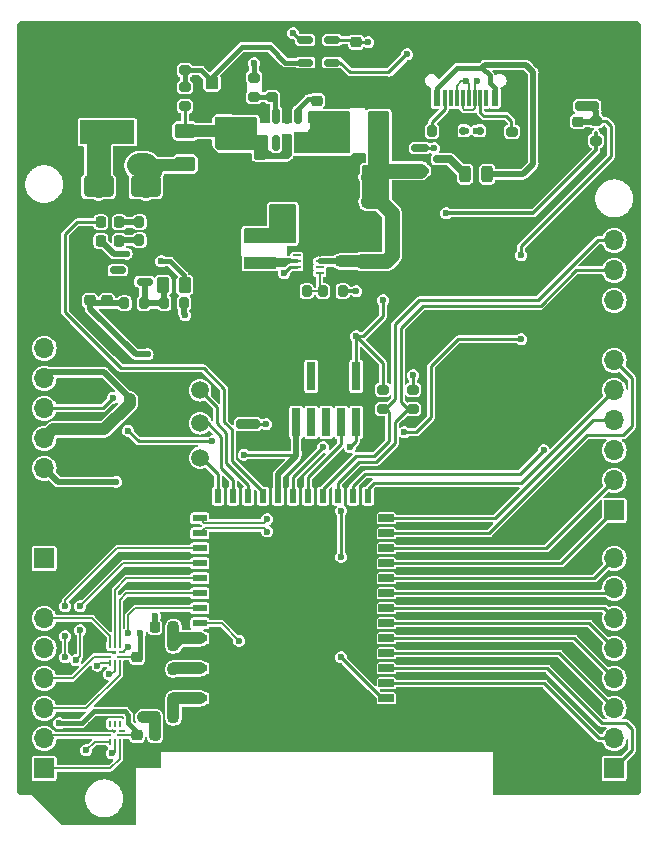
<source format=gbr>
%TF.GenerationSoftware,KiCad,Pcbnew,7.0.9*%
%TF.CreationDate,2024-03-12T23:32:04+08:00*%
%TF.ProjectId,picoduino,7069636f-6475-4696-9e6f-2e6b69636164,rev?*%
%TF.SameCoordinates,Original*%
%TF.FileFunction,Copper,L1,Top*%
%TF.FilePolarity,Positive*%
%FSLAX46Y46*%
G04 Gerber Fmt 4.6, Leading zero omitted, Abs format (unit mm)*
G04 Created by KiCad (PCBNEW 7.0.9) date 2024-03-12 23:32:04*
%MOMM*%
%LPD*%
G01*
G04 APERTURE LIST*
G04 Aperture macros list*
%AMRoundRect*
0 Rectangle with rounded corners*
0 $1 Rounding radius*
0 $2 $3 $4 $5 $6 $7 $8 $9 X,Y pos of 4 corners*
0 Add a 4 corners polygon primitive as box body*
4,1,4,$2,$3,$4,$5,$6,$7,$8,$9,$2,$3,0*
0 Add four circle primitives for the rounded corners*
1,1,$1+$1,$2,$3*
1,1,$1+$1,$4,$5*
1,1,$1+$1,$6,$7*
1,1,$1+$1,$8,$9*
0 Add four rect primitives between the rounded corners*
20,1,$1+$1,$2,$3,$4,$5,0*
20,1,$1+$1,$4,$5,$6,$7,0*
20,1,$1+$1,$6,$7,$8,$9,0*
20,1,$1+$1,$8,$9,$2,$3,0*%
G04 Aperture macros list end*
%TA.AperFunction,SMDPad,CuDef*%
%ADD10R,0.663000X0.225000*%
%TD*%
%TA.AperFunction,SMDPad,CuDef*%
%ADD11R,0.563000X0.225000*%
%TD*%
%TA.AperFunction,SMDPad,CuDef*%
%ADD12R,0.225000X0.563000*%
%TD*%
%TA.AperFunction,SMDPad,CuDef*%
%ADD13RoundRect,0.225000X0.250000X-0.225000X0.250000X0.225000X-0.250000X0.225000X-0.250000X-0.225000X0*%
%TD*%
%TA.AperFunction,SMDPad,CuDef*%
%ADD14RoundRect,0.250000X-0.300000X0.300000X-0.300000X-0.300000X0.300000X-0.300000X0.300000X0.300000X0*%
%TD*%
%TA.AperFunction,SMDPad,CuDef*%
%ADD15RoundRect,0.250000X1.000000X0.650000X-1.000000X0.650000X-1.000000X-0.650000X1.000000X-0.650000X0*%
%TD*%
%TA.AperFunction,SMDPad,CuDef*%
%ADD16C,1.500000*%
%TD*%
%TA.AperFunction,SMDPad,CuDef*%
%ADD17RoundRect,0.225000X-0.225000X-0.250000X0.225000X-0.250000X0.225000X0.250000X-0.225000X0.250000X0*%
%TD*%
%TA.AperFunction,SMDPad,CuDef*%
%ADD18RoundRect,0.150000X-0.587500X-0.150000X0.587500X-0.150000X0.587500X0.150000X-0.587500X0.150000X0*%
%TD*%
%TA.AperFunction,SMDPad,CuDef*%
%ADD19R,2.750000X1.000000*%
%TD*%
%TA.AperFunction,SMDPad,CuDef*%
%ADD20RoundRect,0.150000X0.150000X0.200000X-0.150000X0.200000X-0.150000X-0.200000X0.150000X-0.200000X0*%
%TD*%
%TA.AperFunction,SMDPad,CuDef*%
%ADD21R,0.740000X2.400000*%
%TD*%
%TA.AperFunction,SMDPad,CuDef*%
%ADD22R,0.600000X1.450000*%
%TD*%
%TA.AperFunction,SMDPad,CuDef*%
%ADD23R,0.300000X1.450000*%
%TD*%
%TA.AperFunction,ComponentPad*%
%ADD24O,1.000000X2.100000*%
%TD*%
%TA.AperFunction,ComponentPad*%
%ADD25O,1.000000X1.600000*%
%TD*%
%TA.AperFunction,SMDPad,CuDef*%
%ADD26RoundRect,0.225000X-0.250000X0.225000X-0.250000X-0.225000X0.250000X-0.225000X0.250000X0.225000X0*%
%TD*%
%TA.AperFunction,SMDPad,CuDef*%
%ADD27RoundRect,0.225000X0.225000X0.250000X-0.225000X0.250000X-0.225000X-0.250000X0.225000X-0.250000X0*%
%TD*%
%TA.AperFunction,SMDPad,CuDef*%
%ADD28RoundRect,0.200000X-0.200000X-0.275000X0.200000X-0.275000X0.200000X0.275000X-0.200000X0.275000X0*%
%TD*%
%TA.AperFunction,ComponentPad*%
%ADD29R,1.700000X1.700000*%
%TD*%
%TA.AperFunction,ComponentPad*%
%ADD30O,1.700000X1.700000*%
%TD*%
%TA.AperFunction,SMDPad,CuDef*%
%ADD31RoundRect,0.150000X-0.150000X-0.200000X0.150000X-0.200000X0.150000X0.200000X-0.150000X0.200000X0*%
%TD*%
%TA.AperFunction,SMDPad,CuDef*%
%ADD32RoundRect,0.218750X0.218750X0.256250X-0.218750X0.256250X-0.218750X-0.256250X0.218750X-0.256250X0*%
%TD*%
%TA.AperFunction,SMDPad,CuDef*%
%ADD33RoundRect,0.200000X-0.275000X0.200000X-0.275000X-0.200000X0.275000X-0.200000X0.275000X0.200000X0*%
%TD*%
%TA.AperFunction,SMDPad,CuDef*%
%ADD34RoundRect,0.200000X0.275000X-0.200000X0.275000X0.200000X-0.275000X0.200000X-0.275000X-0.200000X0*%
%TD*%
%TA.AperFunction,SMDPad,CuDef*%
%ADD35RoundRect,0.110000X-0.440000X-1.590000X0.440000X-1.590000X0.440000X1.590000X-0.440000X1.590000X0*%
%TD*%
%TA.AperFunction,SMDPad,CuDef*%
%ADD36RoundRect,0.150000X-0.512500X-0.150000X0.512500X-0.150000X0.512500X0.150000X-0.512500X0.150000X0*%
%TD*%
%TA.AperFunction,SMDPad,CuDef*%
%ADD37RoundRect,0.200000X0.800000X-0.200000X0.800000X0.200000X-0.800000X0.200000X-0.800000X-0.200000X0*%
%TD*%
%TA.AperFunction,SMDPad,CuDef*%
%ADD38RoundRect,0.250000X0.300000X-0.300000X0.300000X0.300000X-0.300000X0.300000X-0.300000X-0.300000X0*%
%TD*%
%TA.AperFunction,SMDPad,CuDef*%
%ADD39RoundRect,0.250000X0.625000X-0.375000X0.625000X0.375000X-0.625000X0.375000X-0.625000X-0.375000X0*%
%TD*%
%TA.AperFunction,SMDPad,CuDef*%
%ADD40RoundRect,0.218750X-0.218750X-0.256250X0.218750X-0.256250X0.218750X0.256250X-0.218750X0.256250X0*%
%TD*%
%TA.AperFunction,SMDPad,CuDef*%
%ADD41RoundRect,0.062500X0.312500X0.062500X-0.312500X0.062500X-0.312500X-0.062500X0.312500X-0.062500X0*%
%TD*%
%TA.AperFunction,SMDPad,CuDef*%
%ADD42R,0.600000X1.200000*%
%TD*%
%TA.AperFunction,SMDPad,CuDef*%
%ADD43RoundRect,0.200000X0.200000X0.275000X-0.200000X0.275000X-0.200000X-0.275000X0.200000X-0.275000X0*%
%TD*%
%TA.AperFunction,SMDPad,CuDef*%
%ADD44RoundRect,0.150000X0.512500X0.150000X-0.512500X0.150000X-0.512500X-0.150000X0.512500X-0.150000X0*%
%TD*%
%TA.AperFunction,SMDPad,CuDef*%
%ADD45R,1.200000X0.600000*%
%TD*%
%TA.AperFunction,SMDPad,CuDef*%
%ADD46RoundRect,0.000000X0.600000X0.300000X-0.600000X0.300000X-0.600000X-0.300000X0.600000X-0.300000X0*%
%TD*%
%TA.AperFunction,SMDPad,CuDef*%
%ADD47R,3.100000X3.100000*%
%TD*%
%TA.AperFunction,SMDPad,CuDef*%
%ADD48RoundRect,0.250000X-0.262500X-0.450000X0.262500X-0.450000X0.262500X0.450000X-0.262500X0.450000X0*%
%TD*%
%TA.AperFunction,SMDPad,CuDef*%
%ADD49RoundRect,0.250000X-0.550000X1.050000X-0.550000X-1.050000X0.550000X-1.050000X0.550000X1.050000X0*%
%TD*%
%TA.AperFunction,SMDPad,CuDef*%
%ADD50RoundRect,0.243750X0.243750X0.456250X-0.243750X0.456250X-0.243750X-0.456250X0.243750X-0.456250X0*%
%TD*%
%TA.AperFunction,SMDPad,CuDef*%
%ADD51RoundRect,0.150000X-0.150000X0.512500X-0.150000X-0.512500X0.150000X-0.512500X0.150000X0.512500X0*%
%TD*%
%TA.AperFunction,ComponentPad*%
%ADD52R,4.600000X2.000000*%
%TD*%
%TA.AperFunction,ComponentPad*%
%ADD53O,4.200000X2.000000*%
%TD*%
%TA.AperFunction,ComponentPad*%
%ADD54O,2.000000X4.200000*%
%TD*%
%TA.AperFunction,ViaPad*%
%ADD55C,0.600000*%
%TD*%
%TA.AperFunction,Conductor*%
%ADD56C,1.000000*%
%TD*%
%TA.AperFunction,Conductor*%
%ADD57C,0.250000*%
%TD*%
%TA.AperFunction,Conductor*%
%ADD58C,0.400000*%
%TD*%
%TA.AperFunction,Conductor*%
%ADD59C,0.300000*%
%TD*%
%TA.AperFunction,Conductor*%
%ADD60C,0.500000*%
%TD*%
%TA.AperFunction,Conductor*%
%ADD61C,0.254000*%
%TD*%
%TA.AperFunction,Conductor*%
%ADD62C,0.635000*%
%TD*%
%TA.AperFunction,Conductor*%
%ADD63C,0.381000*%
%TD*%
%TA.AperFunction,Conductor*%
%ADD64C,0.508000*%
%TD*%
%TA.AperFunction,Conductor*%
%ADD65C,0.152400*%
%TD*%
%TA.AperFunction,Conductor*%
%ADD66C,0.200000*%
%TD*%
%TA.AperFunction,Conductor*%
%ADD67C,1.270000*%
%TD*%
%TA.AperFunction,Conductor*%
%ADD68C,0.762000*%
%TD*%
%TA.AperFunction,Conductor*%
%ADD69C,2.000000*%
%TD*%
G04 APERTURE END LIST*
D10*
%TO.P,U7,1,VCC*%
%TO.N,+5V*%
X136294658Y-131056719D03*
D11*
%TO.P,U7,2,NO1*%
%TO.N,unconnected-(U7-NO1-Pad2)*%
X136344658Y-130656719D03*
D12*
%TO.P,U7,3,COM1*%
%TO.N,unconnected-(U7-COM1-Pad3)*%
X136176158Y-130088219D03*
%TO.P,U7,4,IN1*%
%TO.N,unconnected-(U7-IN1-Pad4)*%
X135776158Y-130088219D03*
%TO.P,U7,5,NC1*%
%TO.N,unconnected-(U7-NC1-Pad5)*%
X135376158Y-130088219D03*
D11*
%TO.P,U7,6,GND*%
%TO.N,GND*%
X135207658Y-130656719D03*
%TO.P,U7,7,NC2*%
%TO.N,/ADC4*%
X135207658Y-131056719D03*
D12*
%TO.P,U7,8,IN2*%
%TO.N,/A2_SW*%
X135376158Y-131625219D03*
%TO.P,U7,9,COM2*%
%TO.N,/A2*%
X135776158Y-131625219D03*
%TO.P,U7,10,NO2*%
%TO.N,/ADC5*%
X136176158Y-131625219D03*
%TD*%
D13*
%TO.P,C20,1*%
%TO.N,GND*%
X139192000Y-132601000D03*
%TO.P,C20,2*%
%TO.N,+3V3*%
X139192000Y-131051000D03*
%TD*%
D14*
%TO.P,D3,1,K*%
%TO.N,Net-(D3-K)*%
X153162000Y-80388000D03*
%TO.P,D3,2,A*%
%TO.N,GND*%
X153162000Y-83188000D03*
%TD*%
D15*
%TO.P,D1,1,K*%
%TO.N,/PWR_IN*%
X138398000Y-84582000D03*
%TO.P,D1,2,A*%
%TO.N,Net-(D1-A)*%
X134398000Y-84582000D03*
%TD*%
D16*
%TO.P,TP1,1,1*%
%TO.N,Net-(U1-GPIO17)*%
X143002000Y-101854000D03*
%TD*%
D17*
%TO.P,C15,1*%
%TO.N,GND*%
X139179000Y-125476000D03*
%TO.P,C15,2*%
%TO.N,+3V3*%
X140729000Y-125476000D03*
%TD*%
%TO.P,C5,1*%
%TO.N,GND*%
X155689000Y-85852000D03*
%TO.P,C5,2*%
%TO.N,+5V*%
X157239000Y-85852000D03*
%TD*%
D18*
%TO.P,Q1,1,G*%
%TO.N,Net-(Q1-G)*%
X161622500Y-81346000D03*
%TO.P,Q1,2,S*%
%TO.N,+5V*%
X161622500Y-83246000D03*
%TO.P,Q1,3,D*%
%TO.N,VBUS*%
X163497500Y-82296000D03*
%TD*%
D19*
%TO.P,L2,1,1*%
%TO.N,Net-(U2-LX)*%
X148082000Y-91066000D03*
%TO.P,L2,2,2*%
%TO.N,+3V3*%
X148082000Y-88766000D03*
%TD*%
D13*
%TO.P,C3,1*%
%TO.N,Net-(D3-K)*%
X152908000Y-78880000D03*
%TO.P,C3,2*%
%TO.N,Net-(U3-BOOT)*%
X152908000Y-77330000D03*
%TD*%
D20*
%TO.P,D6,1,K*%
%TO.N,/USB_N*%
X166686000Y-79883000D03*
%TO.P,D6,2,A*%
%TO.N,GND*%
X168086000Y-79883000D03*
%TD*%
D17*
%TO.P,C14,1*%
%TO.N,GND*%
X139179000Y-123444000D03*
%TO.P,C14,2*%
%TO.N,Net-(U1-ADC_REF)*%
X140729000Y-123444000D03*
%TD*%
D21*
%TO.P,J2,1,VTref*%
%TO.N,+3V3*%
X156210000Y-100666000D03*
%TO.P,J2,2,SWDIO/TMS*%
%TO.N,Net-(J2-SWDIO{slash}TMS)*%
X156210000Y-104566000D03*
%TO.P,J2,3,GND*%
%TO.N,GND*%
X154940000Y-100666000D03*
%TO.P,J2,4,SWCLK/TCK*%
%TO.N,Net-(J2-SWCLK{slash}TCK)*%
X154940000Y-104566000D03*
%TO.P,J2,5,GND*%
%TO.N,GND*%
X153670000Y-100666000D03*
%TO.P,J2,6,SWO/TDO*%
%TO.N,unconnected-(J2-SWO{slash}TDO-Pad6)*%
X153670000Y-104566000D03*
%TO.P,J2,7,KEY*%
%TO.N,unconnected-(J2-KEY-Pad7)*%
X152400000Y-100666000D03*
%TO.P,J2,8,NC/TDI*%
%TO.N,unconnected-(J2-NC{slash}TDI-Pad8)*%
X152400000Y-104566000D03*
%TO.P,J2,9,GNDDetect*%
%TO.N,GND*%
X151130000Y-100666000D03*
%TO.P,J2,10,~{RESET}*%
%TO.N,/~{RESET}*%
X151130000Y-104566000D03*
%TD*%
D10*
%TO.P,U6,1,VCC*%
%TO.N,+5V*%
X136300500Y-124399500D03*
D11*
%TO.P,U6,2,NO1*%
%TO.N,/ADC1*%
X136350500Y-123999500D03*
D12*
%TO.P,U6,3,COM1*%
%TO.N,/A0*%
X136182000Y-123431000D03*
%TO.P,U6,4,IN1*%
%TO.N,/A0_SW*%
X135782000Y-123431000D03*
%TO.P,U6,5,NC1*%
%TO.N,/ADC0*%
X135382000Y-123431000D03*
D11*
%TO.P,U6,6,GND*%
%TO.N,GND*%
X135213500Y-123999500D03*
%TO.P,U6,7,NC2*%
%TO.N,/ADC2*%
X135213500Y-124399500D03*
D12*
%TO.P,U6,8,IN2*%
%TO.N,/A1_SW*%
X135382000Y-124968000D03*
%TO.P,U6,9,COM2*%
%TO.N,/A1*%
X135782000Y-124968000D03*
%TO.P,U6,10,NO2*%
%TO.N,/ADC3*%
X136182000Y-124968000D03*
%TD*%
D22*
%TO.P,J3,A1,GND*%
%TO.N,GND*%
X168731000Y-77070000D03*
%TO.P,J3,A4,VBUS*%
%TO.N,Net-(F2-Pad1)*%
X167931000Y-77070000D03*
D23*
%TO.P,J3,A5,CC1*%
%TO.N,Net-(J3-CC1)*%
X166731000Y-77070000D03*
%TO.P,J3,A6,D+*%
%TO.N,/USB_P*%
X165731000Y-77070000D03*
%TO.P,J3,A7,D-*%
%TO.N,/USB_N*%
X165231000Y-77070000D03*
%TO.P,J3,A8,SBU1*%
%TO.N,unconnected-(J3-SBU1-PadA8)*%
X164231000Y-77070000D03*
D22*
%TO.P,J3,A9,VBUS*%
%TO.N,Net-(F2-Pad1)*%
X163031000Y-77070000D03*
%TO.P,J3,A12,GND*%
%TO.N,GND*%
X162231000Y-77070000D03*
%TO.P,J3,B1,GND*%
X162231000Y-77070000D03*
%TO.P,J3,B4,VBUS*%
%TO.N,Net-(F2-Pad1)*%
X163031000Y-77070000D03*
D23*
%TO.P,J3,B5,CC2*%
%TO.N,Net-(J3-CC2)*%
X163731000Y-77070000D03*
%TO.P,J3,B6,D+*%
%TO.N,/USB_P*%
X164731000Y-77070000D03*
%TO.P,J3,B7,D-*%
%TO.N,/USB_N*%
X166231000Y-77070000D03*
%TO.P,J3,B8,SBU2*%
%TO.N,unconnected-(J3-SBU2-PadB8)*%
X167231000Y-77070000D03*
D22*
%TO.P,J3,B9,VBUS*%
%TO.N,Net-(F2-Pad1)*%
X167931000Y-77070000D03*
%TO.P,J3,B12,GND*%
%TO.N,GND*%
X168731000Y-77070000D03*
D24*
%TO.P,J3,S1,SHIELD*%
X169801000Y-76155000D03*
D25*
X169801000Y-71975000D03*
D24*
X161161000Y-76155000D03*
D25*
X161161000Y-71975000D03*
%TD*%
D26*
%TO.P,C2,1*%
%TO.N,+1V2*%
X148082000Y-81902000D03*
%TO.P,C2,2*%
%TO.N,GND*%
X148082000Y-83452000D03*
%TD*%
D27*
%TO.P,C9,1*%
%TO.N,GND*%
X152159000Y-88900000D03*
%TO.P,C9,2*%
%TO.N,+3V3*%
X150609000Y-88900000D03*
%TD*%
D28*
%TO.P,R11,1*%
%TO.N,Net-(U5-K)*%
X139972257Y-94485398D03*
%TO.P,R11,2*%
%TO.N,+3V3*%
X141622257Y-94485398D03*
%TD*%
D29*
%TO.P,J7,1,Pin_1*%
%TO.N,/IO0*%
X178054000Y-133858000D03*
D30*
%TO.P,J7,2,Pin_2*%
%TO.N,/IO1*%
X178054000Y-131318000D03*
%TO.P,J7,3,Pin_3*%
%TO.N,/IO2*%
X178054000Y-128778000D03*
%TO.P,J7,4,Pin_4*%
%TO.N,/IO3*%
X178054000Y-126238000D03*
%TO.P,J7,5,Pin_5*%
%TO.N,/IO4*%
X178054000Y-123698000D03*
%TO.P,J7,6,Pin_6*%
%TO.N,/IO5*%
X178054000Y-121158000D03*
%TO.P,J7,7,Pin_7*%
%TO.N,/IO6*%
X178054000Y-118618000D03*
%TO.P,J7,8,Pin_8*%
%TO.N,/IO7*%
X178054000Y-116078000D03*
%TD*%
D26*
%TO.P,C8,1*%
%TO.N,GND*%
X156464000Y-89395000D03*
%TO.P,C8,2*%
%TO.N,+5V*%
X156464000Y-90945000D03*
%TD*%
D28*
%TO.P,R8,1*%
%TO.N,GND*%
X150368000Y-93472000D03*
%TO.P,R8,2*%
%TO.N,Net-(U2-FB)*%
X152018000Y-93472000D03*
%TD*%
D29*
%TO.P,J4,1,Pin_1*%
%TO.N,/PWR_IN*%
X129794000Y-116078000D03*
D30*
%TO.P,J4,2,Pin_2*%
%TO.N,GND*%
X129794000Y-113538000D03*
%TO.P,J4,3,Pin_3*%
X129794000Y-110998000D03*
%TO.P,J4,4,Pin_4*%
%TO.N,+5V*%
X129794000Y-108458000D03*
%TO.P,J4,5,Pin_5*%
%TO.N,+3V3*%
X129794000Y-105918000D03*
%TO.P,J4,6,Pin_6*%
%TO.N,/~{RESET}*%
X129794000Y-103378000D03*
%TO.P,J4,7,Pin_7*%
%TO.N,+3V3*%
X129794000Y-100838000D03*
%TO.P,J4,8,Pin_8*%
%TO.N,/NC*%
X129794000Y-98298000D03*
%TD*%
D31*
%TO.P,D7,1,K*%
%TO.N,/USB_P*%
X165292000Y-79883000D03*
%TO.P,D7,2,A*%
%TO.N,GND*%
X163892000Y-79883000D03*
%TD*%
D32*
%TO.P,D2,1,K*%
%TO.N,Net-(D2-K)*%
X136171500Y-89197500D03*
%TO.P,D2,2,A*%
%TO.N,+3V3*%
X134596500Y-89197500D03*
%TD*%
D33*
%TO.P,R12,1*%
%TO.N,/~{RESET}*%
X176530000Y-79058000D03*
%TO.P,R12,2*%
%TO.N,+3V3*%
X176530000Y-80708000D03*
%TD*%
D34*
%TO.P,R16,1*%
%TO.N,GND*%
X169418000Y-81597000D03*
%TO.P,R16,2*%
%TO.N,Net-(J3-CC1)*%
X169418000Y-79947000D03*
%TD*%
D17*
%TO.P,C6,1*%
%TO.N,GND*%
X155689000Y-83312000D03*
%TO.P,C6,2*%
%TO.N,+5V*%
X157239000Y-83312000D03*
%TD*%
D35*
%TO.P,L1,1,1*%
%TO.N,Net-(D3-K)*%
X155218000Y-80010000D03*
%TO.P,L1,2,2*%
%TO.N,+5V*%
X158218000Y-80010000D03*
%TD*%
D27*
%TO.P,C10,1*%
%TO.N,GND*%
X152159000Y-87376000D03*
%TO.P,C10,2*%
%TO.N,+3V3*%
X150609000Y-87376000D03*
%TD*%
D32*
%TO.P,D4,1,K*%
%TO.N,Net-(D4-K)*%
X136169500Y-87630000D03*
%TO.P,D4,2,A*%
%TO.N,Net-(D4-A)*%
X134594500Y-87630000D03*
%TD*%
D29*
%TO.P,J8,1,Pin_1*%
%TO.N,/IO8*%
X178054000Y-112014000D03*
D30*
%TO.P,J8,2,Pin_2*%
%TO.N,/IO9*%
X178054000Y-109474000D03*
%TO.P,J8,3,Pin_3*%
%TO.N,/CS*%
X178054000Y-106934000D03*
%TO.P,J8,4,Pin_4*%
%TO.N,/MOSI*%
X178054000Y-104394000D03*
%TO.P,J8,5,Pin_5*%
%TO.N,/MISO*%
X178054000Y-101854000D03*
%TO.P,J8,6,Pin_6*%
%TO.N,/SCLK*%
X178054000Y-99314000D03*
%TO.P,J8,7,Pin_7*%
%TO.N,GND*%
X178054000Y-96774000D03*
%TO.P,J8,8,Pin_8*%
%TO.N,/AREF*%
X178054000Y-94234000D03*
%TO.P,J8,9,Pin_9*%
%TO.N,/SDA*%
X178054000Y-91694000D03*
%TO.P,J8,10,Pin_10*%
%TO.N,/SCL*%
X178054000Y-89154000D03*
%TD*%
D36*
%TO.P,U4,1*%
%TO.N,Net-(Q1-G)*%
X151903000Y-72202000D03*
%TO.P,U4,2,V-*%
%TO.N,GND*%
X151903000Y-73152000D03*
%TO.P,U4,3,+*%
%TO.N,Net-(D5-K)*%
X151903000Y-74102000D03*
%TO.P,U4,4,-*%
%TO.N,+3V3*%
X154178000Y-74102000D03*
%TO.P,U4,5,V+*%
%TO.N,+5V*%
X154178000Y-72202000D03*
%TD*%
D26*
%TO.P,C12,1*%
%TO.N,GND*%
X135128000Y-92697000D03*
%TO.P,C12,2*%
%TO.N,ADC_REF*%
X135128000Y-94247000D03*
%TD*%
D37*
%TO.P,SW1,1,1*%
%TO.N,/~{RESET}*%
X175768000Y-77792000D03*
%TO.P,SW1,2,2*%
%TO.N,GND*%
X175768000Y-73592000D03*
%TD*%
D33*
%TO.P,R6,1*%
%TO.N,Net-(D5-K)*%
X141732000Y-76159000D03*
%TO.P,R6,2*%
%TO.N,+1V2*%
X141732000Y-77809000D03*
%TD*%
D28*
%TO.P,R15,1*%
%TO.N,GND*%
X160973000Y-79883000D03*
%TO.P,R15,2*%
%TO.N,Net-(J3-CC2)*%
X162623000Y-79883000D03*
%TD*%
D17*
%TO.P,C16,1*%
%TO.N,GND*%
X139179000Y-128016000D03*
%TO.P,C16,2*%
%TO.N,Net-(U1-VCC_RF)*%
X140729000Y-128016000D03*
%TD*%
D28*
%TO.P,R9,1*%
%TO.N,Net-(U2-FB)*%
X153416000Y-93472000D03*
%TO.P,R9,2*%
%TO.N,+3V3*%
X155066000Y-93472000D03*
%TD*%
D38*
%TO.P,D5,1,K*%
%TO.N,Net-(D5-K)*%
X144018000Y-75844000D03*
%TO.P,D5,2,A*%
%TO.N,GND*%
X144018000Y-73044000D03*
%TD*%
D33*
%TO.P,R7,1*%
%TO.N,GND*%
X141732000Y-73111000D03*
%TO.P,R7,2*%
%TO.N,Net-(D5-K)*%
X141732000Y-74761000D03*
%TD*%
D34*
%TO.P,R13,1*%
%TO.N,/SDA*%
X161036000Y-103441000D03*
%TO.P,R13,2*%
%TO.N,+3V3*%
X161036000Y-101791000D03*
%TD*%
%TO.P,R3,1*%
%TO.N,Net-(U3-FB)*%
X147574000Y-77025000D03*
%TO.P,R3,2*%
%TO.N,+5V*%
X147574000Y-75375000D03*
%TD*%
D39*
%TO.P,F1,1*%
%TO.N,/PWR_IN*%
X141732000Y-82702000D03*
%TO.P,F1,2*%
%TO.N,+1V2*%
X141732000Y-79902000D03*
%TD*%
D37*
%TO.P,SW2,1,1*%
%TO.N,Net-(U1-BOOTSEL)*%
X147066000Y-104716000D03*
%TO.P,SW2,2,2*%
%TO.N,GND*%
X147066000Y-100516000D03*
%TD*%
D40*
%TO.P,FB1,1*%
%TO.N,ADC_REF*%
X139166500Y-121920000D03*
%TO.P,FB1,2*%
%TO.N,Net-(U1-ADC_REF)*%
X140741500Y-121920000D03*
%TD*%
%TO.P,FB3,1*%
%TO.N,+3V3*%
X139166500Y-129540000D03*
%TO.P,FB3,2*%
%TO.N,Net-(U1-VCC_RF)*%
X140741500Y-129540000D03*
%TD*%
D41*
%TO.P,U2,1,FB*%
%TO.N,Net-(U2-FB)*%
X153121000Y-91936000D03*
%TO.P,U2,2,PG*%
%TO.N,unconnected-(U2-PG-Pad2)*%
X153121000Y-91436000D03*
%TO.P,U2,3,VIN*%
%TO.N,+5V*%
X153121000Y-90936000D03*
%TO.P,U2,4,PGND*%
%TO.N,GND*%
X153121000Y-90436000D03*
%TO.P,U2,5,NC*%
%TO.N,unconnected-(U2-NC-Pad5)*%
X151171000Y-90436000D03*
%TO.P,U2,6,LX*%
%TO.N,Net-(U2-LX)*%
X151171000Y-90936000D03*
%TO.P,U2,7,EN*%
%TO.N,+5V*%
X151171000Y-91436000D03*
%TO.P,U2,8,SGND*%
%TO.N,GND*%
X151171000Y-91936000D03*
D42*
%TO.P,U2,9,PGND*%
X152146000Y-91186000D03*
%TD*%
D43*
%TO.P,R10,1*%
%TO.N,GND*%
X139509000Y-89154000D03*
%TO.P,R10,2*%
%TO.N,Net-(D2-K)*%
X137859000Y-89154000D03*
%TD*%
D44*
%TO.P,U5,1,K*%
%TO.N,Net-(U5-K)*%
X138297500Y-92644000D03*
%TO.P,U5,2,A*%
%TO.N,GND*%
X138297500Y-90744000D03*
%TO.P,U5,3*%
%TO.N,N/C*%
X136022500Y-91694000D03*
%TD*%
D13*
%TO.P,C11,1*%
%TO.N,GND*%
X156210000Y-73927000D03*
%TO.P,C11,2*%
%TO.N,+5V*%
X156210000Y-72377000D03*
%TD*%
D45*
%TO.P,U1,1,GND*%
%TO.N,GND*%
X158776000Y-129206000D03*
D46*
%TO.P,U1,2,BOOTSEL*%
%TO.N,Net-(U1-BOOTSEL)*%
X158776000Y-127936000D03*
%TO.P,U1,3,GPIO0*%
%TO.N,/IO1*%
X158776000Y-126666000D03*
%TO.P,U1,4,GPIO1*%
%TO.N,/IO0*%
X158776000Y-125396000D03*
%TO.P,U1,5,GPIO2*%
%TO.N,/IO2*%
X158776000Y-124126000D03*
%TO.P,U1,6,GPIO3*%
%TO.N,/IO3*%
X158776000Y-122856000D03*
%TO.P,U1,7,GPIO4*%
%TO.N,/IO4*%
X158776000Y-121586000D03*
%TO.P,U1,8,GPIO5*%
%TO.N,/IO5*%
X158776000Y-120316000D03*
%TO.P,U1,9,GPIO6*%
%TO.N,/IO6*%
X158776000Y-119046000D03*
%TO.P,U1,10,GPIO7*%
%TO.N,/IO7*%
X158776000Y-117776000D03*
%TO.P,U1,11,GPIO8*%
%TO.N,/IO8*%
X158776000Y-116506000D03*
%TO.P,U1,12,GPIO9*%
%TO.N,/IO9*%
X158776000Y-115236000D03*
%TO.P,U1,13,GPIO10*%
%TO.N,/SCLK*%
X158776000Y-113966000D03*
%TO.P,U1,14,GPIO11*%
%TO.N,/MOSI*%
X158776000Y-112696000D03*
D45*
%TO.P,U1,15,GND*%
%TO.N,GND*%
X158776000Y-111426000D03*
D42*
%TO.P,U1,16,GPIO12*%
%TO.N,/MISO*%
X157226000Y-110806000D03*
%TO.P,U1,17,GPIO13*%
%TO.N,/CS*%
X155956000Y-110806000D03*
%TO.P,U1,18,GPIO14*%
%TO.N,/SDA*%
X154686000Y-110806000D03*
%TO.P,U1,19,GPIO15*%
%TO.N,/SCL*%
X153416000Y-110806000D03*
%TO.P,U1,20,SWCLK*%
%TO.N,Net-(J2-SWCLK{slash}TCK)*%
X152146000Y-110806000D03*
%TO.P,U1,21,SWDIO*%
%TO.N,Net-(J2-SWDIO{slash}TMS)*%
X150876000Y-110806000D03*
%TO.P,U1,22,RUN*%
%TO.N,/~{RESET}*%
X149606000Y-110806000D03*
%TO.P,U1,23,GPIO16*%
%TO.N,Net-(D4-A)*%
X148336000Y-110806000D03*
%TO.P,U1,24,GPIO17*%
%TO.N,Net-(U1-GPIO17)*%
X147066000Y-110806000D03*
%TO.P,U1,25,GPIO18*%
%TO.N,Net-(U1-GPIO18)*%
X145796000Y-110806000D03*
%TO.P,U1,26,GPIO19*%
%TO.N,Net-(U1-GPIO19)*%
X144526000Y-110806000D03*
D45*
%TO.P,U1,27,GND*%
%TO.N,GND*%
X142976000Y-111426000D03*
%TO.P,U1,28,USB_DP*%
%TO.N,/USB_P*%
X142976000Y-112696000D03*
%TO.P,U1,29,USB_DM*%
%TO.N,/USB_N*%
X142976000Y-113966000D03*
%TO.P,U1,30,GPIO20*%
%TO.N,/A2_SW*%
X142976000Y-115236000D03*
%TO.P,U1,31,GPIO21*%
%TO.N,/A1_SW*%
X142976000Y-116506000D03*
%TO.P,U1,32,GPIO22*%
%TO.N,/A0_SW*%
X142976000Y-117776000D03*
%TO.P,U1,33,GPIO26/A0*%
%TO.N,/A0*%
X142976000Y-119046000D03*
%TO.P,U1,34,GPIO27/A1*%
%TO.N,/A1*%
X142976000Y-120316000D03*
%TO.P,U1,35,GPIO28/A2*%
%TO.N,/A2*%
X142976000Y-121586000D03*
%TO.P,U1,36,ADC_REF*%
%TO.N,Net-(U1-ADC_REF)*%
X142976000Y-122856000D03*
%TO.P,U1,37,GND*%
%TO.N,GND*%
X142976000Y-124126000D03*
%TO.P,U1,38,VCC_MCU*%
%TO.N,+3V3*%
X142976000Y-125396000D03*
%TO.P,U1,39,GND*%
%TO.N,GND*%
X142976000Y-126666000D03*
%TO.P,U1,40,VCC_RF*%
%TO.N,Net-(U1-VCC_RF)*%
X142976000Y-127936000D03*
%TO.P,U1,41,GND*%
%TO.N,GND*%
X142976000Y-129206000D03*
D47*
%TO.P,U1,42,GND_PAD*%
X150756000Y-116086000D03*
%TD*%
D13*
%TO.P,C19,1*%
%TO.N,GND*%
X175006000Y-80658000D03*
%TO.P,C19,2*%
%TO.N,/~{RESET}*%
X175006000Y-79108000D03*
%TD*%
D48*
%TO.P,R1,1*%
%TO.N,Net-(U5-K)*%
X139866500Y-92964000D03*
%TO.P,R1,2*%
%TO.N,+5V*%
X141691500Y-92964000D03*
%TD*%
D43*
%TO.P,R14,1*%
%TO.N,GND*%
X139509000Y-87630000D03*
%TO.P,R14,2*%
%TO.N,Net-(D4-K)*%
X137859000Y-87630000D03*
%TD*%
D16*
%TO.P,TP3,1,1*%
%TO.N,Net-(U1-GPIO18)*%
X143002000Y-104648000D03*
%TD*%
D13*
%TO.P,C18,1*%
%TO.N,GND*%
X137668000Y-125997000D03*
%TO.P,C18,2*%
%TO.N,+5V*%
X137668000Y-124447000D03*
%TD*%
D34*
%TO.P,R5,1*%
%TO.N,/SCL*%
X158496000Y-103441000D03*
%TO.P,R5,2*%
%TO.N,+3V3*%
X158496000Y-101791000D03*
%TD*%
D29*
%TO.P,J9,1,Pin_1*%
%TO.N,/ADC5*%
X129794000Y-133858000D03*
D30*
%TO.P,J9,2,Pin_2*%
%TO.N,/ADC4*%
X129794000Y-131318000D03*
%TO.P,J9,3,Pin_3*%
%TO.N,/ADC3*%
X129794000Y-128778000D03*
%TO.P,J9,4,Pin_4*%
%TO.N,/ADC2*%
X129794000Y-126238000D03*
%TO.P,J9,5,Pin_5*%
%TO.N,/ADC1*%
X129794000Y-123698000D03*
%TO.P,J9,6,Pin_6*%
%TO.N,/ADC0*%
X129794000Y-121158000D03*
%TD*%
D28*
%TO.P,R2,1*%
%TO.N,ADC_REF*%
X136589000Y-94488000D03*
%TO.P,R2,2*%
%TO.N,Net-(U5-K)*%
X138239000Y-94488000D03*
%TD*%
D16*
%TO.P,TP2,1,1*%
%TO.N,Net-(U1-GPIO19)*%
X143002000Y-107569000D03*
%TD*%
D49*
%TO.P,C1,1*%
%TO.N,+1V2*%
X145034000Y-79988000D03*
%TO.P,C1,2*%
%TO.N,GND*%
X145034000Y-83588000D03*
%TD*%
D26*
%TO.P,C7,1*%
%TO.N,GND*%
X154940000Y-89395000D03*
%TO.P,C7,2*%
%TO.N,+5V*%
X154940000Y-90945000D03*
%TD*%
D50*
%TO.P,F2,1*%
%TO.N,Net-(F2-Pad1)*%
X167307500Y-83566000D03*
%TO.P,F2,2*%
%TO.N,VBUS*%
X165432500Y-83566000D03*
%TD*%
D13*
%TO.P,C17,1*%
%TO.N,GND*%
X137668000Y-132601000D03*
%TO.P,C17,2*%
%TO.N,+5V*%
X137668000Y-131051000D03*
%TD*%
D26*
%TO.P,C13,1*%
%TO.N,GND*%
X133667000Y-92697000D03*
%TO.P,C13,2*%
%TO.N,ADC_REF*%
X133667000Y-94247000D03*
%TD*%
D51*
%TO.P,U3,1,BOOT*%
%TO.N,Net-(U3-BOOT)*%
X151318000Y-78618500D03*
%TO.P,U3,2,GND*%
%TO.N,GND*%
X150368000Y-78618500D03*
%TO.P,U3,3,FB*%
%TO.N,Net-(U3-FB)*%
X149418000Y-78618500D03*
%TO.P,U3,4,EN*%
%TO.N,unconnected-(U3-EN-Pad4)*%
X149418000Y-80893500D03*
%TO.P,U3,5,VIN*%
%TO.N,+1V2*%
X150368000Y-80893500D03*
%TO.P,U3,6,PHASE*%
%TO.N,Net-(D3-K)*%
X151318000Y-80893500D03*
%TD*%
D33*
%TO.P,R4,1*%
%TO.N,GND*%
X149098000Y-75375000D03*
%TO.P,R4,2*%
%TO.N,Net-(U3-FB)*%
X149098000Y-77025000D03*
%TD*%
D17*
%TO.P,C4,1*%
%TO.N,GND*%
X155689000Y-84582000D03*
%TO.P,C4,2*%
%TO.N,+5V*%
X157239000Y-84582000D03*
%TD*%
D52*
%TO.P,J5,1*%
%TO.N,Net-(D1-A)*%
X135128000Y-80000000D03*
D53*
%TO.P,J5,2*%
%TO.N,GND*%
X135128000Y-73700000D03*
D54*
%TO.P,J5,3*%
X130328000Y-77100000D03*
%TD*%
D55*
%TO.N,+3V3*%
X141478000Y-125476000D03*
X137033000Y-102616000D03*
X156210000Y-97282000D03*
X163830000Y-86868000D03*
X150622000Y-86614000D03*
X149606000Y-86614000D03*
X160528000Y-73406000D03*
X138176000Y-129540000D03*
X158496000Y-94234000D03*
X161036000Y-100584000D03*
X141732000Y-95504000D03*
X139166500Y-130276500D03*
X136779000Y-90297000D03*
X156210000Y-93472000D03*
%TO.N,+5V*%
X147574000Y-74168000D03*
X139700000Y-90932000D03*
X158246808Y-85262539D03*
X157226000Y-72390000D03*
X158242000Y-84328000D03*
X137922000Y-122428000D03*
X135890000Y-109601000D03*
X131064000Y-130048000D03*
X150114000Y-91948000D03*
X154432000Y-90936000D03*
%TO.N,ADC_REF*%
X139192000Y-120991700D03*
X138557000Y-98806000D03*
%TO.N,/~{RESET}*%
X170180000Y-97536000D03*
X170180000Y-90424000D03*
X136906000Y-105283000D03*
X144044500Y-106172000D03*
X135636000Y-102489000D03*
X151130000Y-107188000D03*
X146685000Y-107315000D03*
X160274000Y-105410000D03*
%TO.N,/CS*%
X172084234Y-106933234D03*
%TO.N,/ADC1*%
X136893645Y-123582022D03*
%TO.N,Net-(Q1-G)*%
X150876000Y-71628000D03*
X162814000Y-81346000D03*
%TO.N,/A1_SW*%
X134302500Y-125158500D03*
X132842000Y-122174000D03*
X132842000Y-120142000D03*
X132461000Y-124714000D03*
%TO.N,/A1*%
X135285207Y-125887207D03*
X136906000Y-122428000D03*
%TO.N,GND*%
X160909000Y-88646000D03*
X135001000Y-128143000D03*
X156718000Y-115570000D03*
X150368000Y-77343000D03*
X140589000Y-87630000D03*
X153416000Y-114554000D03*
X146304000Y-112141000D03*
X147574000Y-84582000D03*
X137033000Y-135255000D03*
X130683000Y-90424000D03*
X150114000Y-118364000D03*
X130937000Y-112141000D03*
X163957000Y-111887000D03*
X143129000Y-91694000D03*
X148590000Y-116586000D03*
X168275000Y-133477000D03*
X145542000Y-90678000D03*
X147066000Y-132080000D03*
X139192000Y-133477000D03*
X151257000Y-76835000D03*
X151130000Y-82296000D03*
X146304000Y-132080000D03*
X156972000Y-132080000D03*
X160528000Y-107950000D03*
X145669000Y-93472000D03*
X162560000Y-129032000D03*
X130937000Y-106680000D03*
X139446000Y-132080000D03*
X162941000Y-107823000D03*
X167386000Y-73152000D03*
X149606000Y-128778000D03*
X149860000Y-102997000D03*
X143129000Y-94107000D03*
X137033000Y-138303000D03*
X147066000Y-98552000D03*
X130937000Y-104140000D03*
X146558000Y-92202000D03*
X146778863Y-82163524D03*
X135890000Y-127508000D03*
X144653000Y-112141000D03*
X164592000Y-102616000D03*
X149352000Y-132080000D03*
X153924000Y-77470000D03*
X137160000Y-114046000D03*
X164338000Y-92964000D03*
X141478000Y-111125000D03*
X150622000Y-115062000D03*
X167386000Y-105156000D03*
X157734000Y-132080000D03*
X167386000Y-92964000D03*
X148590000Y-84582000D03*
X164592000Y-100838000D03*
X160274000Y-129032000D03*
X145542000Y-132080000D03*
X148971000Y-93472000D03*
X146177000Y-101854000D03*
X148971000Y-75819000D03*
X158750000Y-98298000D03*
X153162000Y-116840000D03*
X156210000Y-77470000D03*
X138430000Y-132080000D03*
X163322000Y-100838000D03*
X141732000Y-132080000D03*
X160020000Y-71374000D03*
X143510000Y-110490000D03*
X161544000Y-132080000D03*
X154178000Y-85471000D03*
X137033000Y-133477000D03*
X161671000Y-85217000D03*
X153924000Y-132080000D03*
X174498000Y-81915000D03*
X137033000Y-134366000D03*
X168275000Y-132715000D03*
X167259000Y-81280000D03*
X151638000Y-132080000D03*
X146177000Y-102870000D03*
X157353000Y-89408000D03*
X152273000Y-85471000D03*
X163068000Y-85598000D03*
X134500959Y-132590696D03*
X157353000Y-92710000D03*
X137160000Y-109728000D03*
X155702000Y-128778000D03*
X136130890Y-93555263D03*
X145034000Y-120269000D03*
X150876000Y-128778000D03*
X141478000Y-114427000D03*
X144653000Y-114554000D03*
X167640000Y-85725000D03*
X149860000Y-100516000D03*
X143764000Y-82042000D03*
X137710645Y-128016000D03*
X148336000Y-128778000D03*
X149606000Y-116078000D03*
X144780000Y-132080000D03*
X147955000Y-102235000D03*
X152654000Y-94996000D03*
X160020000Y-132080000D03*
X128778000Y-117983000D03*
X160274000Y-110744000D03*
X163830000Y-132080000D03*
X134620000Y-120650000D03*
X136652000Y-126492000D03*
X150876000Y-132080000D03*
X159004000Y-71882000D03*
X137160000Y-112522000D03*
X172212000Y-81026000D03*
X151765000Y-112141000D03*
X164719000Y-78867000D03*
X163068000Y-132080000D03*
X143256000Y-81280000D03*
X156845000Y-117094000D03*
X172212000Y-79883000D03*
X136271000Y-107696000D03*
X145542000Y-89662000D03*
X136906000Y-127635000D03*
X163068000Y-84328000D03*
X167386000Y-99568000D03*
X159258000Y-110490000D03*
X142494000Y-132080000D03*
X145542000Y-88392000D03*
X164338000Y-89916000D03*
X155194000Y-88392000D03*
X146304000Y-114554000D03*
X144272000Y-126746000D03*
X147574000Y-112141000D03*
X137033000Y-136779000D03*
X159893000Y-85217000D03*
X168275000Y-135001000D03*
X130937000Y-96647000D03*
X145542000Y-94996000D03*
X154432000Y-128778000D03*
X155194000Y-73152000D03*
X139192000Y-132842000D03*
X159766000Y-81534000D03*
X166116000Y-132080000D03*
X154432000Y-82550000D03*
X130683000Y-91821000D03*
X152146000Y-92202000D03*
X137033000Y-136017000D03*
X153162000Y-88392000D03*
X130937000Y-107696000D03*
X158496000Y-132080000D03*
X164592000Y-99314000D03*
X130683000Y-93345000D03*
X136144000Y-92583000D03*
X141732000Y-86106000D03*
X165862000Y-130048000D03*
X153040500Y-73152000D03*
X163830000Y-129032000D03*
X138430000Y-133477000D03*
X140970000Y-132080000D03*
X134620000Y-119380000D03*
X156718000Y-123444000D03*
X147066000Y-87376000D03*
X142240000Y-110490000D03*
X134620000Y-129794000D03*
X137668000Y-133477000D03*
X133776667Y-130220667D03*
X145034000Y-118237000D03*
X167386000Y-102362000D03*
X165100000Y-129032000D03*
X130683000Y-88646000D03*
X138430000Y-127254000D03*
X163322000Y-106172000D03*
X134493000Y-114808000D03*
X167640000Y-89408000D03*
X148844000Y-92202000D03*
X130937000Y-114427000D03*
X134366000Y-122936000D03*
X152400000Y-132080000D03*
X166878000Y-132080000D03*
X147320000Y-93472000D03*
X153162000Y-118364000D03*
X147574000Y-114554000D03*
X148082000Y-87376000D03*
X151892000Y-82550000D03*
X150622000Y-116078000D03*
X153162000Y-128778000D03*
X150622000Y-117094000D03*
X150114000Y-112141000D03*
X171704000Y-84328000D03*
X149479000Y-84582000D03*
X150368000Y-84836000D03*
X145034000Y-98552000D03*
X130937000Y-102489000D03*
X145796000Y-87376000D03*
X143129000Y-89281000D03*
X148590000Y-118110000D03*
X154178000Y-88392000D03*
X173228000Y-82804000D03*
X156972000Y-128778000D03*
X147574000Y-102997000D03*
X157226000Y-73927000D03*
X130683000Y-95123000D03*
X154686000Y-132080000D03*
X153162000Y-89662000D03*
X159766000Y-78994000D03*
X166878000Y-107950000D03*
X147574000Y-94996000D03*
X164338000Y-73152000D03*
X159766000Y-80264000D03*
X138938000Y-126492000D03*
X152146000Y-128778000D03*
X164592000Y-84836000D03*
X140589000Y-89154000D03*
X159258000Y-132080000D03*
X151638000Y-116078000D03*
X141478000Y-113157000D03*
X165394000Y-73152000D03*
X138303000Y-91567000D03*
X148590000Y-132080000D03*
X164592000Y-132080000D03*
X145542000Y-91948000D03*
X165354000Y-132080000D03*
X138938000Y-124460000D03*
X134366000Y-112395000D03*
X156718000Y-112268000D03*
X157226000Y-77470000D03*
X165354000Y-110744000D03*
X160782000Y-132080000D03*
X162560000Y-98552000D03*
X158496000Y-77470000D03*
X145034000Y-116332000D03*
X158242000Y-110490000D03*
X157480000Y-94996000D03*
X143256000Y-132080000D03*
X144272000Y-124206000D03*
X163322000Y-73152000D03*
X130937000Y-101600000D03*
X139954000Y-124460000D03*
X155448000Y-132080000D03*
X130937000Y-99441000D03*
X136779000Y-132334000D03*
X145796000Y-128778000D03*
X162306000Y-132080000D03*
X168275000Y-134239000D03*
X132842000Y-127508000D03*
X151511000Y-75819000D03*
X164719000Y-81407000D03*
X154432000Y-83566000D03*
X156718000Y-119126000D03*
X144780000Y-128778000D03*
X143637000Y-84201000D03*
X139827000Y-97663000D03*
X140208000Y-132080000D03*
X149352000Y-98552000D03*
X164592000Y-85979000D03*
X168275000Y-135763000D03*
X144907000Y-99949000D03*
X138430000Y-97663000D03*
X160909000Y-90805000D03*
X151638000Y-118364000D03*
X154940000Y-77470000D03*
X172212000Y-78867000D03*
X161544000Y-129032000D03*
X142255464Y-81295464D03*
X147828000Y-132080000D03*
X146420000Y-83958000D03*
X172212000Y-77724000D03*
X163322000Y-102616000D03*
X156210000Y-132080000D03*
X144018000Y-132080000D03*
X150368000Y-75819000D03*
X137033000Y-137541000D03*
X133858000Y-122174000D03*
X153162000Y-132080000D03*
X167640000Y-132080000D03*
X135763000Y-95758000D03*
X149860000Y-101854000D03*
X154940000Y-94996000D03*
X150114000Y-94996000D03*
X147828000Y-92202000D03*
X150114000Y-132080000D03*
X137160000Y-111125000D03*
X152146000Y-89916000D03*
X159512000Y-94996000D03*
X164592000Y-104394000D03*
X147066000Y-128778000D03*
X134620000Y-126492000D03*
X153416000Y-112141000D03*
%TO.N,Net-(U1-BOOTSEL)*%
X154940000Y-124460000D03*
X154940000Y-115951000D03*
X148590000Y-104716000D03*
X154940000Y-112049500D03*
%TO.N,/A2*%
X146304000Y-123063000D03*
X135500458Y-132588000D03*
%TO.N,Net-(J2-SWDIO{slash}TMS)*%
X155702000Y-106680000D03*
X153416000Y-106680000D03*
%TO.N,/A2_SW*%
X131572000Y-120142000D03*
X131572000Y-124460000D03*
X133350000Y-132334000D03*
X131572000Y-122682000D03*
%TO.N,/USB_N*%
X166370000Y-79883000D03*
X148677249Y-113809000D03*
X166410703Y-75692000D03*
%TO.N,/USB_P*%
X165481000Y-75692000D03*
X148677249Y-112759000D03*
X165535500Y-79883000D03*
%TO.N,/PWR_IN*%
X137287000Y-82804000D03*
X138938000Y-82804000D03*
X138176000Y-82804000D03*
X138938000Y-82804000D03*
%TD*%
D56*
%TO.N,+1V2*%
X145120000Y-79902000D02*
X145542000Y-79480000D01*
D57*
X141732000Y-79902000D02*
X141732000Y-77809000D01*
D58*
X145542000Y-79480000D02*
X146955500Y-80893500D01*
D56*
X141732000Y-79902000D02*
X145120000Y-79902000D01*
D59*
%TO.N,+3V3*%
X160528000Y-73406000D02*
X159004000Y-74930000D01*
D60*
X141604000Y-94488000D02*
X141604000Y-95376000D01*
D61*
X158496000Y-95586134D02*
X158496000Y-94234000D01*
D59*
X171196000Y-86868000D02*
X176530000Y-81534000D01*
X147962000Y-88900000D02*
X147828000Y-88766000D01*
X150609000Y-88900000D02*
X147962000Y-88900000D01*
X150609000Y-87376000D02*
X150609000Y-88900000D01*
X150622000Y-86614000D02*
X150622000Y-87363000D01*
D60*
X141604000Y-95376000D02*
X141732000Y-95504000D01*
D59*
X155066000Y-93472000D02*
X156210000Y-93472000D01*
D61*
X159004000Y-74930000D02*
X155702000Y-74930000D01*
D60*
X136779000Y-90297000D02*
X135696000Y-90297000D01*
D61*
X156210000Y-100666000D02*
X156210000Y-97282000D01*
D62*
X139192000Y-131051000D02*
X139192000Y-129601562D01*
D61*
X158496000Y-99568000D02*
X156210000Y-97282000D01*
D60*
X137033000Y-102489000D02*
X134874000Y-100330000D01*
D56*
X130556000Y-105156000D02*
X129794000Y-105918000D01*
D61*
X156800134Y-97282000D02*
X158496000Y-95586134D01*
X154874000Y-74102000D02*
X154178000Y-74102000D01*
D60*
X130302000Y-100330000D02*
X129794000Y-100838000D01*
D56*
X134874000Y-105156000D02*
X130556000Y-105156000D01*
X139166500Y-130276500D02*
X139166500Y-130989438D01*
X139166500Y-130276500D02*
X139166500Y-129540000D01*
D61*
X156210000Y-97282000D02*
X156800134Y-97282000D01*
X158496000Y-101791000D02*
X158496000Y-99568000D01*
X161036000Y-101791000D02*
X161036000Y-100584000D01*
D60*
X135696000Y-90297000D02*
X134596500Y-89197500D01*
D59*
X176530000Y-81534000D02*
X176530000Y-80073000D01*
D60*
X134874000Y-100330000D02*
X130302000Y-100330000D01*
D56*
X142976000Y-125396000D02*
X140809000Y-125396000D01*
X137033000Y-102616000D02*
X137033000Y-102997000D01*
D59*
X150622000Y-87363000D02*
X150609000Y-87376000D01*
D56*
X137033000Y-102997000D02*
X134874000Y-105156000D01*
D59*
X163830000Y-86868000D02*
X171196000Y-86868000D01*
D56*
X139166500Y-129540000D02*
X138176000Y-129540000D01*
D61*
X155702000Y-74930000D02*
X154874000Y-74102000D01*
D60*
X137033000Y-102616000D02*
X137033000Y-102489000D01*
D56*
X140809000Y-125396000D02*
X140729000Y-125476000D01*
D62*
X139192015Y-129601562D02*
G75*
G03*
X139166500Y-129540000I-87115J-38D01*
G01*
D56*
X139166485Y-130989438D02*
G75*
G03*
X139192000Y-131051000I87115J38D01*
G01*
D58*
%TO.N,Net-(D3-K)*%
X151318000Y-80893500D02*
X152905500Y-80893500D01*
X152908000Y-78753000D02*
X152908000Y-80896000D01*
X152905500Y-80893500D02*
X153162000Y-81150000D01*
X152908000Y-80896000D02*
X153162000Y-81150000D01*
X154078000Y-81150000D02*
X155218000Y-80010000D01*
X153162000Y-81150000D02*
X154078000Y-81150000D01*
%TO.N,Net-(U3-BOOT)*%
X151318000Y-78618500D02*
X151318000Y-78044000D01*
X152159000Y-77203000D02*
X152908000Y-77203000D01*
X151318000Y-78044000D02*
X152159000Y-77203000D01*
%TO.N,+5V*%
X140462000Y-90932000D02*
X141604000Y-92074000D01*
X139700000Y-90932000D02*
X140462000Y-90932000D01*
D63*
X136652000Y-129032000D02*
X133985000Y-129032000D01*
D58*
X147574000Y-75375000D02*
X147574000Y-74168000D01*
D64*
X155965000Y-90945000D02*
X156464000Y-90945000D01*
D65*
X136300500Y-124399500D02*
X137620500Y-124399500D01*
D57*
X154244000Y-72202000D02*
X154432000Y-72390000D01*
D64*
X155956000Y-90936000D02*
X153121000Y-90936000D01*
D66*
X156718000Y-90945000D02*
X156709000Y-90936000D01*
D67*
X158737000Y-90945000D02*
X159258000Y-90424000D01*
D57*
X154178000Y-72202000D02*
X155935500Y-72202000D01*
D67*
X161622500Y-83246000D02*
X157813000Y-83246000D01*
D65*
X136294658Y-131056719D02*
X137662281Y-131056719D01*
D63*
X137668000Y-130769387D02*
X136920645Y-130022032D01*
D56*
X156718000Y-90945000D02*
X154940000Y-90945000D01*
D63*
X132969000Y-130048000D02*
X131064000Y-130048000D01*
X136920645Y-129300645D02*
X136652000Y-129032000D01*
D57*
X154178000Y-72202000D02*
X154244000Y-72202000D01*
X156210000Y-72377000D02*
X157213000Y-72377000D01*
D65*
X137922000Y-124193000D02*
X137922000Y-123952000D01*
D64*
X156709000Y-90936000D02*
X155956000Y-90936000D01*
X155956000Y-90936000D02*
X155965000Y-90945000D01*
D57*
X155935500Y-72202000D02*
X156110500Y-72377000D01*
D63*
X137922000Y-124193000D02*
X137668000Y-124447000D01*
X137922000Y-123444000D02*
X137922000Y-124193000D01*
D57*
X150626000Y-91436000D02*
X150114000Y-91948000D01*
D67*
X159258000Y-90424000D02*
X159258000Y-86868000D01*
D63*
X137922000Y-123952000D02*
X137922000Y-123444000D01*
X137922000Y-122428000D02*
X137922000Y-123444000D01*
X136920645Y-130022032D02*
X136920645Y-129300645D01*
D67*
X156718000Y-90945000D02*
X158737000Y-90945000D01*
D63*
X137668000Y-131051000D02*
X137668000Y-130769387D01*
D57*
X151171000Y-91436000D02*
X150626000Y-91436000D01*
D63*
X133985000Y-129032000D02*
X132969000Y-130048000D01*
D60*
X129794000Y-108458000D02*
X130937000Y-109601000D01*
D68*
X157239000Y-83312000D02*
X157239000Y-85852000D01*
D67*
X159258000Y-86868000D02*
X158242000Y-85852000D01*
D68*
X158218000Y-82333000D02*
X157239000Y-83312000D01*
D60*
X130937000Y-109601000D02*
X135890000Y-109601000D01*
D65*
X137620500Y-124399500D02*
X137668000Y-124447000D01*
X137662281Y-131056719D02*
X137668000Y-131051000D01*
D58*
X141604000Y-92074000D02*
X141604000Y-92964000D01*
D67*
X158242000Y-85852000D02*
X157239000Y-85852000D01*
D57*
X157213000Y-72377000D02*
X157226000Y-72390000D01*
D67*
X157813000Y-83246000D02*
X157239000Y-83820000D01*
D68*
X158218000Y-80010000D02*
X158218000Y-82333000D01*
D60*
%TO.N,ADC_REF*%
X139192000Y-120991700D02*
X139192000Y-121894500D01*
X133667000Y-94932000D02*
X133667000Y-94247000D01*
X133908000Y-94488000D02*
X133667000Y-94247000D01*
X138557000Y-98806000D02*
X137541000Y-98806000D01*
X139192000Y-121894500D02*
X139166500Y-121920000D01*
X137541000Y-98806000D02*
X133667000Y-94932000D01*
X136652000Y-94488000D02*
X133908000Y-94488000D01*
D56*
%TO.N,Net-(U1-ADC_REF)*%
X140741500Y-121920000D02*
X140741500Y-123431500D01*
X142976000Y-122856000D02*
X141317000Y-122856000D01*
X140741500Y-123431500D02*
X140729000Y-123444000D01*
X141317000Y-122856000D02*
X140729000Y-123444000D01*
D69*
%TO.N,Net-(D1-A)*%
X134398000Y-84582000D02*
X134398000Y-80730000D01*
X134398000Y-80730000D02*
X135128000Y-80000000D01*
D60*
%TO.N,Net-(D2-K)*%
X136215000Y-89154000D02*
X136171500Y-89197500D01*
X137859000Y-89154000D02*
X136215000Y-89154000D01*
D58*
%TO.N,Net-(D5-K)*%
X143087000Y-74761000D02*
X141732000Y-74761000D01*
X144018000Y-75692000D02*
X143087000Y-74761000D01*
X144018000Y-75311000D02*
X146558000Y-72771000D01*
X144018000Y-75692000D02*
X144018000Y-75311000D01*
X150215472Y-74102000D02*
X151903000Y-74102000D01*
X146558000Y-72771000D02*
X148884472Y-72771000D01*
X148884472Y-72771000D02*
X150215472Y-74102000D01*
X144018000Y-75844000D02*
X144018000Y-75692000D01*
X141732000Y-76159000D02*
X141732000Y-74761000D01*
D62*
%TO.N,VBUS*%
X164162500Y-82296000D02*
X165432500Y-83566000D01*
X163497500Y-82296000D02*
X164162500Y-82296000D01*
D61*
%TO.N,/~{RESET}*%
X162560000Y-99822000D02*
X164846000Y-97536000D01*
D60*
X149606000Y-108966000D02*
X151130000Y-107442000D01*
D61*
X161290000Y-105410000D02*
X162560000Y-104140000D01*
X170180000Y-89662000D02*
X170180000Y-90424000D01*
D60*
X176090000Y-77792000D02*
X175768000Y-77792000D01*
D61*
X176530000Y-79058000D02*
X177356000Y-79058000D01*
X134747000Y-103378000D02*
X129794000Y-103378000D01*
X177800000Y-79502000D02*
X177800000Y-82042000D01*
D60*
X176467000Y-79121000D02*
X175019000Y-79121000D01*
D61*
X177356000Y-79058000D02*
X177800000Y-79502000D01*
X177800000Y-82042000D02*
X170180000Y-89662000D01*
D60*
X175019000Y-79121000D02*
X175006000Y-79108000D01*
X149606000Y-110806000D02*
X149606000Y-108966000D01*
D61*
X162560000Y-104140000D02*
X162560000Y-99822000D01*
X135636000Y-102489000D02*
X134747000Y-103378000D01*
X151003000Y-107315000D02*
X146685000Y-107315000D01*
D60*
X151130000Y-107442000D02*
X151130000Y-104566000D01*
D61*
X136906000Y-105283000D02*
X137795000Y-106172000D01*
X151130000Y-107188000D02*
X151003000Y-107315000D01*
X137795000Y-106172000D02*
X144044500Y-106172000D01*
D60*
X176530000Y-79058000D02*
X176530000Y-78232000D01*
D61*
X164846000Y-97536000D02*
X170180000Y-97536000D01*
D60*
X176530000Y-79058000D02*
X176467000Y-79121000D01*
X176530000Y-78232000D02*
X176090000Y-77792000D01*
D61*
X160274000Y-105410000D02*
X161290000Y-105410000D01*
%TO.N,/IO0*%
X172386000Y-125396000D02*
X177038000Y-130048000D01*
X177038000Y-130048000D02*
X179070000Y-130048000D01*
X179070000Y-130048000D02*
X179578000Y-130556000D01*
X158776000Y-125396000D02*
X172386000Y-125396000D01*
X179578000Y-132334000D02*
X178054000Y-133858000D01*
X179578000Y-130556000D02*
X179578000Y-132334000D01*
%TO.N,/IO1*%
X172132000Y-126666000D02*
X176784000Y-131318000D01*
X176784000Y-131318000D02*
X178054000Y-131318000D01*
X158776000Y-126666000D02*
X172132000Y-126666000D01*
%TO.N,/IO2*%
X158776000Y-124126000D02*
X173402000Y-124126000D01*
X173402000Y-124126000D02*
X178054000Y-128778000D01*
%TO.N,/IO3*%
X158776000Y-122856000D02*
X174672000Y-122856000D01*
X174672000Y-122856000D02*
X178054000Y-126238000D01*
%TO.N,/IO4*%
X158776000Y-121586000D02*
X175942000Y-121586000D01*
X175942000Y-121586000D02*
X178054000Y-123698000D01*
%TO.N,/IO5*%
X177212000Y-120316000D02*
X178054000Y-121158000D01*
X158776000Y-120316000D02*
X177212000Y-120316000D01*
%TO.N,/IO6*%
X177626000Y-119046000D02*
X178054000Y-118618000D01*
X158776000Y-119046000D02*
X177626000Y-119046000D01*
%TO.N,/IO7*%
X176356000Y-117776000D02*
X158776000Y-117776000D01*
X178054000Y-116078000D02*
X176356000Y-117776000D01*
%TO.N,/IO8*%
X173562000Y-116506000D02*
X178054000Y-112014000D01*
X158776000Y-116506000D02*
X173562000Y-116506000D01*
%TO.N,/IO9*%
X158776000Y-115236000D02*
X172292000Y-115236000D01*
X172292000Y-115236000D02*
X178054000Y-109474000D01*
%TO.N,/CS*%
X156972000Y-108966000D02*
X155956000Y-109982000D01*
X155956000Y-109982000D02*
X155956000Y-110806000D01*
X172084234Y-106933234D02*
X170051468Y-108966000D01*
X170051468Y-108966000D02*
X156972000Y-108966000D01*
%TO.N,/MOSI*%
X167974000Y-112696000D02*
X176276000Y-104394000D01*
X158776000Y-112696000D02*
X167974000Y-112696000D01*
X176276000Y-104394000D02*
X178054000Y-104394000D01*
%TO.N,/MISO*%
X170180000Y-109728000D02*
X178054000Y-101854000D01*
X157226000Y-110806000D02*
X157226000Y-110236000D01*
X157734000Y-109728000D02*
X170180000Y-109728000D01*
X157226000Y-110236000D02*
X157734000Y-109728000D01*
%TO.N,/SCLK*%
X179578000Y-104902000D02*
X179578000Y-100838000D01*
X167466000Y-113966000D02*
X175768000Y-105664000D01*
X178816000Y-105664000D02*
X179578000Y-104902000D01*
X158776000Y-113966000D02*
X167466000Y-113966000D01*
X179578000Y-100838000D02*
X178054000Y-99314000D01*
X175768000Y-105664000D02*
X178816000Y-105664000D01*
%TO.N,/SDA*%
X159512000Y-106306052D02*
X159512000Y-104520000D01*
X159980000Y-96560000D02*
X161848801Y-94691199D01*
X161848801Y-94691199D02*
X171820564Y-94691199D01*
X157868052Y-107950000D02*
X159512000Y-106306052D01*
X159980000Y-102830000D02*
X159980000Y-96560000D01*
X154686000Y-109728000D02*
X156464000Y-107950000D01*
X159512000Y-104520000D02*
X160654000Y-103378000D01*
X171820564Y-94691199D02*
X174817763Y-91694000D01*
X160591000Y-103441000D02*
X159980000Y-102830000D01*
X154686000Y-110806000D02*
X154686000Y-109728000D01*
X160782000Y-103441000D02*
X160591000Y-103441000D01*
X156464000Y-107950000D02*
X157868052Y-107950000D01*
X174817763Y-91694000D02*
X178054000Y-91694000D01*
%TO.N,/SCL*%
X161544000Y-94234000D02*
X171569948Y-94234000D01*
X153416000Y-110236000D02*
X156210000Y-107442000D01*
X158750000Y-103441000D02*
X158750000Y-103378000D01*
X159004000Y-106172000D02*
X159004000Y-103695000D01*
X159004000Y-103695000D02*
X158750000Y-103441000D01*
X158750000Y-103378000D02*
X159512000Y-102616000D01*
X156210000Y-107442000D02*
X157734000Y-107442000D01*
X159512000Y-102616000D02*
X159512000Y-96266000D01*
X171569948Y-94234000D02*
X176649948Y-89154000D01*
X157734000Y-107442000D02*
X159004000Y-106172000D01*
X176649948Y-89154000D02*
X178054000Y-89154000D01*
X153416000Y-110806000D02*
X153416000Y-110236000D01*
X159512000Y-96266000D02*
X161544000Y-94234000D01*
D65*
%TO.N,/ADC0*%
X133858000Y-121158000D02*
X129794000Y-121158000D01*
X135382000Y-123431000D02*
X135382000Y-122682000D01*
X135382000Y-122682000D02*
X133858000Y-121158000D01*
%TO.N,/ADC1*%
X136476167Y-123999500D02*
X136893645Y-123582022D01*
X136350500Y-123999500D02*
X136476167Y-123999500D01*
%TO.N,/ADC2*%
X134045500Y-124399500D02*
X132207000Y-126238000D01*
X132207000Y-126238000D02*
X129794000Y-126238000D01*
X135213500Y-124399500D02*
X134045500Y-124399500D01*
%TO.N,/ADC3*%
X133350000Y-128778000D02*
X136182000Y-125946000D01*
X136182000Y-125946000D02*
X136182000Y-124968000D01*
X133350000Y-128778000D02*
X129794000Y-128778000D01*
%TO.N,/ADC4*%
X129794000Y-131318000D02*
X130055281Y-131056719D01*
X130424788Y-131056719D02*
X135207658Y-131056719D01*
X130424788Y-131056715D02*
G75*
G03*
X129794001Y-131318001I12J-892085D01*
G01*
%TO.N,/ADC5*%
X136176158Y-133063842D02*
X136176158Y-131625219D01*
X135382000Y-133858000D02*
X136176158Y-133063842D01*
X135382000Y-133858000D02*
X129794000Y-133858000D01*
D59*
%TO.N,Net-(U2-LX)*%
X151171000Y-90936000D02*
X147958000Y-90936000D01*
X147958000Y-90936000D02*
X147828000Y-91066000D01*
D57*
%TO.N,Net-(Q1-G)*%
X162814000Y-81346000D02*
X161622500Y-81346000D01*
X151450000Y-72202000D02*
X151903000Y-72202000D01*
X150876000Y-71628000D02*
X151450000Y-72202000D01*
D60*
%TO.N,Net-(U5-K)*%
X139954000Y-94488000D02*
X138302000Y-94488000D01*
X139954000Y-92964000D02*
X139954000Y-94488000D01*
X138302000Y-94488000D02*
X138302000Y-92977000D01*
X139842000Y-92852000D02*
X139954000Y-92964000D01*
D58*
%TO.N,Net-(U3-FB)*%
X149352000Y-78430500D02*
X149352000Y-77279000D01*
X149352000Y-77279000D02*
X149098000Y-77025000D01*
X149098000Y-77025000D02*
X147574000Y-77025000D01*
D66*
%TO.N,Net-(U2-FB)*%
X153121000Y-93177000D02*
X153416000Y-93472000D01*
X153416000Y-93472000D02*
X152018000Y-93472000D01*
X153121000Y-91936000D02*
X153121000Y-93177000D01*
D57*
%TO.N,Net-(U1-GPIO17)*%
X144399000Y-104648000D02*
X144399000Y-103251000D01*
X144399000Y-103251000D02*
X143002000Y-101854000D01*
X145219000Y-105468000D02*
X144399000Y-104648000D01*
X147066000Y-109856396D02*
X145219000Y-108009396D01*
X145219000Y-108009396D02*
X145219000Y-105468000D01*
X147066000Y-110806000D02*
X147066000Y-109856396D01*
%TO.N,Net-(U1-GPIO18)*%
X143637000Y-104648000D02*
X143002000Y-104648000D01*
X145796000Y-110806000D02*
X145796000Y-109474000D01*
X144769000Y-105780000D02*
X143637000Y-104648000D01*
X144769000Y-108447000D02*
X144769000Y-105780000D01*
X145796000Y-109474000D02*
X144769000Y-108447000D01*
X143002000Y-104648000D02*
X143002000Y-105156000D01*
D65*
%TO.N,/A1_SW*%
X134493000Y-124968000D02*
X135382000Y-124968000D01*
X134302500Y-125158500D02*
X134493000Y-124968000D01*
X132461000Y-124714000D02*
X132842000Y-124333000D01*
X136478000Y-116506000D02*
X142976000Y-116506000D01*
X132842000Y-120142000D02*
X136478000Y-116506000D01*
X132842000Y-124333000D02*
X132842000Y-122174000D01*
%TO.N,/A0*%
X136182000Y-123431000D02*
X136182000Y-119596000D01*
X136182000Y-119596000D02*
X136732000Y-119046000D01*
X136732000Y-119046000D02*
X142976000Y-119046000D01*
%TO.N,/A1*%
X136906000Y-122428000D02*
X136906000Y-120904000D01*
X135782000Y-125584000D02*
X135382000Y-125984000D01*
X135382000Y-125984000D02*
X135285207Y-125887207D01*
X136906000Y-120904000D02*
X137494000Y-120316000D01*
X135782000Y-124968000D02*
X135782000Y-125584000D01*
X137494000Y-120316000D02*
X142976000Y-120316000D01*
%TO.N,GND*%
X142976000Y-124126000D02*
X147400000Y-124126000D01*
D61*
X154940000Y-100666000D02*
X153670000Y-100666000D01*
D57*
X159987500Y-71914500D02*
X162494000Y-71914500D01*
D58*
X143951000Y-73111000D02*
X144018000Y-73044000D01*
X146803000Y-84341000D02*
X149098000Y-84341000D01*
D65*
X144526000Y-124714000D02*
X144526000Y-127254000D01*
X138684000Y-125997000D02*
X139179000Y-126492000D01*
X137668000Y-125997000D02*
X138684000Y-125997000D01*
D60*
X140208000Y-87630000D02*
X142494000Y-85344000D01*
D61*
X147066000Y-100516000D02*
X150980000Y-100516000D01*
D58*
X130328000Y-74904000D02*
X132121000Y-73111000D01*
D65*
X144098000Y-129206000D02*
X144526000Y-128778000D01*
D59*
X153121000Y-90436000D02*
X153641000Y-89916000D01*
D57*
X157226000Y-73927000D02*
X156210000Y-73927000D01*
D63*
X142976000Y-111426000D02*
X143430000Y-111426000D01*
D58*
X156210000Y-77470000D02*
X157226000Y-77470000D01*
D57*
X155335500Y-73152000D02*
X156110500Y-73927000D01*
D65*
X144526000Y-127254000D02*
X143938000Y-126666000D01*
D66*
X151171000Y-91936000D02*
X151171000Y-92669000D01*
D58*
X154662500Y-77192500D02*
X154662500Y-75375000D01*
X144018000Y-73044000D02*
X144126000Y-73044000D01*
D59*
X152159000Y-88900000D02*
X152159000Y-87376000D01*
D58*
X136831400Y-77597000D02*
X130328000Y-77597000D01*
D59*
X154940000Y-89395000D02*
X156464000Y-89395000D01*
D58*
X149098000Y-84341000D02*
X152771000Y-84341000D01*
D63*
X158405500Y-111796500D02*
X157951500Y-111796500D01*
D58*
X145034000Y-72136000D02*
X149098000Y-72136000D01*
X143742000Y-81280000D02*
X140514400Y-81280000D01*
X153162000Y-83950000D02*
X153800000Y-83950000D01*
D60*
X139509000Y-87630000D02*
X140208000Y-87630000D01*
D58*
X130328000Y-77597000D02*
X130328000Y-74904000D01*
D59*
X152159000Y-89474000D02*
X153121000Y-90436000D01*
D65*
X142976000Y-129206000D02*
X144098000Y-129206000D01*
D58*
X153800000Y-83950000D02*
X154686000Y-84836000D01*
D61*
X149860000Y-100516000D02*
X151237000Y-99139000D01*
D65*
X139179000Y-125476000D02*
X139179000Y-123444000D01*
D57*
X151903000Y-73152000D02*
X155335500Y-73152000D01*
D58*
X145542000Y-83080000D02*
X143742000Y-81280000D01*
D59*
X153641000Y-89916000D02*
X154419000Y-89916000D01*
D63*
X153662000Y-116086000D02*
X150756000Y-116086000D01*
D61*
X153097000Y-99139000D02*
X153670000Y-99712000D01*
D65*
X147400000Y-124126000D02*
X150756000Y-120770000D01*
D58*
X154940000Y-77470000D02*
X156210000Y-77470000D01*
D65*
X139179000Y-126492000D02*
X139179000Y-128016000D01*
D58*
X132121000Y-73111000D02*
X141732000Y-73111000D01*
D63*
X148090000Y-116086000D02*
X150756000Y-116086000D01*
D65*
X150756000Y-120770000D02*
X150756000Y-116086000D01*
D58*
X144126000Y-73044000D02*
X145034000Y-72136000D01*
D61*
X153670000Y-99712000D02*
X153670000Y-100666000D01*
D60*
X135191000Y-92697000D02*
X133667000Y-92697000D01*
X143278000Y-85344000D02*
X145542000Y-83080000D01*
D58*
X154940000Y-77470000D02*
X154662500Y-77192500D01*
D65*
X144526000Y-128778000D02*
X144526000Y-127254000D01*
X139353000Y-126666000D02*
X139179000Y-126492000D01*
D58*
X145542000Y-83080000D02*
X146803000Y-84341000D01*
D59*
X152159000Y-88900000D02*
X152159000Y-89474000D01*
D58*
X150114000Y-73152000D02*
X151903000Y-73152000D01*
X149098000Y-72136000D02*
X150114000Y-73152000D01*
D65*
X139179000Y-125476000D02*
X139179000Y-126492000D01*
D60*
X139509000Y-87630000D02*
X139509000Y-89154000D01*
D61*
X151237000Y-99139000D02*
X153097000Y-99139000D01*
X150980000Y-100516000D02*
X151130000Y-100666000D01*
D63*
X158776000Y-129206000D02*
X142976000Y-129206000D01*
D65*
X143938000Y-126666000D02*
X142976000Y-126666000D01*
D58*
X152771000Y-84341000D02*
X153162000Y-83950000D01*
D60*
X175768000Y-72576000D02*
X169555500Y-72576000D01*
D57*
X157226000Y-73927000D02*
X157975000Y-73927000D01*
D65*
X142976000Y-126666000D02*
X139353000Y-126666000D01*
D63*
X158776000Y-111426000D02*
X158405500Y-111796500D01*
D58*
X140514400Y-81280000D02*
X136831400Y-77597000D01*
X150013000Y-76290000D02*
X149098000Y-75375000D01*
D66*
X151171000Y-92669000D02*
X150368000Y-93472000D01*
D58*
X141732000Y-73111000D02*
X143951000Y-73111000D01*
D60*
X142494000Y-85344000D02*
X143278000Y-85344000D01*
D65*
X143938000Y-124126000D02*
X144526000Y-124714000D01*
X142976000Y-124126000D02*
X143938000Y-124126000D01*
D57*
X157975000Y-73927000D02*
X159987500Y-71914500D01*
D59*
X154419000Y-89916000D02*
X154940000Y-89395000D01*
D60*
X169555500Y-72576000D02*
X168894000Y-71914500D01*
D61*
X149860000Y-100516000D02*
X150980000Y-100516000D01*
D57*
X156110500Y-73927000D02*
X157226000Y-73927000D01*
D56*
%TO.N,Net-(U1-VCC_RF)*%
X140741500Y-128028500D02*
X140729000Y-128016000D01*
X140809000Y-127936000D02*
X140729000Y-128016000D01*
X140741500Y-129540000D02*
X140741500Y-128028500D01*
X142976000Y-127936000D02*
X140809000Y-127936000D01*
D60*
%TO.N,Net-(D4-K)*%
X137859000Y-87630000D02*
X136169500Y-87630000D01*
D57*
%TO.N,Net-(D4-A)*%
X135445500Y-99123500D02*
X131572000Y-95250000D01*
X145669000Y-105156000D02*
X145669000Y-107823000D01*
X132588000Y-87630000D02*
X134594500Y-87630000D01*
X145034000Y-101727000D02*
X145034000Y-104521000D01*
X131572000Y-95250000D02*
X131572000Y-88646000D01*
X136308000Y-99986000D02*
X143293000Y-99986000D01*
X143293000Y-99986000D02*
X145034000Y-101727000D01*
X131572000Y-88646000D02*
X132588000Y-87630000D01*
X145669000Y-107823000D02*
X148336000Y-110490000D01*
X145034000Y-104521000D02*
X145669000Y-105156000D01*
X148336000Y-110490000D02*
X148336000Y-110806000D01*
X135445500Y-99123500D02*
X136308000Y-99986000D01*
%TO.N,Net-(U1-BOOTSEL)*%
X158776000Y-127936000D02*
X158416000Y-127936000D01*
X147066000Y-104716000D02*
X148590000Y-104716000D01*
X158496000Y-128016000D02*
X154940000Y-124460000D01*
X154940000Y-115951000D02*
X154940000Y-112049500D01*
X158416000Y-127936000D02*
X154940000Y-124460000D01*
D65*
%TO.N,/A0_SW*%
X135782000Y-118726000D02*
X136732000Y-117776000D01*
X136732000Y-117776000D02*
X142976000Y-117776000D01*
X135782000Y-123431000D02*
X135782000Y-118726000D01*
%TO.N,/A2*%
X135636000Y-132588000D02*
X135500458Y-132588000D01*
X144827000Y-121586000D02*
X142976000Y-121586000D01*
X135776158Y-132447842D02*
X135636000Y-132588000D01*
X135776158Y-131625219D02*
X135776158Y-132447842D01*
X146304000Y-123063000D02*
X144827000Y-121586000D01*
D61*
%TO.N,Net-(J2-SWDIO{slash}TMS)*%
X156210000Y-104566000D02*
X156210000Y-106172000D01*
X153416000Y-106680000D02*
X150876000Y-109220000D01*
X150876000Y-109220000D02*
X150876000Y-110806000D01*
X156210000Y-106172000D02*
X155702000Y-106680000D01*
%TO.N,Net-(J2-SWCLK{slash}TCK)*%
X152146000Y-109220000D02*
X154940000Y-106426000D01*
X154940000Y-106426000D02*
X154940000Y-104566000D01*
X152146000Y-110806000D02*
X152146000Y-109220000D01*
D65*
%TO.N,unconnected-(U7-NO1-Pad2)*%
X136344658Y-130656719D02*
X136513658Y-130656719D01*
%TO.N,/A2_SW*%
X134058781Y-131625219D02*
X135376158Y-131625219D01*
X133350000Y-132334000D02*
X134058781Y-131625219D01*
X131572000Y-119634000D02*
X135970000Y-115236000D01*
X131572000Y-124460000D02*
X131572000Y-122682000D01*
X131572000Y-120142000D02*
X131572000Y-119634000D01*
X135970000Y-115236000D02*
X142976000Y-115236000D01*
D57*
%TO.N,Net-(U1-GPIO19)*%
X144526000Y-108966000D02*
X143002000Y-107442000D01*
X144526000Y-110806000D02*
X144526000Y-108966000D01*
D66*
%TO.N,/USB_N*%
X166231000Y-77070000D02*
X166231000Y-75871703D01*
X166204000Y-76907000D02*
X166204000Y-76962000D01*
X166116000Y-78105000D02*
X166231000Y-77990000D01*
X166686000Y-79883000D02*
X166370000Y-79883000D01*
X166231000Y-75871703D02*
X166410703Y-75692000D01*
X143433000Y-113509000D02*
X142976000Y-113966000D01*
X165354000Y-78105000D02*
X166116000Y-78105000D01*
X166231000Y-77990000D02*
X166231000Y-77070000D01*
X165231000Y-77982000D02*
X165354000Y-78105000D01*
X148677249Y-113809000D02*
X148377249Y-113509000D01*
D61*
X143023000Y-113919000D02*
X142976000Y-113966000D01*
D66*
X165231000Y-77070000D02*
X165231000Y-77982000D01*
X148377249Y-113509000D02*
X143433000Y-113509000D01*
%TO.N,/USB_P*%
X164731000Y-76061000D02*
X165100000Y-75692000D01*
X165731000Y-75942000D02*
X165481000Y-75692000D01*
X164731000Y-77070000D02*
X164731000Y-76061000D01*
X165100000Y-75692000D02*
X165481000Y-75692000D01*
X165292000Y-79883000D02*
X165535500Y-79883000D01*
X143339000Y-113059000D02*
X142976000Y-112696000D01*
X148377249Y-113059000D02*
X143339000Y-113059000D01*
X148677249Y-112759000D02*
X148377249Y-113059000D01*
X165731000Y-77070000D02*
X165731000Y-75942000D01*
D56*
%TO.N,/PWR_IN*%
X137798000Y-84582000D02*
X137798000Y-84198000D01*
D69*
X138398000Y-83598000D02*
X138811000Y-83185000D01*
D56*
X139192000Y-82804000D02*
X141732000Y-82804000D01*
X137798000Y-84198000D02*
X139192000Y-82804000D01*
D57*
X137922000Y-84582000D02*
X138176000Y-84836000D01*
X141732000Y-82804000D02*
X141732000Y-82702000D01*
D69*
X138398000Y-84582000D02*
X138398000Y-83598000D01*
D57*
X137798000Y-84582000D02*
X137922000Y-84582000D01*
D69*
X138430000Y-82804000D02*
X137795000Y-82804000D01*
X138811000Y-83185000D02*
X138430000Y-82804000D01*
D60*
%TO.N,Net-(F2-Pad1)*%
X170307000Y-83566000D02*
X171196000Y-82677000D01*
X171196000Y-74930000D02*
X170561000Y-74295000D01*
X170561000Y-74295000D02*
X167132000Y-74295000D01*
D58*
X167513000Y-75863016D02*
X167513000Y-75184000D01*
D60*
X167132000Y-74295000D02*
X166878000Y-74549000D01*
D58*
X167513000Y-75184000D02*
X166878000Y-74549000D01*
X167931000Y-77070000D02*
X167931000Y-76281016D01*
D60*
X171196000Y-82677000D02*
X171196000Y-74930000D01*
D58*
X164763016Y-74549000D02*
X163031000Y-76281016D01*
X163031000Y-76281016D02*
X163031000Y-77070000D01*
X167931000Y-76281016D02*
X167513000Y-75863016D01*
D60*
X167307500Y-83566000D02*
X170307000Y-83566000D01*
D58*
X166878000Y-74549000D02*
X164763016Y-74549000D01*
D57*
%TO.N,Net-(J3-CC1)*%
X167005000Y-78613000D02*
X168910000Y-78613000D01*
X166731000Y-78339000D02*
X167005000Y-78613000D01*
X168910000Y-78613000D02*
X169355000Y-79058000D01*
X166731000Y-77070000D02*
X166731000Y-78339000D01*
X169355000Y-79058000D02*
X169355000Y-79883000D01*
%TO.N,Net-(J3-CC2)*%
X163731000Y-77070000D02*
X163731000Y-78051400D01*
X162623000Y-79159400D02*
X162623000Y-79883000D01*
X163731000Y-78051400D02*
X162623000Y-79159400D01*
%TD*%
%TA.AperFunction,Conductor*%
%TO.N,Net-(U2-LX)*%
G36*
X150637878Y-90685939D02*
G01*
X150746065Y-90740032D01*
X150750115Y-90742386D01*
X150755883Y-90746240D01*
X150755885Y-90746240D01*
X150755886Y-90746241D01*
X150762730Y-90749076D01*
X150762615Y-90749352D01*
X150769239Y-90751619D01*
X150995478Y-90864739D01*
X151030844Y-90902093D01*
X151033926Y-90953440D01*
X151003281Y-90994755D01*
X150995478Y-90999261D01*
X150788877Y-91102561D01*
X150755248Y-91110500D01*
X150641847Y-91110500D01*
X150638569Y-91110357D01*
X150633186Y-91109886D01*
X150597193Y-91106737D01*
X150597192Y-91106737D01*
X150597190Y-91106737D01*
X150557061Y-91117489D01*
X150553859Y-91118198D01*
X150512956Y-91125411D01*
X150508933Y-91127734D01*
X150490804Y-91135243D01*
X150486319Y-91136444D01*
X150486312Y-91136448D01*
X150452280Y-91160276D01*
X150449515Y-91162037D01*
X150413544Y-91182806D01*
X150413542Y-91182808D01*
X150386835Y-91214634D01*
X150384619Y-91217053D01*
X150217975Y-91383696D01*
X150198432Y-91397783D01*
X150129878Y-91432061D01*
X150096247Y-91440000D01*
X148919200Y-91440000D01*
X148870862Y-91422407D01*
X148845142Y-91377858D01*
X148844000Y-91364800D01*
X148844000Y-90753200D01*
X148861593Y-90704862D01*
X148906142Y-90679142D01*
X148919200Y-90678000D01*
X150604248Y-90678000D01*
X150637878Y-90685939D01*
G37*
%TD.AperFunction*%
%TD*%
%TA.AperFunction,Conductor*%
%TO.N,+5V*%
G36*
X158977138Y-78249593D02*
G01*
X159002858Y-78294142D01*
X159004000Y-78307200D01*
X159004000Y-86284800D01*
X158986407Y-86333138D01*
X158941858Y-86358858D01*
X158928800Y-86360000D01*
X156793200Y-86360000D01*
X156744862Y-86342407D01*
X156719142Y-86297858D01*
X156718000Y-86284800D01*
X156718000Y-82879200D01*
X156735593Y-82830862D01*
X156780142Y-82805142D01*
X156793200Y-82804000D01*
X157226000Y-82804000D01*
X157226000Y-78307200D01*
X157243593Y-78258862D01*
X157288142Y-78233142D01*
X157301200Y-78232000D01*
X158928800Y-78232000D01*
X158977138Y-78249593D01*
G37*
%TD.AperFunction*%
%TD*%
%TA.AperFunction,Conductor*%
%TO.N,+1V2*%
G36*
X150692039Y-80156685D02*
G01*
X150737794Y-80209489D01*
X150749000Y-80261000D01*
X150749000Y-81925162D01*
X150729315Y-81992201D01*
X150718716Y-82006362D01*
X150704621Y-82022628D01*
X150687131Y-82060925D01*
X150643121Y-82112584D01*
X150399239Y-82275174D01*
X150332540Y-82295982D01*
X150330456Y-82296000D01*
X147698000Y-82296000D01*
X147630961Y-82276315D01*
X147585206Y-82223511D01*
X147574000Y-82172000D01*
X147574000Y-81534000D01*
X147574000Y-81026000D01*
X148717000Y-81026000D01*
X148717000Y-81534000D01*
X148863029Y-81534000D01*
X148930068Y-81553685D01*
X148974429Y-81603538D01*
X148978803Y-81612485D01*
X149061514Y-81695196D01*
X149061515Y-81695196D01*
X149061517Y-81695198D01*
X149166607Y-81746573D01*
X149200673Y-81751536D01*
X149234739Y-81756500D01*
X149234740Y-81756500D01*
X149601261Y-81756500D01*
X149623971Y-81753191D01*
X149669393Y-81746573D01*
X149774483Y-81695198D01*
X149857198Y-81612483D01*
X149908573Y-81507393D01*
X149918500Y-81439260D01*
X149918500Y-80347740D01*
X149908573Y-80279607D01*
X149908467Y-80278878D01*
X149918280Y-80209701D01*
X149963935Y-80156811D01*
X150030938Y-80137000D01*
X150625000Y-80137000D01*
X150692039Y-80156685D01*
G37*
%TD.AperFunction*%
%TD*%
%TA.AperFunction,Conductor*%
%TO.N,+3V3*%
G36*
X151103138Y-86123593D02*
G01*
X151128858Y-86168142D01*
X151130000Y-86181200D01*
X151130000Y-89332800D01*
X151112407Y-89381138D01*
X151067858Y-89406858D01*
X151054800Y-89408000D01*
X146778728Y-89408000D01*
X146730390Y-89390407D01*
X146704670Y-89345858D01*
X146703528Y-89332800D01*
X146703528Y-88213200D01*
X146721121Y-88164862D01*
X146765670Y-88139142D01*
X146778728Y-88138000D01*
X148844000Y-88138000D01*
X148844000Y-86181200D01*
X148861593Y-86132862D01*
X148906142Y-86107142D01*
X148919200Y-86106000D01*
X151054800Y-86106000D01*
X151103138Y-86123593D01*
G37*
%TD.AperFunction*%
%TD*%
%TA.AperFunction,Conductor*%
%TO.N,GND*%
G36*
X180103190Y-70629593D02*
G01*
X180108026Y-70634026D01*
X180317974Y-70843974D01*
X180339714Y-70890594D01*
X180340000Y-70897148D01*
X180340000Y-135858852D01*
X180322407Y-135907190D01*
X180317974Y-135912026D01*
X180108026Y-136121974D01*
X180061406Y-136143714D01*
X180054852Y-136144000D01*
X167842200Y-136144000D01*
X167793862Y-136126407D01*
X167768142Y-136081858D01*
X167767000Y-136068800D01*
X167767000Y-132461000D01*
X141859000Y-132461000D01*
X139700000Y-132461000D01*
X139700000Y-133782800D01*
X139682407Y-133831138D01*
X139637858Y-133856858D01*
X139624800Y-133858000D01*
X137541000Y-133858000D01*
X137541000Y-138608800D01*
X137523407Y-138657138D01*
X137478858Y-138682858D01*
X137465800Y-138684000D01*
X131349148Y-138684000D01*
X131300810Y-138666407D01*
X131295974Y-138661974D01*
X129032002Y-136398002D01*
X133268551Y-136398002D01*
X133276350Y-136497092D01*
X133276466Y-136500043D01*
X133276466Y-136523727D01*
X133280170Y-136547123D01*
X133280517Y-136550054D01*
X133286879Y-136630879D01*
X133288317Y-136649148D01*
X133288318Y-136649153D01*
X133288319Y-136649158D01*
X133311519Y-136745795D01*
X133312095Y-136748690D01*
X133315801Y-136772088D01*
X133315801Y-136772089D01*
X133323121Y-136794614D01*
X133323918Y-136797440D01*
X133323926Y-136797470D01*
X133347124Y-136894101D01*
X133347126Y-136894107D01*
X133347127Y-136894111D01*
X133363373Y-136933332D01*
X133385169Y-136985955D01*
X133386191Y-136988724D01*
X133393504Y-137011232D01*
X133393507Y-137011239D01*
X133393509Y-137011244D01*
X133404252Y-137032329D01*
X133405488Y-137035010D01*
X133443528Y-137126847D01*
X133443535Y-137126861D01*
X133495476Y-137211623D01*
X133496918Y-137214198D01*
X133507661Y-137235282D01*
X133507664Y-137235286D01*
X133507666Y-137235290D01*
X133512812Y-137242372D01*
X133521586Y-137254451D01*
X133523225Y-137256905D01*
X133575156Y-137341648D01*
X133575166Y-137341661D01*
X133639721Y-137417246D01*
X133641548Y-137419565D01*
X133655467Y-137438722D01*
X133672204Y-137455459D01*
X133674210Y-137457628D01*
X133738775Y-137533223D01*
X133814364Y-137597782D01*
X133816519Y-137599774D01*
X133833276Y-137616531D01*
X133852451Y-137630462D01*
X133854744Y-137632270D01*
X133854756Y-137632280D01*
X133924705Y-137692023D01*
X133930341Y-137696836D01*
X134015088Y-137748769D01*
X134017542Y-137750409D01*
X134036708Y-137764333D01*
X134057804Y-137775082D01*
X134060380Y-137776525D01*
X134145136Y-137828463D01*
X134145141Y-137828466D01*
X134236995Y-137866513D01*
X134239662Y-137867743D01*
X134260760Y-137878493D01*
X134260762Y-137878493D01*
X134260763Y-137878494D01*
X134283276Y-137885809D01*
X134286048Y-137886831D01*
X134377889Y-137924873D01*
X134474567Y-137948083D01*
X134477354Y-137948869D01*
X134499910Y-137956198D01*
X134523343Y-137959909D01*
X134526173Y-137960472D01*
X134622852Y-137983683D01*
X134721977Y-137991484D01*
X134724835Y-137991822D01*
X134748271Y-137995534D01*
X134748275Y-137995534D01*
X134771957Y-137995534D01*
X134774902Y-137995649D01*
X134820618Y-137999247D01*
X134873997Y-138003449D01*
X134874000Y-138003449D01*
X134874003Y-138003449D01*
X134927381Y-137999247D01*
X134973097Y-137995649D01*
X134976043Y-137995534D01*
X134999726Y-137995534D01*
X134999729Y-137995534D01*
X135023162Y-137991822D01*
X135026022Y-137991484D01*
X135125148Y-137983683D01*
X135221825Y-137960472D01*
X135224676Y-137959906D01*
X135248090Y-137956198D01*
X135248098Y-137956195D01*
X135248100Y-137956195D01*
X135254978Y-137953959D01*
X135270639Y-137948871D01*
X135273415Y-137948087D01*
X135370111Y-137924873D01*
X135461965Y-137886825D01*
X135464705Y-137885815D01*
X135480605Y-137880648D01*
X135487232Y-137878496D01*
X135487235Y-137878494D01*
X135487240Y-137878493D01*
X135508364Y-137867729D01*
X135510995Y-137866516D01*
X135602859Y-137828466D01*
X135687652Y-137776504D01*
X135690153Y-137775103D01*
X135711290Y-137764334D01*
X135730456Y-137750409D01*
X135732890Y-137748782D01*
X135817659Y-137696836D01*
X135893272Y-137632255D01*
X135895526Y-137630478D01*
X135914724Y-137616531D01*
X135931497Y-137599757D01*
X135933612Y-137597802D01*
X136009224Y-137533224D01*
X136073802Y-137457612D01*
X136075757Y-137455497D01*
X136092531Y-137438724D01*
X136106478Y-137419526D01*
X136108255Y-137417272D01*
X136172836Y-137341659D01*
X136224782Y-137256890D01*
X136226413Y-137254451D01*
X136240334Y-137235290D01*
X136251103Y-137214153D01*
X136252504Y-137211652D01*
X136304466Y-137126859D01*
X136342516Y-137034995D01*
X136343729Y-137032364D01*
X136354493Y-137011240D01*
X136361815Y-136988705D01*
X136362830Y-136985955D01*
X136400873Y-136894111D01*
X136424087Y-136797415D01*
X136424871Y-136794639D01*
X136432198Y-136772090D01*
X136435906Y-136748676D01*
X136436472Y-136745825D01*
X136459683Y-136649148D01*
X136467484Y-136550025D01*
X136467823Y-136547159D01*
X136471534Y-136523729D01*
X136472170Y-136491287D01*
X136472275Y-136489142D01*
X136479449Y-136398000D01*
X136479406Y-136397459D01*
X136478561Y-136386725D01*
X136472276Y-136306861D01*
X136472170Y-136304708D01*
X136471534Y-136272271D01*
X136467822Y-136248837D01*
X136467484Y-136245977D01*
X136459683Y-136146852D01*
X136436472Y-136050173D01*
X136435909Y-136047343D01*
X136432198Y-136023910D01*
X136424869Y-136001354D01*
X136424083Y-135998567D01*
X136400873Y-135901889D01*
X136362831Y-135810047D01*
X136361809Y-135807276D01*
X136354494Y-135784763D01*
X136354493Y-135784762D01*
X136354493Y-135784760D01*
X136343743Y-135763662D01*
X136342513Y-135760995D01*
X136304466Y-135669141D01*
X136304463Y-135669136D01*
X136252525Y-135584380D01*
X136251082Y-135581804D01*
X136240333Y-135560708D01*
X136226409Y-135541542D01*
X136224769Y-135539088D01*
X136174978Y-135457837D01*
X136172836Y-135454341D01*
X136108270Y-135378744D01*
X136106462Y-135376451D01*
X136092531Y-135357276D01*
X136075774Y-135340519D01*
X136073782Y-135338364D01*
X136009223Y-135262775D01*
X135933628Y-135198210D01*
X135931459Y-135196204D01*
X135914722Y-135179467D01*
X135895565Y-135165548D01*
X135893246Y-135163721D01*
X135817661Y-135099166D01*
X135817659Y-135099164D01*
X135817656Y-135099162D01*
X135817648Y-135099156D01*
X135732905Y-135047225D01*
X135730451Y-135045586D01*
X135718372Y-135036812D01*
X135711290Y-135031666D01*
X135711286Y-135031664D01*
X135711282Y-135031661D01*
X135690198Y-135020918D01*
X135687623Y-135019476D01*
X135602861Y-134967535D01*
X135602847Y-134967528D01*
X135511010Y-134929488D01*
X135508329Y-134928252D01*
X135487244Y-134917509D01*
X135487243Y-134917508D01*
X135487240Y-134917507D01*
X135464724Y-134910191D01*
X135461955Y-134909169D01*
X135409332Y-134887373D01*
X135370111Y-134871127D01*
X135370107Y-134871126D01*
X135370101Y-134871124D01*
X135323723Y-134859990D01*
X135273440Y-134847918D01*
X135270624Y-134847124D01*
X135257753Y-134842941D01*
X135248088Y-134839801D01*
X135224690Y-134836095D01*
X135221795Y-134835519D01*
X135125158Y-134812319D01*
X135125153Y-134812318D01*
X135125148Y-134812317D01*
X135106879Y-134810879D01*
X135026054Y-134804517D01*
X135023123Y-134804170D01*
X135004623Y-134801241D01*
X134999729Y-134800466D01*
X134999727Y-134800466D01*
X134976043Y-134800466D01*
X134973097Y-134800350D01*
X134927381Y-134796752D01*
X134874003Y-134792551D01*
X134873997Y-134792551D01*
X134820618Y-134796752D01*
X134774902Y-134800350D01*
X134771957Y-134800466D01*
X134748273Y-134800466D01*
X134748271Y-134800466D01*
X134742804Y-134801331D01*
X134724878Y-134804170D01*
X134721947Y-134804517D01*
X134636737Y-134811224D01*
X134622852Y-134812317D01*
X134622848Y-134812317D01*
X134622841Y-134812319D01*
X134526204Y-134835519D01*
X134523309Y-134836095D01*
X134499908Y-134839802D01*
X134477376Y-134847123D01*
X134474534Y-134847924D01*
X134377882Y-134871128D01*
X134286051Y-134909166D01*
X134283283Y-134910187D01*
X134260756Y-134917508D01*
X134239662Y-134928255D01*
X134236983Y-134929490D01*
X134145146Y-134967531D01*
X134145145Y-134967531D01*
X134060376Y-135019476D01*
X134057801Y-135020919D01*
X134036709Y-135031665D01*
X134036707Y-135031667D01*
X134017550Y-135045584D01*
X134015097Y-135047223D01*
X133930340Y-135099164D01*
X133854756Y-135163718D01*
X133852438Y-135165546D01*
X133833283Y-135179463D01*
X133833274Y-135179471D01*
X133816523Y-135196220D01*
X133814357Y-135198222D01*
X133738776Y-135262776D01*
X133674222Y-135338357D01*
X133672220Y-135340523D01*
X133655471Y-135357274D01*
X133655463Y-135357283D01*
X133641546Y-135376438D01*
X133639718Y-135378756D01*
X133575164Y-135454340D01*
X133523223Y-135539097D01*
X133521584Y-135541550D01*
X133507667Y-135560707D01*
X133507665Y-135560709D01*
X133496919Y-135581801D01*
X133495476Y-135584376D01*
X133443531Y-135669145D01*
X133443531Y-135669146D01*
X133405490Y-135760983D01*
X133404255Y-135763662D01*
X133393508Y-135784756D01*
X133386187Y-135807283D01*
X133385166Y-135810051D01*
X133347128Y-135901882D01*
X133323924Y-135998534D01*
X133323123Y-136001376D01*
X133315802Y-136023908D01*
X133312095Y-136047309D01*
X133311519Y-136050204D01*
X133288319Y-136146841D01*
X133288317Y-136146848D01*
X133288318Y-136146850D01*
X133288317Y-136146854D01*
X133280517Y-136245947D01*
X133280170Y-136248878D01*
X133276466Y-136272273D01*
X133276466Y-136295955D01*
X133276350Y-136298906D01*
X133268551Y-136397997D01*
X133268551Y-136398002D01*
X129032002Y-136398002D01*
X128778000Y-136144000D01*
X127793148Y-136144000D01*
X127744810Y-136126407D01*
X127739974Y-136121974D01*
X127530026Y-135912026D01*
X127508286Y-135865406D01*
X127508000Y-135858852D01*
X127508000Y-131318000D01*
X128738417Y-131318000D01*
X128758699Y-131523932D01*
X128818765Y-131721947D01*
X128818770Y-131721959D01*
X128900064Y-131874047D01*
X128916315Y-131904450D01*
X129047590Y-132064410D01*
X129207550Y-132195685D01*
X129390046Y-132293232D01*
X129390050Y-132293233D01*
X129390052Y-132293234D01*
X129460567Y-132314624D01*
X129588066Y-132353300D01*
X129794000Y-132373583D01*
X129999934Y-132353300D01*
X130197954Y-132293232D01*
X130380450Y-132195685D01*
X130540410Y-132064410D01*
X130671685Y-131904450D01*
X130769232Y-131721954D01*
X130829300Y-131523934D01*
X130841383Y-131401246D01*
X130863630Y-131354868D01*
X130910484Y-131333638D01*
X130916221Y-131333419D01*
X133777719Y-131333419D01*
X133826057Y-131351012D01*
X133851777Y-131395561D01*
X133842844Y-131446219D01*
X133830896Y-131461789D01*
X133654928Y-131637758D01*
X133481124Y-131811562D01*
X133434504Y-131833301D01*
X133427339Y-131833106D01*
X133427339Y-131833500D01*
X133278036Y-131833500D01*
X133139948Y-131874046D01*
X133018874Y-131951855D01*
X133018872Y-131951856D01*
X132924624Y-132060624D01*
X132924622Y-132060627D01*
X132864835Y-132191540D01*
X132844353Y-132334000D01*
X132864835Y-132476459D01*
X132924622Y-132607372D01*
X132924624Y-132607375D01*
X133018872Y-132716143D01*
X133139947Y-132793953D01*
X133278039Y-132834500D01*
X133278042Y-132834500D01*
X133421958Y-132834500D01*
X133421961Y-132834500D01*
X133560053Y-132793953D01*
X133681128Y-132716143D01*
X133775377Y-132607373D01*
X133835165Y-132476457D01*
X133855647Y-132334000D01*
X133846631Y-132271295D01*
X133857167Y-132220947D01*
X133867887Y-132207424D01*
X134151369Y-131923944D01*
X134197989Y-131902205D01*
X134204543Y-131901919D01*
X134996560Y-131901919D01*
X135044898Y-131919512D01*
X135070315Y-131962448D01*
X135074790Y-131984947D01*
X135074791Y-131984950D01*
X135119106Y-132051271D01*
X135166249Y-132082771D01*
X135196665Y-132124255D01*
X135193300Y-132175585D01*
X135171917Y-132200629D01*
X135173395Y-132202335D01*
X135169330Y-132205856D01*
X135075082Y-132314624D01*
X135075080Y-132314627D01*
X135015293Y-132445540D01*
X134994811Y-132588000D01*
X135015293Y-132730459D01*
X135075080Y-132861372D01*
X135075082Y-132861375D01*
X135101457Y-132891813D01*
X135169330Y-132970143D01*
X135290405Y-133047953D01*
X135428497Y-133088500D01*
X135428500Y-133088500D01*
X135577797Y-133088500D01*
X135577797Y-133091167D01*
X135618385Y-133099632D01*
X135650210Y-133140046D01*
X135648612Y-133191461D01*
X135631955Y-133216732D01*
X135289412Y-133559274D01*
X135242793Y-133581014D01*
X135236239Y-133581300D01*
X130919700Y-133581300D01*
X130871362Y-133563707D01*
X130845642Y-133519158D01*
X130844500Y-133506100D01*
X130844500Y-132988251D01*
X130832867Y-132929770D01*
X130832866Y-132929768D01*
X130788552Y-132863448D01*
X130722231Y-132819133D01*
X130722229Y-132819132D01*
X130663749Y-132807500D01*
X130663748Y-132807500D01*
X128924252Y-132807500D01*
X128924251Y-132807500D01*
X128865770Y-132819132D01*
X128865768Y-132819133D01*
X128799448Y-132863448D01*
X128755133Y-132929768D01*
X128755132Y-132929770D01*
X128743500Y-132988251D01*
X128743500Y-134727748D01*
X128755132Y-134786229D01*
X128755133Y-134786231D01*
X128799448Y-134852552D01*
X128865769Y-134896867D01*
X128895010Y-134902683D01*
X128924251Y-134908500D01*
X128924252Y-134908500D01*
X130663749Y-134908500D01*
X130683242Y-134904622D01*
X130722231Y-134896867D01*
X130788552Y-134852552D01*
X130832867Y-134786231D01*
X130844500Y-134727748D01*
X130844500Y-134209900D01*
X130862093Y-134161562D01*
X130906642Y-134135842D01*
X130919700Y-134134700D01*
X135324600Y-134134700D01*
X135336108Y-134136577D01*
X135336213Y-134135831D01*
X135343108Y-134136793D01*
X135343109Y-134136792D01*
X135343110Y-134136793D01*
X135363921Y-134135831D01*
X135387525Y-134134740D01*
X135389261Y-134134700D01*
X135407637Y-134134700D01*
X135407640Y-134134700D01*
X135411400Y-134133996D01*
X135416566Y-134133396D01*
X135446448Y-134132016D01*
X135456418Y-134127612D01*
X135472972Y-134122486D01*
X135483687Y-134120484D01*
X135509126Y-134104732D01*
X135513714Y-134102314D01*
X135541082Y-134090231D01*
X135548785Y-134082527D01*
X135562372Y-134071764D01*
X135571641Y-134066026D01*
X135589671Y-134042148D01*
X135593075Y-134038236D01*
X136331223Y-133300088D01*
X136340688Y-133293283D01*
X136340232Y-133292679D01*
X136345794Y-133288479D01*
X136362043Y-133270654D01*
X136375775Y-133255590D01*
X136376907Y-133254404D01*
X136389945Y-133241368D01*
X136392103Y-133238216D01*
X136395336Y-133234133D01*
X136415488Y-133212029D01*
X136419424Y-133201867D01*
X136427504Y-133186537D01*
X136433666Y-133177543D01*
X136440514Y-133148422D01*
X136442056Y-133143447D01*
X136443374Y-133140046D01*
X136452858Y-133115566D01*
X136452858Y-133104667D01*
X136454855Y-133087451D01*
X136457351Y-133076842D01*
X136453219Y-133047220D01*
X136452858Y-133042019D01*
X136452858Y-132044677D01*
X136465533Y-132002897D01*
X136466145Y-132001980D01*
X136477525Y-131984950D01*
X136489158Y-131926467D01*
X136489158Y-131444919D01*
X136506751Y-131396581D01*
X136551300Y-131370861D01*
X136564358Y-131369719D01*
X136645907Y-131369719D01*
X136673526Y-131364225D01*
X136704389Y-131358086D01*
X136718707Y-131348519D01*
X136722338Y-131346093D01*
X136764117Y-131333419D01*
X136932063Y-131333419D01*
X136980401Y-131351012D01*
X137006121Y-131395561D01*
X137006337Y-131396853D01*
X137007922Y-131406862D01*
X137008281Y-131409125D01*
X137008282Y-131409129D01*
X137069473Y-131529222D01*
X137164777Y-131624526D01*
X137164779Y-131624527D01*
X137164780Y-131624528D01*
X137284872Y-131685718D01*
X137284874Y-131685719D01*
X137384512Y-131701500D01*
X137384516Y-131701500D01*
X137951484Y-131701500D01*
X137951488Y-131701500D01*
X138051126Y-131685719D01*
X138171220Y-131624528D01*
X138266528Y-131529220D01*
X138327719Y-131409126D01*
X138343500Y-131309488D01*
X138343500Y-131214644D01*
X138361093Y-131166306D01*
X138405642Y-131140586D01*
X138456300Y-131149519D01*
X138489365Y-131188924D01*
X138492450Y-131199950D01*
X138496312Y-131219336D01*
X138496315Y-131219345D01*
X138506427Y-131243743D01*
X138510769Y-131254217D01*
X138516500Y-131283011D01*
X138516500Y-131309490D01*
X138532281Y-131409127D01*
X138593473Y-131529222D01*
X138688777Y-131624526D01*
X138688779Y-131624527D01*
X138688780Y-131624528D01*
X138808872Y-131685718D01*
X138808874Y-131685719D01*
X138908512Y-131701500D01*
X138917312Y-131701500D01*
X138942149Y-131705720D01*
X138988543Y-131721954D01*
X139035138Y-131738258D01*
X139139712Y-131750040D01*
X139191999Y-131755932D01*
X139192000Y-131755932D01*
X139192001Y-131755932D01*
X139231215Y-131751513D01*
X139348862Y-131738258D01*
X139441851Y-131705720D01*
X139466688Y-131701500D01*
X139475484Y-131701500D01*
X139475488Y-131701500D01*
X139575126Y-131685719D01*
X139695220Y-131624528D01*
X139790528Y-131529220D01*
X139851719Y-131409126D01*
X139867500Y-131309488D01*
X139867500Y-131254241D01*
X139871720Y-131229403D01*
X139873123Y-131225394D01*
X139879258Y-131207862D01*
X139896932Y-131051000D01*
X139879258Y-130894138D01*
X139871720Y-130872595D01*
X139867500Y-130847758D01*
X139867500Y-130792518D01*
X139867268Y-130789573D01*
X139867479Y-130789556D01*
X139867000Y-130783439D01*
X139867000Y-129454946D01*
X139864555Y-129445026D01*
X139857326Y-129415699D01*
X139856509Y-129411235D01*
X139851640Y-129371132D01*
X139851640Y-129371129D01*
X139849105Y-129364445D01*
X139837306Y-129333333D01*
X139835962Y-129329019D01*
X139826290Y-129289775D01*
X139809684Y-129258135D01*
X139801997Y-129234953D01*
X139797900Y-129209087D01*
X139788951Y-129152580D01*
X139728658Y-129034249D01*
X139728657Y-129034248D01*
X139728656Y-129034246D01*
X139634753Y-128940343D01*
X139516420Y-128880049D01*
X139516422Y-128880049D01*
X139418248Y-128864500D01*
X139418246Y-128864500D01*
X139374571Y-128864500D01*
X139347905Y-128859613D01*
X139335375Y-128854861D01*
X139335374Y-128854860D01*
X139335372Y-128854860D01*
X139295256Y-128849988D01*
X139290794Y-128849171D01*
X139251556Y-128839500D01*
X139208872Y-128839500D01*
X138133628Y-128839500D01*
X138007128Y-128854860D01*
X138007126Y-128854860D01*
X138007124Y-128854861D01*
X137848072Y-128915181D01*
X137848069Y-128915182D01*
X137708072Y-129011816D01*
X137708062Y-129011825D01*
X137595268Y-129139144D01*
X137595266Y-129139147D01*
X137516210Y-129289774D01*
X137497806Y-129364445D01*
X137475500Y-129454944D01*
X137475500Y-129625056D01*
X137493596Y-129698474D01*
X137516210Y-129790227D01*
X137516211Y-129790228D01*
X137589700Y-129930248D01*
X137596586Y-129981224D01*
X137569093Y-130024701D01*
X137520086Y-130040334D01*
X137472496Y-130020809D01*
X137469940Y-130018369D01*
X137333671Y-129882100D01*
X137311931Y-129835480D01*
X137311645Y-129828926D01*
X137311645Y-129238718D01*
X137311645Y-129238716D01*
X137303845Y-129214710D01*
X137301092Y-129203242D01*
X137297721Y-129181959D01*
X137297144Y-129178313D01*
X137285681Y-129155816D01*
X137281168Y-129144921D01*
X137273371Y-129120922D01*
X137258534Y-129100501D01*
X137252373Y-129090447D01*
X137240914Y-129067956D01*
X137153334Y-128980376D01*
X137153333Y-128980375D01*
X136972269Y-128799312D01*
X136972269Y-128799311D01*
X136884689Y-128711731D01*
X136862198Y-128700271D01*
X136852143Y-128694109D01*
X136831723Y-128679273D01*
X136807718Y-128671473D01*
X136796820Y-128666958D01*
X136774338Y-128655503D01*
X136774333Y-128655501D01*
X136774332Y-128655501D01*
X136759136Y-128653093D01*
X136749397Y-128651551D01*
X136737927Y-128648797D01*
X136713930Y-128641000D01*
X136713928Y-128641000D01*
X136682774Y-128641000D01*
X134059860Y-128641000D01*
X134011522Y-128623407D01*
X133985802Y-128578858D01*
X133994735Y-128528200D01*
X134006686Y-128512626D01*
X134460706Y-128058606D01*
X140024642Y-128058606D01*
X140031926Y-128098354D01*
X140032473Y-128102864D01*
X140034914Y-128143195D01*
X140034914Y-128143196D01*
X140037595Y-128151799D01*
X140041000Y-128174171D01*
X140041000Y-129582372D01*
X140056360Y-129708872D01*
X140056360Y-129708874D01*
X140056361Y-129708875D01*
X140101818Y-129828738D01*
X140105779Y-129843640D01*
X140119048Y-129927418D01*
X140119050Y-129927423D01*
X140179343Y-130045753D01*
X140273246Y-130139656D01*
X140273248Y-130139657D01*
X140273249Y-130139658D01*
X140391578Y-130199950D01*
X140391580Y-130199951D01*
X140489754Y-130215500D01*
X140545883Y-130215500D01*
X140563878Y-130217684D01*
X140656444Y-130240500D01*
X140656446Y-130240500D01*
X140826554Y-130240500D01*
X140826556Y-130240500D01*
X140919121Y-130217684D01*
X140937117Y-130215500D01*
X140993242Y-130215500D01*
X140993246Y-130215500D01*
X141091420Y-130199951D01*
X141209751Y-130139658D01*
X141303658Y-130045751D01*
X141363951Y-129927420D01*
X141377220Y-129843635D01*
X141381177Y-129828747D01*
X141426640Y-129708872D01*
X141442000Y-129582372D01*
X141442000Y-128711700D01*
X141459593Y-128663362D01*
X141504142Y-128637642D01*
X141517200Y-128636500D01*
X143018372Y-128636500D01*
X143144872Y-128621140D01*
X143303930Y-128560818D01*
X143443929Y-128464183D01*
X143444379Y-128463674D01*
X143446009Y-128461836D01*
X143491230Y-128437319D01*
X143502299Y-128436500D01*
X143595749Y-128436500D01*
X143615242Y-128432622D01*
X143654231Y-128424867D01*
X143720552Y-128380552D01*
X143764867Y-128314231D01*
X143776500Y-128255748D01*
X143776500Y-127616252D01*
X143764867Y-127557769D01*
X143720552Y-127491448D01*
X143654231Y-127447133D01*
X143654229Y-127447132D01*
X143595749Y-127435500D01*
X143595748Y-127435500D01*
X143502299Y-127435500D01*
X143453961Y-127417907D01*
X143446009Y-127410164D01*
X143443935Y-127407823D01*
X143443931Y-127407820D01*
X143443929Y-127407817D01*
X143303930Y-127311182D01*
X143204042Y-127273300D01*
X143144875Y-127250861D01*
X143144874Y-127250860D01*
X143144872Y-127250860D01*
X143018372Y-127235500D01*
X140831298Y-127235500D01*
X140829028Y-127235431D01*
X140766394Y-127231643D01*
X140704676Y-127242952D01*
X140702432Y-127243294D01*
X140640130Y-127250859D01*
X140640126Y-127250860D01*
X140626509Y-127256024D01*
X140613406Y-127259677D01*
X140599064Y-127262305D01*
X140541840Y-127288060D01*
X140539742Y-127288929D01*
X140481071Y-127311181D01*
X140481067Y-127311183D01*
X140469074Y-127319461D01*
X140457226Y-127326143D01*
X140443941Y-127332122D01*
X140439152Y-127335874D01*
X140404547Y-127350947D01*
X140370874Y-127356281D01*
X140370870Y-127356282D01*
X140250777Y-127417473D01*
X140155473Y-127512777D01*
X140094281Y-127632872D01*
X140078500Y-127732509D01*
X140078500Y-127737483D01*
X140075089Y-127759874D01*
X140073497Y-127764978D01*
X140071889Y-127769217D01*
X140055305Y-127806067D01*
X140048019Y-127845817D01*
X140046933Y-127850227D01*
X140034914Y-127888801D01*
X140032473Y-127929134D01*
X140031926Y-127933644D01*
X140024642Y-127973388D01*
X140024642Y-127973393D01*
X140027081Y-128013729D01*
X140027081Y-128018271D01*
X140024642Y-128058606D01*
X134460706Y-128058606D01*
X135171415Y-127347897D01*
X136337065Y-126182246D01*
X136346530Y-126175441D01*
X136346074Y-126174837D01*
X136351636Y-126170637D01*
X136369082Y-126151499D01*
X136381617Y-126137748D01*
X136382749Y-126136562D01*
X136395787Y-126123526D01*
X136397945Y-126120374D01*
X136401178Y-126116291D01*
X136421330Y-126094187D01*
X136425266Y-126084025D01*
X136433346Y-126068695D01*
X136439508Y-126059701D01*
X136446356Y-126030580D01*
X136447898Y-126025605D01*
X136457318Y-126001290D01*
X136458700Y-125997724D01*
X136458700Y-125986825D01*
X136460697Y-125969609D01*
X136463193Y-125959000D01*
X136459061Y-125929378D01*
X136458700Y-125924177D01*
X136458700Y-125433394D01*
X140024642Y-125433394D01*
X140034914Y-125603196D01*
X140049981Y-125651550D01*
X140075095Y-125732143D01*
X140078500Y-125754515D01*
X140078500Y-125759490D01*
X140094281Y-125859127D01*
X140155473Y-125979222D01*
X140250777Y-126074526D01*
X140250779Y-126074527D01*
X140250780Y-126074528D01*
X140370872Y-126135718D01*
X140370874Y-126135719D01*
X140470512Y-126151500D01*
X140530713Y-126151500D01*
X140553084Y-126154905D01*
X140571294Y-126160579D01*
X140601804Y-126170086D01*
X140771606Y-126180358D01*
X140922359Y-126152731D01*
X140935914Y-126151500D01*
X140987484Y-126151500D01*
X140987488Y-126151500D01*
X141087126Y-126135719D01*
X141148012Y-126104695D01*
X141182152Y-126096500D01*
X143018372Y-126096500D01*
X143144872Y-126081140D01*
X143303930Y-126020818D01*
X143443929Y-125924183D01*
X143444379Y-125923674D01*
X143446009Y-125921836D01*
X143491230Y-125897319D01*
X143502299Y-125896500D01*
X143595749Y-125896500D01*
X143615242Y-125892622D01*
X143654231Y-125884867D01*
X143720552Y-125840552D01*
X143764867Y-125774231D01*
X143776500Y-125715748D01*
X143776500Y-125076252D01*
X143776357Y-125075535D01*
X143764867Y-125017770D01*
X143764866Y-125017768D01*
X143720552Y-124951448D01*
X143654231Y-124907133D01*
X143654229Y-124907132D01*
X143595749Y-124895500D01*
X143595748Y-124895500D01*
X143502299Y-124895500D01*
X143453961Y-124877907D01*
X143446009Y-124870164D01*
X143443935Y-124867823D01*
X143443931Y-124867820D01*
X143443929Y-124867817D01*
X143303930Y-124771182D01*
X143204042Y-124733300D01*
X143144875Y-124710861D01*
X143144874Y-124710860D01*
X143144872Y-124710860D01*
X143018372Y-124695500D01*
X140831298Y-124695500D01*
X140829028Y-124695431D01*
X140766394Y-124691643D01*
X140704676Y-124702952D01*
X140702432Y-124703294D01*
X140640130Y-124710859D01*
X140640126Y-124710860D01*
X140626509Y-124716024D01*
X140613406Y-124719677D01*
X140599064Y-124722305D01*
X140541840Y-124748060D01*
X140539742Y-124748929D01*
X140481071Y-124771181D01*
X140481067Y-124771183D01*
X140469074Y-124779461D01*
X140457226Y-124786143D01*
X140443941Y-124792122D01*
X140439152Y-124795874D01*
X140404547Y-124810947D01*
X140370874Y-124816281D01*
X140370870Y-124816282D01*
X140250777Y-124877473D01*
X140155473Y-124972777D01*
X140094281Y-125092872D01*
X140078500Y-125192509D01*
X140078500Y-125198388D01*
X140071875Y-125229251D01*
X140055306Y-125266063D01*
X140055304Y-125266070D01*
X140024642Y-125433390D01*
X140024642Y-125433391D01*
X140024642Y-125433393D01*
X140024642Y-125433394D01*
X136458700Y-125433394D01*
X136458700Y-125387458D01*
X136471375Y-125345678D01*
X136481024Y-125331237D01*
X136483367Y-125327731D01*
X136495000Y-125269248D01*
X136495000Y-124787700D01*
X136512593Y-124739362D01*
X136557142Y-124713642D01*
X136570200Y-124712500D01*
X136651749Y-124712500D01*
X136671242Y-124708622D01*
X136710231Y-124700867D01*
X136718263Y-124695500D01*
X136728180Y-124688874D01*
X136769959Y-124676200D01*
X136923635Y-124676200D01*
X136971973Y-124693793D01*
X136997693Y-124738342D01*
X136997898Y-124739574D01*
X137002905Y-124771181D01*
X137008281Y-124805127D01*
X137069473Y-124925222D01*
X137164777Y-125020526D01*
X137164779Y-125020527D01*
X137164780Y-125020528D01*
X137284872Y-125081718D01*
X137284874Y-125081719D01*
X137384512Y-125097500D01*
X137384516Y-125097500D01*
X137951484Y-125097500D01*
X137951488Y-125097500D01*
X138051126Y-125081719D01*
X138171220Y-125020528D01*
X138266528Y-124925220D01*
X138327719Y-124805126D01*
X138343500Y-124705488D01*
X138343500Y-124460000D01*
X154434353Y-124460000D01*
X154454835Y-124602459D01*
X154514622Y-124733372D01*
X154514624Y-124733375D01*
X154586463Y-124816282D01*
X154608872Y-124842143D01*
X154729947Y-124919953D01*
X154868039Y-124960500D01*
X154949026Y-124960500D01*
X154997364Y-124978093D01*
X155002199Y-124982525D01*
X156474384Y-126454711D01*
X157218240Y-127198567D01*
X157953474Y-127933800D01*
X157975214Y-127980420D01*
X157975500Y-127986974D01*
X157975500Y-128255748D01*
X157987132Y-128314229D01*
X157987133Y-128314231D01*
X158031448Y-128380552D01*
X158097769Y-128424867D01*
X158127010Y-128430683D01*
X158156251Y-128436500D01*
X158156252Y-128436500D01*
X159395749Y-128436500D01*
X159415242Y-128432622D01*
X159454231Y-128424867D01*
X159520552Y-128380552D01*
X159564867Y-128314231D01*
X159576500Y-128255748D01*
X159576500Y-127616252D01*
X159564867Y-127557769D01*
X159520552Y-127491448D01*
X159454231Y-127447133D01*
X159454229Y-127447132D01*
X159395749Y-127435500D01*
X159395748Y-127435500D01*
X158406976Y-127435500D01*
X158358638Y-127417907D01*
X158353802Y-127413474D01*
X158235202Y-127294874D01*
X158213462Y-127248254D01*
X158226776Y-127198567D01*
X158268913Y-127169062D01*
X158288376Y-127166500D01*
X159395749Y-127166500D01*
X159415242Y-127162622D01*
X159454231Y-127154867D01*
X159520552Y-127110552D01*
X159564867Y-127044231D01*
X159564868Y-127044225D01*
X159566651Y-127039924D01*
X159601402Y-127001998D01*
X159636127Y-126993500D01*
X171965198Y-126993500D01*
X172013536Y-127011093D01*
X172018371Y-127015525D01*
X176541154Y-131538309D01*
X176543360Y-131540717D01*
X176570238Y-131572748D01*
X176570240Y-131572750D01*
X176606461Y-131593662D01*
X176609197Y-131595404D01*
X176635354Y-131613720D01*
X176643455Y-131619393D01*
X176643456Y-131619393D01*
X176643457Y-131619394D01*
X176648022Y-131620617D01*
X176666158Y-131628128D01*
X176670261Y-131630497D01*
X176711450Y-131637759D01*
X176714639Y-131638467D01*
X176755015Y-131649286D01*
X176796655Y-131645643D01*
X176799933Y-131645500D01*
X176999804Y-131645500D01*
X177048142Y-131663093D01*
X177071765Y-131698868D01*
X177073843Y-131705720D01*
X177078770Y-131721959D01*
X177160064Y-131874047D01*
X177176315Y-131904450D01*
X177307590Y-132064410D01*
X177467550Y-132195685D01*
X177650046Y-132293232D01*
X177650050Y-132293233D01*
X177650052Y-132293234D01*
X177720567Y-132314624D01*
X177848066Y-132353300D01*
X178054000Y-132373583D01*
X178259934Y-132353300D01*
X178457954Y-132293232D01*
X178640450Y-132195685D01*
X178800410Y-132064410D01*
X178931685Y-131904450D01*
X179029232Y-131721954D01*
X179089300Y-131523934D01*
X179100462Y-131410604D01*
X179122709Y-131364225D01*
X179169563Y-131342995D01*
X179219102Y-131356850D01*
X179248146Y-131399306D01*
X179250500Y-131417976D01*
X179250500Y-132167197D01*
X179232907Y-132215535D01*
X179228474Y-132220371D01*
X178663371Y-132785474D01*
X178616751Y-132807214D01*
X178610197Y-132807500D01*
X177184251Y-132807500D01*
X177125770Y-132819132D01*
X177125768Y-132819133D01*
X177059448Y-132863448D01*
X177015133Y-132929768D01*
X177015132Y-132929770D01*
X177003500Y-132988251D01*
X177003500Y-134727748D01*
X177015132Y-134786229D01*
X177015133Y-134786231D01*
X177059448Y-134852552D01*
X177125769Y-134896867D01*
X177155010Y-134902683D01*
X177184251Y-134908500D01*
X177184252Y-134908500D01*
X178923749Y-134908500D01*
X178943242Y-134904622D01*
X178982231Y-134896867D01*
X179048552Y-134852552D01*
X179092867Y-134786231D01*
X179104500Y-134727748D01*
X179104500Y-133301802D01*
X179122093Y-133253464D01*
X179126526Y-133248628D01*
X179287707Y-133087447D01*
X179798325Y-132576828D01*
X179800712Y-132574641D01*
X179832750Y-132547760D01*
X179853661Y-132511538D01*
X179855421Y-132508778D01*
X179879392Y-132474546D01*
X179879393Y-132474544D01*
X179879392Y-132474544D01*
X179879394Y-132474543D01*
X179880616Y-132469978D01*
X179888134Y-132451830D01*
X179890497Y-132447739D01*
X179897761Y-132406535D01*
X179898461Y-132403381D01*
X179909286Y-132362985D01*
X179905643Y-132321344D01*
X179905500Y-132318066D01*
X179905500Y-130571932D01*
X179905643Y-130568654D01*
X179906524Y-130558585D01*
X179909286Y-130527015D01*
X179898467Y-130486639D01*
X179897758Y-130483444D01*
X179890497Y-130442261D01*
X179888128Y-130438158D01*
X179880617Y-130420022D01*
X179879394Y-130415458D01*
X179879393Y-130415455D01*
X179873720Y-130407354D01*
X179855404Y-130381197D01*
X179853662Y-130378461D01*
X179832750Y-130342240D01*
X179820495Y-130331957D01*
X179800716Y-130315359D01*
X179798308Y-130313153D01*
X179312844Y-129827690D01*
X179310638Y-129825282D01*
X179283761Y-129793251D01*
X179283760Y-129793250D01*
X179265610Y-129782771D01*
X179247549Y-129772343D01*
X179244782Y-129770580D01*
X179210546Y-129746608D01*
X179210545Y-129746607D01*
X179210543Y-129746606D01*
X179205968Y-129745380D01*
X179187843Y-129737872D01*
X179183737Y-129735502D01*
X179183739Y-129735502D01*
X179155476Y-129730519D01*
X179142565Y-129728242D01*
X179139373Y-129727535D01*
X179113117Y-129720500D01*
X179098984Y-129716713D01*
X179098983Y-129716713D01*
X179057336Y-129720357D01*
X179054058Y-129720500D01*
X178771643Y-129720500D01*
X178723305Y-129702907D01*
X178697585Y-129658358D01*
X178706518Y-129607700D01*
X178723937Y-129587169D01*
X178800410Y-129524410D01*
X178931685Y-129364450D01*
X179029232Y-129181954D01*
X179089300Y-128983934D01*
X179109583Y-128778000D01*
X179089300Y-128572066D01*
X179029232Y-128374046D01*
X178991569Y-128303585D01*
X178931687Y-128191554D01*
X178931684Y-128191549D01*
X178800410Y-128031590D01*
X178640450Y-127900315D01*
X178640445Y-127900312D01*
X178457959Y-127802770D01*
X178457947Y-127802765D01*
X178259932Y-127742699D01*
X178054000Y-127722417D01*
X177848067Y-127742699D01*
X177650045Y-127802767D01*
X177650041Y-127802769D01*
X177628766Y-127814140D01*
X177577843Y-127821408D01*
X177540147Y-127800992D01*
X176592781Y-126853626D01*
X173644844Y-123905690D01*
X173642638Y-123903282D01*
X173615761Y-123871251D01*
X173615760Y-123871250D01*
X173591167Y-123857051D01*
X173579549Y-123850343D01*
X173576782Y-123848580D01*
X173542546Y-123824608D01*
X173542545Y-123824607D01*
X173542543Y-123824606D01*
X173537968Y-123823380D01*
X173519843Y-123815872D01*
X173515737Y-123813502D01*
X173515739Y-123813502D01*
X173487476Y-123808519D01*
X173474565Y-123806242D01*
X173471373Y-123805535D01*
X173445117Y-123798500D01*
X173430984Y-123794713D01*
X173430983Y-123794713D01*
X173389336Y-123798357D01*
X173386058Y-123798500D01*
X159636127Y-123798500D01*
X159587789Y-123780907D01*
X159566651Y-123752076D01*
X159564867Y-123747771D01*
X159564867Y-123747769D01*
X159520552Y-123681448D01*
X159454231Y-123637133D01*
X159454229Y-123637132D01*
X159395749Y-123625500D01*
X159395748Y-123625500D01*
X158156252Y-123625500D01*
X158156251Y-123625500D01*
X158097770Y-123637132D01*
X158097768Y-123637133D01*
X158031448Y-123681448D01*
X157987133Y-123747768D01*
X157987132Y-123747770D01*
X157975501Y-123806245D01*
X157975500Y-123806250D01*
X157975500Y-124445748D01*
X157987132Y-124504229D01*
X157987133Y-124504231D01*
X158031448Y-124570552D01*
X158097769Y-124614867D01*
X158127010Y-124620683D01*
X158156251Y-124626500D01*
X158156252Y-124626500D01*
X159395749Y-124626500D01*
X159415242Y-124622622D01*
X159454231Y-124614867D01*
X159520552Y-124570552D01*
X159564867Y-124504231D01*
X159564868Y-124504225D01*
X159566651Y-124499924D01*
X159601402Y-124461998D01*
X159636127Y-124453500D01*
X173235198Y-124453500D01*
X173283536Y-124471093D01*
X173288372Y-124475526D01*
X177076992Y-128264147D01*
X177098732Y-128310767D01*
X177090140Y-128352766D01*
X177078769Y-128374041D01*
X177078767Y-128374045D01*
X177018699Y-128572067D01*
X176998417Y-128778000D01*
X177018699Y-128983932D01*
X177078765Y-129181947D01*
X177078770Y-129181959D01*
X177125761Y-129269871D01*
X177176315Y-129364450D01*
X177307590Y-129524410D01*
X177384063Y-129587169D01*
X177410268Y-129631434D01*
X177401889Y-129682187D01*
X177362847Y-129715680D01*
X177336357Y-129720500D01*
X177204803Y-129720500D01*
X177156465Y-129702907D01*
X177151629Y-129698474D01*
X176025221Y-128572066D01*
X172628844Y-125175690D01*
X172626638Y-125173282D01*
X172599761Y-125141251D01*
X172599760Y-125141250D01*
X172581610Y-125130771D01*
X172563549Y-125120343D01*
X172560782Y-125118580D01*
X172526546Y-125094608D01*
X172526545Y-125094607D01*
X172526543Y-125094606D01*
X172521968Y-125093380D01*
X172503843Y-125085872D01*
X172499737Y-125083502D01*
X172499739Y-125083502D01*
X172471476Y-125078519D01*
X172458565Y-125076242D01*
X172455373Y-125075535D01*
X172429117Y-125068500D01*
X172414984Y-125064713D01*
X172414983Y-125064713D01*
X172373336Y-125068357D01*
X172370058Y-125068500D01*
X159636127Y-125068500D01*
X159587789Y-125050907D01*
X159566651Y-125022076D01*
X159564867Y-125017771D01*
X159564867Y-125017769D01*
X159520552Y-124951448D01*
X159454231Y-124907133D01*
X159454229Y-124907132D01*
X159395749Y-124895500D01*
X159395748Y-124895500D01*
X158156252Y-124895500D01*
X158156251Y-124895500D01*
X158097770Y-124907132D01*
X158097768Y-124907133D01*
X158031448Y-124951448D01*
X157987133Y-125017768D01*
X157987132Y-125017770D01*
X157975501Y-125076245D01*
X157975500Y-125076250D01*
X157975500Y-125715748D01*
X157987132Y-125774229D01*
X157987133Y-125774231D01*
X158031448Y-125840552D01*
X158097769Y-125884867D01*
X158127010Y-125890683D01*
X158156251Y-125896500D01*
X158156252Y-125896500D01*
X159395749Y-125896500D01*
X159415242Y-125892622D01*
X159454231Y-125884867D01*
X159520552Y-125840552D01*
X159564867Y-125774231D01*
X159564868Y-125774225D01*
X159566651Y-125769924D01*
X159601402Y-125731998D01*
X159636127Y-125723500D01*
X172219198Y-125723500D01*
X172267536Y-125741093D01*
X172272371Y-125745525D01*
X176795154Y-130268309D01*
X176797360Y-130270717D01*
X176824149Y-130302642D01*
X176824240Y-130302750D01*
X176860461Y-130323662D01*
X176863197Y-130325404D01*
X176887240Y-130342240D01*
X176897455Y-130349393D01*
X176897456Y-130349393D01*
X176897457Y-130349394D01*
X176902022Y-130350617D01*
X176920158Y-130358128D01*
X176924261Y-130360497D01*
X176965450Y-130367759D01*
X176968639Y-130368467D01*
X177009015Y-130379286D01*
X177050655Y-130375643D01*
X177053933Y-130375500D01*
X177336357Y-130375500D01*
X177384695Y-130393093D01*
X177410415Y-130437642D01*
X177401482Y-130488300D01*
X177384064Y-130508829D01*
X177330983Y-130552392D01*
X177307590Y-130571590D01*
X177176315Y-130731549D01*
X177176312Y-130731554D01*
X177078770Y-130914040D01*
X177071766Y-130937130D01*
X177040898Y-130978279D01*
X176999804Y-130990500D01*
X176950803Y-130990500D01*
X176902465Y-130972907D01*
X176897629Y-130968474D01*
X175772795Y-129843640D01*
X172374844Y-126445690D01*
X172372638Y-126443282D01*
X172345761Y-126411251D01*
X172345760Y-126411250D01*
X172327610Y-126400771D01*
X172309549Y-126390343D01*
X172306782Y-126388580D01*
X172272546Y-126364608D01*
X172272545Y-126364607D01*
X172272543Y-126364606D01*
X172267968Y-126363380D01*
X172249843Y-126355872D01*
X172245737Y-126353502D01*
X172245739Y-126353502D01*
X172217476Y-126348519D01*
X172204565Y-126346242D01*
X172201373Y-126345535D01*
X172175117Y-126338500D01*
X172160984Y-126334713D01*
X172160983Y-126334713D01*
X172119336Y-126338357D01*
X172116058Y-126338500D01*
X159636127Y-126338500D01*
X159587789Y-126320907D01*
X159566651Y-126292076D01*
X159564867Y-126287771D01*
X159564867Y-126287769D01*
X159520552Y-126221448D01*
X159454231Y-126177133D01*
X159454229Y-126177132D01*
X159395749Y-126165500D01*
X159395748Y-126165500D01*
X158156252Y-126165500D01*
X158156251Y-126165500D01*
X158097770Y-126177132D01*
X158097768Y-126177133D01*
X158031448Y-126221448D01*
X157987133Y-126287768D01*
X157987132Y-126287770D01*
X157975501Y-126346245D01*
X157975500Y-126346250D01*
X157975500Y-126853626D01*
X157957907Y-126901964D01*
X157913358Y-126927684D01*
X157862700Y-126918751D01*
X157847126Y-126906800D01*
X156941616Y-126001290D01*
X155466567Y-124526240D01*
X155444827Y-124479620D01*
X155445306Y-124462366D01*
X155445647Y-124460000D01*
X155425165Y-124317543D01*
X155419698Y-124305573D01*
X155365377Y-124186627D01*
X155365375Y-124186624D01*
X155271127Y-124077856D01*
X155271125Y-124077855D01*
X155215226Y-124041931D01*
X155150053Y-124000047D01*
X155150052Y-124000046D01*
X155011963Y-123959500D01*
X155011961Y-123959500D01*
X154868039Y-123959500D01*
X154868036Y-123959500D01*
X154729948Y-124000046D01*
X154608874Y-124077855D01*
X154608872Y-124077856D01*
X154514624Y-124186624D01*
X154514622Y-124186627D01*
X154454835Y-124317540D01*
X154434353Y-124460000D01*
X138343500Y-124460000D01*
X138343500Y-124188512D01*
X138327719Y-124088874D01*
X138321196Y-124076071D01*
X138313000Y-124041931D01*
X138313000Y-123401394D01*
X140024642Y-123401394D01*
X140034914Y-123571196D01*
X140055460Y-123637133D01*
X140075095Y-123700143D01*
X140078500Y-123722515D01*
X140078500Y-123727490D01*
X140094281Y-123827127D01*
X140155473Y-123947222D01*
X140250777Y-124042526D01*
X140250779Y-124042527D01*
X140250780Y-124042528D01*
X140370872Y-124103718D01*
X140370874Y-124103719D01*
X140470512Y-124119500D01*
X140530713Y-124119500D01*
X140553084Y-124122905D01*
X140575492Y-124129887D01*
X140601804Y-124138086D01*
X140771606Y-124148358D01*
X140922359Y-124120731D01*
X140935914Y-124119500D01*
X140987484Y-124119500D01*
X140987488Y-124119500D01*
X141087126Y-124103719D01*
X141207220Y-124042528D01*
X141302528Y-123947220D01*
X141363719Y-123827126D01*
X141365012Y-123818957D01*
X141386110Y-123777545D01*
X141585131Y-123578524D01*
X141631750Y-123556786D01*
X141638304Y-123556500D01*
X143018372Y-123556500D01*
X143144872Y-123541140D01*
X143303930Y-123480818D01*
X143443929Y-123384183D01*
X143444379Y-123383674D01*
X143446009Y-123381836D01*
X143491230Y-123357319D01*
X143502299Y-123356500D01*
X143595749Y-123356500D01*
X143615242Y-123352622D01*
X143654231Y-123344867D01*
X143720552Y-123300552D01*
X143764867Y-123234231D01*
X143776500Y-123175748D01*
X143776500Y-122536252D01*
X143776357Y-122535535D01*
X143764867Y-122477770D01*
X143764866Y-122477768D01*
X143720552Y-122411448D01*
X143654231Y-122367133D01*
X143654229Y-122367132D01*
X143595749Y-122355500D01*
X143595748Y-122355500D01*
X143502299Y-122355500D01*
X143453961Y-122337907D01*
X143446009Y-122330164D01*
X143443935Y-122327823D01*
X143443931Y-122327820D01*
X143443929Y-122327817D01*
X143303930Y-122231182D01*
X143299903Y-122229069D01*
X143300776Y-122227404D01*
X143267163Y-122198423D01*
X143258911Y-122147649D01*
X143285227Y-122103450D01*
X143332787Y-122086500D01*
X143595749Y-122086500D01*
X143626917Y-122080300D01*
X143654231Y-122074867D01*
X143720552Y-122030552D01*
X143764867Y-121964231D01*
X143773023Y-121923229D01*
X143799709Y-121879252D01*
X143846778Y-121862700D01*
X144681239Y-121862700D01*
X144729577Y-121880293D01*
X144734413Y-121884726D01*
X145786107Y-122936420D01*
X145807847Y-122983040D01*
X145807368Y-123000295D01*
X145798353Y-123062999D01*
X145818835Y-123205459D01*
X145878622Y-123336372D01*
X145878624Y-123336375D01*
X145945216Y-123413226D01*
X145972872Y-123445143D01*
X146093947Y-123522953D01*
X146232039Y-123563500D01*
X146232042Y-123563500D01*
X146375958Y-123563500D01*
X146375961Y-123563500D01*
X146514053Y-123522953D01*
X146635128Y-123445143D01*
X146729377Y-123336373D01*
X146789165Y-123205457D01*
X146793436Y-123175748D01*
X157975500Y-123175748D01*
X157987132Y-123234229D01*
X157987133Y-123234231D01*
X158031448Y-123300552D01*
X158097769Y-123344867D01*
X158127010Y-123350683D01*
X158156251Y-123356500D01*
X158156252Y-123356500D01*
X159395749Y-123356500D01*
X159415242Y-123352622D01*
X159454231Y-123344867D01*
X159520552Y-123300552D01*
X159564867Y-123234231D01*
X159564868Y-123234225D01*
X159566651Y-123229924D01*
X159601402Y-123191998D01*
X159636127Y-123183500D01*
X174505198Y-123183500D01*
X174553536Y-123201093D01*
X174558372Y-123205526D01*
X177076992Y-125724147D01*
X177098732Y-125770767D01*
X177090140Y-125812766D01*
X177078769Y-125834041D01*
X177078767Y-125834045D01*
X177018699Y-126032067D01*
X176998417Y-126238000D01*
X177018699Y-126443932D01*
X177078765Y-126641947D01*
X177078770Y-126641959D01*
X177176312Y-126824445D01*
X177176315Y-126824450D01*
X177307590Y-126984410D01*
X177467550Y-127115685D01*
X177650046Y-127213232D01*
X177650050Y-127213233D01*
X177650052Y-127213234D01*
X177710740Y-127231643D01*
X177848066Y-127273300D01*
X178054000Y-127293583D01*
X178259934Y-127273300D01*
X178457954Y-127213232D01*
X178640450Y-127115685D01*
X178800410Y-126984410D01*
X178931685Y-126824450D01*
X179029232Y-126641954D01*
X179089300Y-126443934D01*
X179109583Y-126238000D01*
X179089300Y-126032066D01*
X179029232Y-125834046D01*
X178991569Y-125763585D01*
X178935667Y-125659000D01*
X178931685Y-125651550D01*
X178800410Y-125491590D01*
X178640450Y-125360315D01*
X178640445Y-125360312D01*
X178457959Y-125262770D01*
X178457947Y-125262765D01*
X178259932Y-125202699D01*
X178054000Y-125182417D01*
X177848067Y-125202699D01*
X177650045Y-125262767D01*
X177650041Y-125262769D01*
X177628766Y-125274140D01*
X177577843Y-125281408D01*
X177540147Y-125260992D01*
X176893192Y-124614037D01*
X174914844Y-122635690D01*
X174912638Y-122633282D01*
X174885761Y-122601251D01*
X174885760Y-122601250D01*
X174855616Y-122583846D01*
X174849549Y-122580343D01*
X174846782Y-122578580D01*
X174812546Y-122554608D01*
X174812545Y-122554607D01*
X174812543Y-122554606D01*
X174807968Y-122553380D01*
X174789843Y-122545872D01*
X174785737Y-122543502D01*
X174785739Y-122543502D01*
X174757476Y-122538519D01*
X174744565Y-122536242D01*
X174741373Y-122535535D01*
X174715117Y-122528500D01*
X174700984Y-122524713D01*
X174700983Y-122524713D01*
X174659336Y-122528357D01*
X174656058Y-122528500D01*
X159636127Y-122528500D01*
X159587789Y-122510907D01*
X159566651Y-122482076D01*
X159564867Y-122477771D01*
X159564867Y-122477769D01*
X159520552Y-122411448D01*
X159454231Y-122367133D01*
X159454229Y-122367132D01*
X159395749Y-122355500D01*
X159395748Y-122355500D01*
X158156252Y-122355500D01*
X158156251Y-122355500D01*
X158097770Y-122367132D01*
X158097768Y-122367133D01*
X158031448Y-122411448D01*
X157987133Y-122477768D01*
X157987132Y-122477770D01*
X157975501Y-122536245D01*
X157975500Y-122536250D01*
X157975500Y-123175748D01*
X146793436Y-123175748D01*
X146809647Y-123063000D01*
X146789165Y-122920543D01*
X146774281Y-122887953D01*
X146729377Y-122789627D01*
X146729375Y-122789624D01*
X146635127Y-122680856D01*
X146635125Y-122680855D01*
X146561560Y-122633578D01*
X146514053Y-122603047D01*
X146514052Y-122603046D01*
X146375963Y-122562500D01*
X146375961Y-122562500D01*
X146232039Y-122562500D01*
X146226661Y-122562500D01*
X146226661Y-122559710D01*
X146186402Y-122551288D01*
X146172875Y-122540562D01*
X145538061Y-121905748D01*
X157975500Y-121905748D01*
X157987132Y-121964229D01*
X157987133Y-121964231D01*
X158031448Y-122030552D01*
X158097769Y-122074867D01*
X158125083Y-122080300D01*
X158156251Y-122086500D01*
X158156252Y-122086500D01*
X159395749Y-122086500D01*
X159426917Y-122080300D01*
X159454231Y-122074867D01*
X159520552Y-122030552D01*
X159564867Y-121964231D01*
X159564868Y-121964225D01*
X159566651Y-121959924D01*
X159601402Y-121921998D01*
X159636127Y-121913500D01*
X175775198Y-121913500D01*
X175823536Y-121931093D01*
X175828372Y-121935526D01*
X177076993Y-123184147D01*
X177098733Y-123230767D01*
X177090141Y-123272767D01*
X177078769Y-123294043D01*
X177078765Y-123294053D01*
X177018699Y-123492067D01*
X176998417Y-123698000D01*
X177018699Y-123903932D01*
X177078765Y-124101947D01*
X177078770Y-124101959D01*
X177160064Y-124254047D01*
X177176315Y-124284450D01*
X177307590Y-124444410D01*
X177467550Y-124575685D01*
X177650046Y-124673232D01*
X177650050Y-124673233D01*
X177650052Y-124673234D01*
X177659830Y-124676200D01*
X177848066Y-124733300D01*
X178054000Y-124753583D01*
X178259934Y-124733300D01*
X178457954Y-124673232D01*
X178640450Y-124575685D01*
X178800410Y-124444410D01*
X178931685Y-124284450D01*
X179029232Y-124101954D01*
X179089300Y-123903934D01*
X179109583Y-123698000D01*
X179089300Y-123492066D01*
X179042071Y-123336372D01*
X179029234Y-123294052D01*
X179029229Y-123294040D01*
X178941414Y-123129751D01*
X178931685Y-123111550D01*
X178800410Y-122951590D01*
X178640450Y-122820315D01*
X178640445Y-122820312D01*
X178457959Y-122722770D01*
X178457947Y-122722765D01*
X178259932Y-122662699D01*
X178054000Y-122642417D01*
X177848067Y-122662699D01*
X177650053Y-122722765D01*
X177650043Y-122722769D01*
X177628767Y-122734141D01*
X177577844Y-122741409D01*
X177540147Y-122720993D01*
X176865009Y-122045855D01*
X176184844Y-121365690D01*
X176182638Y-121363282D01*
X176155761Y-121331251D01*
X176155760Y-121331250D01*
X176134929Y-121319223D01*
X176119549Y-121310343D01*
X176116782Y-121308580D01*
X176082546Y-121284608D01*
X176082545Y-121284607D01*
X176082543Y-121284606D01*
X176077968Y-121283380D01*
X176059843Y-121275872D01*
X176055737Y-121273502D01*
X176055739Y-121273502D01*
X176027476Y-121268519D01*
X176014565Y-121266242D01*
X176011373Y-121265535D01*
X175985117Y-121258500D01*
X175970984Y-121254713D01*
X175970983Y-121254713D01*
X175929336Y-121258357D01*
X175926058Y-121258500D01*
X159636127Y-121258500D01*
X159587789Y-121240907D01*
X159566651Y-121212076D01*
X159564867Y-121207771D01*
X159564867Y-121207769D01*
X159520552Y-121141448D01*
X159454231Y-121097133D01*
X159454229Y-121097132D01*
X159395749Y-121085500D01*
X159395748Y-121085500D01*
X158156252Y-121085500D01*
X158156251Y-121085500D01*
X158097770Y-121097132D01*
X158097768Y-121097133D01*
X158031448Y-121141448D01*
X157987133Y-121207768D01*
X157987132Y-121207770D01*
X157975501Y-121266245D01*
X157975500Y-121266250D01*
X157975500Y-121905748D01*
X145538061Y-121905748D01*
X145063248Y-121430935D01*
X145056439Y-121421472D01*
X145055838Y-121421927D01*
X145051636Y-121416364D01*
X145051636Y-121416363D01*
X145018749Y-121386382D01*
X145017542Y-121385229D01*
X145004526Y-121372213D01*
X145004525Y-121372212D01*
X145004524Y-121372211D01*
X145001364Y-121370046D01*
X144997290Y-121366819D01*
X144975187Y-121346670D01*
X144975183Y-121346668D01*
X144975185Y-121346668D01*
X144965021Y-121342731D01*
X144949698Y-121334654D01*
X144940701Y-121328492D01*
X144940698Y-121328491D01*
X144931226Y-121326263D01*
X144911580Y-121321642D01*
X144906613Y-121320104D01*
X144878724Y-121309300D01*
X144867829Y-121309300D01*
X144850613Y-121307303D01*
X144840000Y-121304807D01*
X144839998Y-121304807D01*
X144810379Y-121308939D01*
X144805178Y-121309300D01*
X143846778Y-121309300D01*
X143798440Y-121291707D01*
X143773023Y-121248771D01*
X143767200Y-121219500D01*
X143764867Y-121207769D01*
X143720552Y-121141448D01*
X143654231Y-121097133D01*
X143654229Y-121097132D01*
X143595749Y-121085500D01*
X143595748Y-121085500D01*
X142356252Y-121085500D01*
X142356251Y-121085500D01*
X142297770Y-121097132D01*
X142297768Y-121097133D01*
X142231448Y-121141448D01*
X142187133Y-121207768D01*
X142187132Y-121207770D01*
X142175501Y-121266245D01*
X142175500Y-121266250D01*
X142175500Y-121905748D01*
X142187132Y-121964229D01*
X142187133Y-121964231D01*
X142231448Y-122030552D01*
X142231449Y-122030553D01*
X142235563Y-122036709D01*
X142233220Y-122038274D01*
X142249762Y-122073746D01*
X142236448Y-122123433D01*
X142194311Y-122152938D01*
X142174848Y-122155500D01*
X141517200Y-122155500D01*
X141468862Y-122137907D01*
X141443142Y-122093358D01*
X141442000Y-122080300D01*
X141442000Y-121877627D01*
X141440187Y-121862700D01*
X141426640Y-121751128D01*
X141381179Y-121631256D01*
X141377219Y-121616357D01*
X141363951Y-121532580D01*
X141303658Y-121414249D01*
X141303657Y-121414248D01*
X141303656Y-121414246D01*
X141209753Y-121320343D01*
X141091420Y-121260049D01*
X141091422Y-121260049D01*
X140993248Y-121244500D01*
X140993246Y-121244500D01*
X140937117Y-121244500D01*
X140919121Y-121242315D01*
X140913408Y-121240907D01*
X140826556Y-121219500D01*
X140656444Y-121219500D01*
X140569592Y-121240907D01*
X140563879Y-121242315D01*
X140545883Y-121244500D01*
X140489751Y-121244500D01*
X140391578Y-121260049D01*
X140273246Y-121320343D01*
X140179343Y-121414246D01*
X140157699Y-121456726D01*
X140119049Y-121532580D01*
X140119049Y-121532581D01*
X140119048Y-121532581D01*
X140105779Y-121616359D01*
X140101819Y-121631259D01*
X140056360Y-121751127D01*
X140041000Y-121877627D01*
X140041000Y-123305296D01*
X140039768Y-123318851D01*
X140024642Y-123401390D01*
X140024642Y-123401391D01*
X140024642Y-123401393D01*
X140024642Y-123401394D01*
X138313000Y-123401394D01*
X138313000Y-122769094D01*
X138330593Y-122720756D01*
X138331368Y-122719849D01*
X138337463Y-122712813D01*
X138347377Y-122701373D01*
X138407165Y-122570457D01*
X138427647Y-122428000D01*
X138422318Y-122390938D01*
X138432853Y-122340592D01*
X138473288Y-122308794D01*
X138524702Y-122310426D01*
X138563038Y-122344724D01*
X138563757Y-122346099D01*
X138604343Y-122425753D01*
X138698246Y-122519656D01*
X138698248Y-122519657D01*
X138698249Y-122519658D01*
X138816578Y-122579950D01*
X138816580Y-122579951D01*
X138914754Y-122595500D01*
X138914758Y-122595500D01*
X139418242Y-122595500D01*
X139418246Y-122595500D01*
X139516420Y-122579951D01*
X139634751Y-122519658D01*
X139728658Y-122425751D01*
X139788951Y-122307420D01*
X139804500Y-122209246D01*
X139804500Y-121630754D01*
X139788951Y-121532580D01*
X139728658Y-121414249D01*
X139728657Y-121414248D01*
X139728656Y-121414246D01*
X139664526Y-121350116D01*
X139642786Y-121303496D01*
X139642500Y-121296942D01*
X139642500Y-121226419D01*
X139649295Y-121195181D01*
X139677165Y-121134157D01*
X139697647Y-120991700D01*
X139677165Y-120849243D01*
X139664702Y-120821954D01*
X139617377Y-120718327D01*
X139617375Y-120718325D01*
X139616355Y-120717147D01*
X139615968Y-120716134D01*
X139614468Y-120713800D01*
X139614956Y-120713486D01*
X139597996Y-120669096D01*
X139614818Y-120620484D01*
X139658952Y-120594059D01*
X139673186Y-120592700D01*
X142105222Y-120592700D01*
X142153560Y-120610293D01*
X142178977Y-120653229D01*
X142187132Y-120694228D01*
X142187133Y-120694231D01*
X142231448Y-120760552D01*
X142297769Y-120804867D01*
X142327010Y-120810683D01*
X142356251Y-120816500D01*
X142356252Y-120816500D01*
X143595749Y-120816500D01*
X143615242Y-120812622D01*
X143654231Y-120804867D01*
X143720552Y-120760552D01*
X143764867Y-120694231D01*
X143776500Y-120635748D01*
X157975500Y-120635748D01*
X157987132Y-120694229D01*
X157987133Y-120694231D01*
X158031448Y-120760552D01*
X158097769Y-120804867D01*
X158127010Y-120810683D01*
X158156251Y-120816500D01*
X158156252Y-120816500D01*
X159395749Y-120816500D01*
X159415242Y-120812622D01*
X159454231Y-120804867D01*
X159520552Y-120760552D01*
X159564867Y-120694231D01*
X159564868Y-120694225D01*
X159566651Y-120689924D01*
X159601402Y-120651998D01*
X159636127Y-120643500D01*
X177012393Y-120643500D01*
X177060731Y-120661093D01*
X177086451Y-120705642D01*
X177079329Y-120750286D01*
X177080180Y-120750639D01*
X177078765Y-120754053D01*
X177018699Y-120952067D01*
X176998417Y-121158000D01*
X177018699Y-121363932D01*
X177078765Y-121561947D01*
X177078770Y-121561959D01*
X177160064Y-121714047D01*
X177176315Y-121744450D01*
X177307590Y-121904410D01*
X177467550Y-122035685D01*
X177540548Y-122074703D01*
X177631713Y-122123433D01*
X177650046Y-122133232D01*
X177650050Y-122133233D01*
X177650052Y-122133234D01*
X177697573Y-122147649D01*
X177848066Y-122193300D01*
X178054000Y-122213583D01*
X178259934Y-122193300D01*
X178457954Y-122133232D01*
X178640450Y-122035685D01*
X178800410Y-121904410D01*
X178931685Y-121744450D01*
X179029232Y-121561954D01*
X179089300Y-121363934D01*
X179109583Y-121158000D01*
X179089300Y-120952066D01*
X179029768Y-120755813D01*
X179029234Y-120754052D01*
X179029229Y-120754040D01*
X178931687Y-120571554D01*
X178931684Y-120571549D01*
X178892779Y-120524143D01*
X178800410Y-120411590D01*
X178640450Y-120280315D01*
X178640445Y-120280312D01*
X178457959Y-120182770D01*
X178457947Y-120182765D01*
X178259932Y-120122699D01*
X178054000Y-120102417D01*
X177848067Y-120122699D01*
X177650053Y-120182765D01*
X177650043Y-120182769D01*
X177628767Y-120194141D01*
X177577844Y-120201409D01*
X177540147Y-120180993D01*
X177501153Y-120141999D01*
X177454844Y-120095690D01*
X177452638Y-120093282D01*
X177425761Y-120061251D01*
X177425760Y-120061250D01*
X177400017Y-120046387D01*
X177389549Y-120040343D01*
X177386782Y-120038580D01*
X177352546Y-120014608D01*
X177352545Y-120014607D01*
X177352543Y-120014606D01*
X177347968Y-120013380D01*
X177329843Y-120005872D01*
X177325737Y-120003502D01*
X177325739Y-120003502D01*
X177297476Y-119998519D01*
X177284565Y-119996242D01*
X177281373Y-119995535D01*
X177255117Y-119988500D01*
X177240984Y-119984713D01*
X177240983Y-119984713D01*
X177199336Y-119988357D01*
X177196058Y-119988500D01*
X159636127Y-119988500D01*
X159587789Y-119970907D01*
X159566651Y-119942076D01*
X159564867Y-119937771D01*
X159564867Y-119937769D01*
X159520552Y-119871448D01*
X159454231Y-119827133D01*
X159454229Y-119827132D01*
X159395749Y-119815500D01*
X159395748Y-119815500D01*
X158156252Y-119815500D01*
X158156251Y-119815500D01*
X158097770Y-119827132D01*
X158097768Y-119827133D01*
X158031448Y-119871448D01*
X157987133Y-119937768D01*
X157987132Y-119937770D01*
X157975501Y-119996245D01*
X157975500Y-119996250D01*
X157975500Y-120635748D01*
X143776500Y-120635748D01*
X143776500Y-119996252D01*
X143776357Y-119995535D01*
X143764867Y-119937770D01*
X143764866Y-119937768D01*
X143720552Y-119871448D01*
X143654231Y-119827133D01*
X143654229Y-119827132D01*
X143595749Y-119815500D01*
X143595748Y-119815500D01*
X142356252Y-119815500D01*
X142356251Y-119815500D01*
X142297770Y-119827132D01*
X142297768Y-119827133D01*
X142231448Y-119871448D01*
X142187133Y-119937768D01*
X142187132Y-119937771D01*
X142178977Y-119978771D01*
X142152291Y-120022748D01*
X142105222Y-120039300D01*
X137551400Y-120039300D01*
X137539891Y-120037422D01*
X137539787Y-120038169D01*
X137532891Y-120037206D01*
X137488475Y-120039260D01*
X137486739Y-120039300D01*
X137468360Y-120039300D01*
X137468357Y-120039300D01*
X137468347Y-120039301D01*
X137464589Y-120040003D01*
X137459423Y-120040601D01*
X137429551Y-120041983D01*
X137419578Y-120046387D01*
X137403028Y-120051512D01*
X137392314Y-120053515D01*
X137366885Y-120069259D01*
X137362276Y-120071688D01*
X137334917Y-120083769D01*
X137334916Y-120083769D01*
X137327209Y-120091477D01*
X137313628Y-120102234D01*
X137304360Y-120107973D01*
X137286333Y-120131843D01*
X137282911Y-120135775D01*
X136750931Y-120667754D01*
X136741471Y-120674565D01*
X136741924Y-120675164D01*
X136736365Y-120679362D01*
X136736363Y-120679363D01*
X136736363Y-120679364D01*
X136722810Y-120694231D01*
X136706410Y-120712220D01*
X136705212Y-120713474D01*
X136692214Y-120726472D01*
X136692207Y-120726480D01*
X136690041Y-120729641D01*
X136686814Y-120733713D01*
X136666670Y-120755811D01*
X136666669Y-120755813D01*
X136662728Y-120765984D01*
X136654654Y-120781301D01*
X136648492Y-120790298D01*
X136641644Y-120819407D01*
X136640104Y-120824384D01*
X136629300Y-120852276D01*
X136629300Y-120863171D01*
X136627303Y-120880387D01*
X136624807Y-120890999D01*
X136624807Y-120891000D01*
X136628939Y-120920619D01*
X136629300Y-120925821D01*
X136629300Y-121969816D01*
X136611707Y-122018154D01*
X136594758Y-122033076D01*
X136574872Y-122045857D01*
X136574870Y-122045858D01*
X136574557Y-122046060D01*
X136524381Y-122057393D01*
X136478659Y-122033822D01*
X136458785Y-121986377D01*
X136458700Y-121982798D01*
X136458700Y-119741761D01*
X136476293Y-119693423D01*
X136480726Y-119688587D01*
X136824587Y-119344726D01*
X136871207Y-119322986D01*
X136877761Y-119322700D01*
X142105222Y-119322700D01*
X142153560Y-119340293D01*
X142178977Y-119383229D01*
X142187132Y-119424228D01*
X142187133Y-119424231D01*
X142231448Y-119490552D01*
X142297769Y-119534867D01*
X142327010Y-119540683D01*
X142356251Y-119546500D01*
X142356252Y-119546500D01*
X143595749Y-119546500D01*
X143615242Y-119542622D01*
X143654231Y-119534867D01*
X143720552Y-119490552D01*
X143764867Y-119424231D01*
X143776500Y-119365748D01*
X157975500Y-119365748D01*
X157987132Y-119424229D01*
X157987133Y-119424231D01*
X158031448Y-119490552D01*
X158097769Y-119534867D01*
X158127010Y-119540683D01*
X158156251Y-119546500D01*
X158156252Y-119546500D01*
X159395749Y-119546500D01*
X159415242Y-119542622D01*
X159454231Y-119534867D01*
X159520552Y-119490552D01*
X159564867Y-119424231D01*
X159564868Y-119424225D01*
X159566651Y-119419924D01*
X159601402Y-119381998D01*
X159636127Y-119373500D01*
X177291759Y-119373500D01*
X177339464Y-119390568D01*
X177467550Y-119495685D01*
X177467554Y-119495687D01*
X177467559Y-119495690D01*
X177649931Y-119593171D01*
X177650046Y-119593232D01*
X177650050Y-119593233D01*
X177650052Y-119593234D01*
X177678611Y-119601897D01*
X177848066Y-119653300D01*
X178054000Y-119673583D01*
X178259934Y-119653300D01*
X178457954Y-119593232D01*
X178640450Y-119495685D01*
X178800410Y-119364410D01*
X178931685Y-119204450D01*
X179029232Y-119021954D01*
X179089300Y-118823934D01*
X179109583Y-118618000D01*
X179089300Y-118412066D01*
X179029232Y-118214046D01*
X178931685Y-118031550D01*
X178800410Y-117871590D01*
X178640450Y-117740315D01*
X178640445Y-117740312D01*
X178457959Y-117642770D01*
X178457947Y-117642765D01*
X178259932Y-117582699D01*
X178054000Y-117562417D01*
X177848067Y-117582699D01*
X177650052Y-117642765D01*
X177650040Y-117642770D01*
X177467554Y-117740312D01*
X177467549Y-117740315D01*
X177307590Y-117871590D01*
X177176315Y-118031549D01*
X177176312Y-118031554D01*
X177078770Y-118214040D01*
X177078765Y-118214052D01*
X177018699Y-118412067D01*
X176998417Y-118618000D01*
X177000183Y-118635929D01*
X176987412Y-118685758D01*
X176945600Y-118715721D01*
X176925345Y-118718500D01*
X159636127Y-118718500D01*
X159587789Y-118700907D01*
X159566651Y-118672076D01*
X159564867Y-118667771D01*
X159564867Y-118667769D01*
X159520552Y-118601448D01*
X159454231Y-118557133D01*
X159454229Y-118557132D01*
X159395749Y-118545500D01*
X159395748Y-118545500D01*
X158156252Y-118545500D01*
X158156251Y-118545500D01*
X158097770Y-118557132D01*
X158097768Y-118557133D01*
X158031448Y-118601448D01*
X157987133Y-118667768D01*
X157987132Y-118667770D01*
X157975500Y-118726251D01*
X157975500Y-119365748D01*
X143776500Y-119365748D01*
X143776500Y-118726252D01*
X143764867Y-118667769D01*
X143720552Y-118601448D01*
X143654231Y-118557133D01*
X143654229Y-118557132D01*
X143595749Y-118545500D01*
X143595748Y-118545500D01*
X142356252Y-118545500D01*
X142356251Y-118545500D01*
X142297770Y-118557132D01*
X142297768Y-118557133D01*
X142231448Y-118601448D01*
X142187133Y-118667768D01*
X142187132Y-118667771D01*
X142178977Y-118708771D01*
X142152291Y-118752748D01*
X142105222Y-118769300D01*
X136789400Y-118769300D01*
X136777891Y-118767422D01*
X136777787Y-118768169D01*
X136770891Y-118767206D01*
X136726475Y-118769260D01*
X136724739Y-118769300D01*
X136706360Y-118769300D01*
X136706357Y-118769300D01*
X136706347Y-118769301D01*
X136702589Y-118770003D01*
X136697423Y-118770601D01*
X136667551Y-118771983D01*
X136657578Y-118776387D01*
X136641028Y-118781512D01*
X136630314Y-118783515D01*
X136604885Y-118799259D01*
X136600276Y-118801688D01*
X136572917Y-118813769D01*
X136572916Y-118813769D01*
X136565209Y-118821477D01*
X136551628Y-118832234D01*
X136542360Y-118837973D01*
X136524333Y-118861843D01*
X136520911Y-118865775D01*
X136187075Y-119199612D01*
X136140454Y-119221352D01*
X136090767Y-119208038D01*
X136061262Y-119165901D01*
X136058700Y-119146438D01*
X136058700Y-118871761D01*
X136076293Y-118823423D01*
X136080726Y-118818587D01*
X136824587Y-118074726D01*
X136871207Y-118052986D01*
X136877761Y-118052700D01*
X142105222Y-118052700D01*
X142153560Y-118070293D01*
X142178977Y-118113229D01*
X142187132Y-118154228D01*
X142187133Y-118154231D01*
X142231448Y-118220552D01*
X142297769Y-118264867D01*
X142327010Y-118270683D01*
X142356251Y-118276500D01*
X142356252Y-118276500D01*
X143595749Y-118276500D01*
X143615242Y-118272622D01*
X143654231Y-118264867D01*
X143720552Y-118220552D01*
X143764867Y-118154231D01*
X143776500Y-118095748D01*
X157975500Y-118095748D01*
X157987132Y-118154229D01*
X157987133Y-118154231D01*
X158031448Y-118220552D01*
X158097769Y-118264867D01*
X158127010Y-118270683D01*
X158156251Y-118276500D01*
X158156252Y-118276500D01*
X159395749Y-118276500D01*
X159415242Y-118272622D01*
X159454231Y-118264867D01*
X159520552Y-118220552D01*
X159564867Y-118154231D01*
X159564868Y-118154225D01*
X159566651Y-118149924D01*
X159601402Y-118111998D01*
X159636127Y-118103500D01*
X176340058Y-118103500D01*
X176343336Y-118103643D01*
X176348026Y-118104053D01*
X176384984Y-118107287D01*
X176425367Y-118096465D01*
X176428555Y-118095758D01*
X176469739Y-118088497D01*
X176473830Y-118086134D01*
X176491978Y-118078616D01*
X176496543Y-118077394D01*
X176530791Y-118053411D01*
X176533535Y-118051663D01*
X176569760Y-118030750D01*
X176596646Y-117998706D01*
X176598833Y-117996319D01*
X177540148Y-117055005D01*
X177586767Y-117033266D01*
X177628770Y-117041859D01*
X177650046Y-117053232D01*
X177650050Y-117053233D01*
X177650052Y-117053234D01*
X177655894Y-117055006D01*
X177848066Y-117113300D01*
X178054000Y-117133583D01*
X178259934Y-117113300D01*
X178457954Y-117053232D01*
X178640450Y-116955685D01*
X178800410Y-116824410D01*
X178931685Y-116664450D01*
X179029232Y-116481954D01*
X179089300Y-116283934D01*
X179109583Y-116078000D01*
X179089300Y-115872066D01*
X179029232Y-115674046D01*
X178931685Y-115491550D01*
X178800410Y-115331590D01*
X178640450Y-115200315D01*
X178640445Y-115200312D01*
X178457959Y-115102770D01*
X178457947Y-115102765D01*
X178259932Y-115042699D01*
X178054000Y-115022417D01*
X177848067Y-115042699D01*
X177650052Y-115102765D01*
X177650040Y-115102770D01*
X177467554Y-115200312D01*
X177467549Y-115200315D01*
X177307590Y-115331590D01*
X177176315Y-115491549D01*
X177176312Y-115491554D01*
X177078770Y-115674040D01*
X177078765Y-115674052D01*
X177018699Y-115872067D01*
X176998417Y-116078000D01*
X177018699Y-116283932D01*
X177078765Y-116481947D01*
X177078768Y-116481956D01*
X177090139Y-116503229D01*
X177097408Y-116554153D01*
X177076992Y-116591851D01*
X176242371Y-117426474D01*
X176195752Y-117448214D01*
X176189198Y-117448500D01*
X159636127Y-117448500D01*
X159587789Y-117430907D01*
X159566651Y-117402076D01*
X159564867Y-117397771D01*
X159564867Y-117397769D01*
X159520552Y-117331448D01*
X159454231Y-117287133D01*
X159454229Y-117287132D01*
X159395749Y-117275500D01*
X159395748Y-117275500D01*
X158156252Y-117275500D01*
X158156251Y-117275500D01*
X158097770Y-117287132D01*
X158097768Y-117287133D01*
X158031448Y-117331448D01*
X157987133Y-117397768D01*
X157987132Y-117397770D01*
X157975500Y-117456251D01*
X157975500Y-118095748D01*
X143776500Y-118095748D01*
X143776500Y-117456252D01*
X143764867Y-117397769D01*
X143720552Y-117331448D01*
X143654231Y-117287133D01*
X143654229Y-117287132D01*
X143595749Y-117275500D01*
X143595748Y-117275500D01*
X142356252Y-117275500D01*
X142356251Y-117275500D01*
X142297770Y-117287132D01*
X142297768Y-117287133D01*
X142231448Y-117331448D01*
X142187133Y-117397768D01*
X142187132Y-117397771D01*
X142178977Y-117438771D01*
X142152291Y-117482748D01*
X142105222Y-117499300D01*
X136789400Y-117499300D01*
X136777891Y-117497422D01*
X136777787Y-117498169D01*
X136770891Y-117497206D01*
X136726475Y-117499260D01*
X136724739Y-117499300D01*
X136706360Y-117499300D01*
X136706357Y-117499300D01*
X136706347Y-117499301D01*
X136702589Y-117500003D01*
X136697423Y-117500601D01*
X136667551Y-117501983D01*
X136657578Y-117506387D01*
X136641028Y-117511512D01*
X136630314Y-117513515D01*
X136604885Y-117529259D01*
X136600276Y-117531688D01*
X136572917Y-117543769D01*
X136572916Y-117543769D01*
X136565209Y-117551477D01*
X136551628Y-117562234D01*
X136542360Y-117567973D01*
X136524333Y-117591843D01*
X136520911Y-117595775D01*
X135626931Y-118489754D01*
X135617471Y-118496565D01*
X135617924Y-118497164D01*
X135612365Y-118501362D01*
X135582410Y-118534220D01*
X135581212Y-118535474D01*
X135568214Y-118548472D01*
X135568207Y-118548480D01*
X135566041Y-118551641D01*
X135562814Y-118555713D01*
X135542670Y-118577811D01*
X135542669Y-118577813D01*
X135538728Y-118587984D01*
X135530654Y-118603301D01*
X135524492Y-118612298D01*
X135517644Y-118641407D01*
X135516104Y-118646384D01*
X135505300Y-118674276D01*
X135505300Y-118685171D01*
X135503303Y-118702387D01*
X135500807Y-118712999D01*
X135500807Y-118713000D01*
X135504939Y-118742619D01*
X135505300Y-118747821D01*
X135505300Y-122232439D01*
X135487707Y-122280777D01*
X135443158Y-122306497D01*
X135392500Y-122297564D01*
X135376926Y-122285613D01*
X134094248Y-121002935D01*
X134087439Y-120993472D01*
X134086838Y-120993927D01*
X134082636Y-120988364D01*
X134082636Y-120988363D01*
X134049749Y-120958382D01*
X134048542Y-120957229D01*
X134035526Y-120944213D01*
X134035525Y-120944212D01*
X134035524Y-120944211D01*
X134032364Y-120942046D01*
X134028290Y-120938819D01*
X134006187Y-120918670D01*
X134006183Y-120918668D01*
X134006185Y-120918668D01*
X133996021Y-120914731D01*
X133980698Y-120906654D01*
X133971701Y-120900492D01*
X133971698Y-120900491D01*
X133962226Y-120898263D01*
X133942580Y-120893642D01*
X133937613Y-120892104D01*
X133909724Y-120881300D01*
X133898829Y-120881300D01*
X133881613Y-120879303D01*
X133871000Y-120876807D01*
X133870998Y-120876807D01*
X133841379Y-120880939D01*
X133836178Y-120881300D01*
X130863606Y-120881300D01*
X130815268Y-120863707D01*
X130791644Y-120827930D01*
X130769232Y-120754046D01*
X130748967Y-120716134D01*
X130671687Y-120571554D01*
X130671684Y-120571549D01*
X130632779Y-120524143D01*
X130540410Y-120411590D01*
X130380450Y-120280315D01*
X130380445Y-120280312D01*
X130197959Y-120182770D01*
X130197947Y-120182765D01*
X130063560Y-120142000D01*
X131066353Y-120142000D01*
X131086835Y-120284459D01*
X131146622Y-120415372D01*
X131146624Y-120415375D01*
X131240872Y-120524143D01*
X131361947Y-120601953D01*
X131500039Y-120642500D01*
X131500042Y-120642500D01*
X131643958Y-120642500D01*
X131643961Y-120642500D01*
X131782053Y-120601953D01*
X131903128Y-120524143D01*
X131997377Y-120415373D01*
X132057165Y-120284457D01*
X132077647Y-120142000D01*
X132336353Y-120142000D01*
X132356835Y-120284459D01*
X132416622Y-120415372D01*
X132416624Y-120415375D01*
X132510872Y-120524143D01*
X132631947Y-120601953D01*
X132770039Y-120642500D01*
X132770042Y-120642500D01*
X132913958Y-120642500D01*
X132913961Y-120642500D01*
X133052053Y-120601953D01*
X133173128Y-120524143D01*
X133267377Y-120415373D01*
X133327165Y-120284457D01*
X133347647Y-120142000D01*
X133338631Y-120079295D01*
X133349167Y-120028946D01*
X133359888Y-120015423D01*
X136570587Y-116804726D01*
X136617207Y-116782986D01*
X136623761Y-116782700D01*
X142105222Y-116782700D01*
X142153560Y-116800293D01*
X142178977Y-116843229D01*
X142187132Y-116884228D01*
X142187133Y-116884231D01*
X142231448Y-116950552D01*
X142297769Y-116994867D01*
X142327010Y-117000683D01*
X142356251Y-117006500D01*
X142356252Y-117006500D01*
X143595749Y-117006500D01*
X143615242Y-117002622D01*
X143654231Y-116994867D01*
X143720552Y-116950552D01*
X143764867Y-116884231D01*
X143776500Y-116825748D01*
X157975500Y-116825748D01*
X157987132Y-116884229D01*
X157987133Y-116884231D01*
X158031448Y-116950552D01*
X158097769Y-116994867D01*
X158127010Y-117000683D01*
X158156251Y-117006500D01*
X158156252Y-117006500D01*
X159395749Y-117006500D01*
X159415242Y-117002622D01*
X159454231Y-116994867D01*
X159520552Y-116950552D01*
X159564867Y-116884231D01*
X159564868Y-116884225D01*
X159566651Y-116879924D01*
X159601402Y-116841998D01*
X159636127Y-116833500D01*
X173546058Y-116833500D01*
X173549336Y-116833643D01*
X173554026Y-116834053D01*
X173590984Y-116837287D01*
X173631367Y-116826465D01*
X173634555Y-116825758D01*
X173675739Y-116818497D01*
X173679830Y-116816134D01*
X173697978Y-116808616D01*
X173702543Y-116807394D01*
X173736791Y-116783411D01*
X173739535Y-116781663D01*
X173775760Y-116760750D01*
X173802646Y-116728706D01*
X173804833Y-116726319D01*
X177444629Y-113086526D01*
X177491249Y-113064786D01*
X177497803Y-113064500D01*
X178923749Y-113064500D01*
X178943242Y-113060622D01*
X178982231Y-113052867D01*
X179048552Y-113008552D01*
X179092867Y-112942231D01*
X179104500Y-112883748D01*
X179104500Y-111144252D01*
X179092867Y-111085769D01*
X179048552Y-111019448D01*
X178982231Y-110975133D01*
X178982229Y-110975132D01*
X178923749Y-110963500D01*
X178923748Y-110963500D01*
X177209202Y-110963500D01*
X177160864Y-110945907D01*
X177135144Y-110901358D01*
X177144077Y-110850700D01*
X177156028Y-110835126D01*
X177185990Y-110805163D01*
X177540148Y-110451005D01*
X177586767Y-110429266D01*
X177628770Y-110437859D01*
X177650046Y-110449232D01*
X177650050Y-110449233D01*
X177650052Y-110449234D01*
X177652004Y-110449826D01*
X177848066Y-110509300D01*
X178054000Y-110529583D01*
X178259934Y-110509300D01*
X178457954Y-110449232D01*
X178640450Y-110351685D01*
X178800410Y-110220410D01*
X178931685Y-110060450D01*
X179029232Y-109877954D01*
X179089300Y-109679934D01*
X179109583Y-109474000D01*
X179089300Y-109268066D01*
X179032086Y-109079455D01*
X179029234Y-109070052D01*
X179029229Y-109070040D01*
X178937323Y-108898098D01*
X178931685Y-108887550D01*
X178800410Y-108727590D01*
X178640450Y-108596315D01*
X178640445Y-108596312D01*
X178457959Y-108498770D01*
X178457947Y-108498765D01*
X178259932Y-108438699D01*
X178054000Y-108418417D01*
X177848067Y-108438699D01*
X177650052Y-108498765D01*
X177650040Y-108498770D01*
X177467554Y-108596312D01*
X177467549Y-108596315D01*
X177307590Y-108727590D01*
X177176315Y-108887549D01*
X177176312Y-108887554D01*
X177078770Y-109070040D01*
X177078765Y-109070052D01*
X177018699Y-109268067D01*
X176998417Y-109474000D01*
X177018699Y-109679932D01*
X177078765Y-109877947D01*
X177078768Y-109877956D01*
X177090139Y-109899229D01*
X177097408Y-109950153D01*
X177076992Y-109987851D01*
X172178372Y-114886474D01*
X172131752Y-114908214D01*
X172125198Y-114908500D01*
X159636127Y-114908500D01*
X159587789Y-114890907D01*
X159566651Y-114862076D01*
X159564867Y-114857771D01*
X159564867Y-114857769D01*
X159520552Y-114791448D01*
X159454231Y-114747133D01*
X159454229Y-114747132D01*
X159395749Y-114735500D01*
X159395748Y-114735500D01*
X158156252Y-114735500D01*
X158156251Y-114735500D01*
X158097770Y-114747132D01*
X158097768Y-114747133D01*
X158031448Y-114791448D01*
X157987133Y-114857768D01*
X157987132Y-114857770D01*
X157975500Y-114916251D01*
X157975500Y-115555748D01*
X157987132Y-115614229D01*
X157987133Y-115614231D01*
X158031448Y-115680552D01*
X158097769Y-115724867D01*
X158127010Y-115730683D01*
X158156251Y-115736500D01*
X158156252Y-115736500D01*
X159395749Y-115736500D01*
X159415242Y-115732622D01*
X159454231Y-115724867D01*
X159520552Y-115680552D01*
X159564867Y-115614231D01*
X159564868Y-115614225D01*
X159566651Y-115609924D01*
X159601402Y-115571998D01*
X159636127Y-115563500D01*
X172276058Y-115563500D01*
X172279336Y-115563643D01*
X172284026Y-115564053D01*
X172320984Y-115567287D01*
X172361367Y-115556465D01*
X172364555Y-115555758D01*
X172405739Y-115548497D01*
X172409830Y-115546134D01*
X172427978Y-115538616D01*
X172432543Y-115537394D01*
X172466791Y-115513411D01*
X172469535Y-115511663D01*
X172505760Y-115490750D01*
X172532646Y-115458706D01*
X172534833Y-115456319D01*
X176875127Y-111116026D01*
X176921746Y-111094287D01*
X176971433Y-111107601D01*
X177000938Y-111149738D01*
X177003500Y-111169201D01*
X177003500Y-112570197D01*
X176985907Y-112618535D01*
X176981474Y-112623371D01*
X173448372Y-116156474D01*
X173401752Y-116178214D01*
X173395198Y-116178500D01*
X159636127Y-116178500D01*
X159587789Y-116160907D01*
X159566651Y-116132076D01*
X159564867Y-116127771D01*
X159564867Y-116127769D01*
X159520552Y-116061448D01*
X159454231Y-116017133D01*
X159454229Y-116017132D01*
X159395749Y-116005500D01*
X159395748Y-116005500D01*
X158156252Y-116005500D01*
X158156251Y-116005500D01*
X158097770Y-116017132D01*
X158097768Y-116017133D01*
X158031448Y-116061448D01*
X157987133Y-116127768D01*
X157987132Y-116127770D01*
X157975500Y-116186251D01*
X157975500Y-116825748D01*
X143776500Y-116825748D01*
X143776500Y-116186252D01*
X143764867Y-116127769D01*
X143720552Y-116061448D01*
X143654231Y-116017133D01*
X143654229Y-116017132D01*
X143595749Y-116005500D01*
X143595748Y-116005500D01*
X142356252Y-116005500D01*
X142356251Y-116005500D01*
X142297770Y-116017132D01*
X142297768Y-116017133D01*
X142231448Y-116061448D01*
X142187133Y-116127768D01*
X142187132Y-116127771D01*
X142178977Y-116168771D01*
X142152291Y-116212748D01*
X142105222Y-116229300D01*
X136535401Y-116229300D01*
X136523892Y-116227422D01*
X136523788Y-116228169D01*
X136516892Y-116227206D01*
X136472476Y-116229260D01*
X136470740Y-116229300D01*
X136452360Y-116229300D01*
X136452357Y-116229300D01*
X136452347Y-116229301D01*
X136448589Y-116230003D01*
X136443423Y-116230601D01*
X136413552Y-116231983D01*
X136403579Y-116236387D01*
X136387029Y-116241512D01*
X136376315Y-116243515D01*
X136376311Y-116243516D01*
X136350887Y-116259258D01*
X136346278Y-116261687D01*
X136318917Y-116273768D01*
X136311209Y-116281477D01*
X136297628Y-116292234D01*
X136288360Y-116297973D01*
X136270333Y-116321843D01*
X136266911Y-116325775D01*
X132973124Y-119619561D01*
X132926504Y-119641301D01*
X132919339Y-119641106D01*
X132919339Y-119641500D01*
X132770036Y-119641500D01*
X132631948Y-119682046D01*
X132510874Y-119759855D01*
X132510872Y-119759856D01*
X132416624Y-119868624D01*
X132416622Y-119868627D01*
X132356835Y-119999540D01*
X132336353Y-120142000D01*
X132077647Y-120142000D01*
X132057165Y-119999543D01*
X132052056Y-119988357D01*
X131997377Y-119868627D01*
X131997375Y-119868624D01*
X131972193Y-119839563D01*
X131918486Y-119777582D01*
X131900129Y-119729533D01*
X131916953Y-119680922D01*
X131922136Y-119675175D01*
X136062586Y-115534726D01*
X136109206Y-115512986D01*
X136115760Y-115512700D01*
X142105222Y-115512700D01*
X142153560Y-115530293D01*
X142178977Y-115573229D01*
X142187132Y-115614228D01*
X142187133Y-115614231D01*
X142231448Y-115680552D01*
X142297769Y-115724867D01*
X142327010Y-115730683D01*
X142356251Y-115736500D01*
X142356252Y-115736500D01*
X143595749Y-115736500D01*
X143615242Y-115732622D01*
X143654231Y-115724867D01*
X143720552Y-115680552D01*
X143764867Y-115614231D01*
X143776500Y-115555748D01*
X143776500Y-114916252D01*
X143764867Y-114857769D01*
X143720552Y-114791448D01*
X143654231Y-114747133D01*
X143654229Y-114747132D01*
X143595749Y-114735500D01*
X143595748Y-114735500D01*
X142356252Y-114735500D01*
X142356251Y-114735500D01*
X142297770Y-114747132D01*
X142297768Y-114747133D01*
X142231448Y-114791448D01*
X142187133Y-114857768D01*
X142187132Y-114857771D01*
X142178977Y-114898771D01*
X142152291Y-114942748D01*
X142105222Y-114959300D01*
X136027400Y-114959300D01*
X136015891Y-114957422D01*
X136015787Y-114958169D01*
X136008891Y-114957206D01*
X135964475Y-114959260D01*
X135962739Y-114959300D01*
X135944360Y-114959300D01*
X135944357Y-114959300D01*
X135944347Y-114959301D01*
X135940589Y-114960003D01*
X135935423Y-114960601D01*
X135905551Y-114961983D01*
X135895578Y-114966387D01*
X135879028Y-114971512D01*
X135868314Y-114973515D01*
X135842885Y-114989259D01*
X135838276Y-114991688D01*
X135810917Y-115003769D01*
X135810916Y-115003769D01*
X135803209Y-115011477D01*
X135789628Y-115022234D01*
X135780360Y-115027973D01*
X135762333Y-115051843D01*
X135758911Y-115055775D01*
X131416931Y-119397754D01*
X131407471Y-119404565D01*
X131407924Y-119405164D01*
X131402365Y-119409362D01*
X131402363Y-119409363D01*
X131402363Y-119409364D01*
X131388810Y-119424231D01*
X131372410Y-119442220D01*
X131371212Y-119443474D01*
X131358215Y-119456471D01*
X131358213Y-119456474D01*
X131356049Y-119459631D01*
X131352821Y-119463707D01*
X131332670Y-119485812D01*
X131332669Y-119485813D01*
X131328728Y-119495984D01*
X131320654Y-119511301D01*
X131314492Y-119520298D01*
X131307644Y-119549407D01*
X131306104Y-119554384D01*
X131295300Y-119582276D01*
X131295300Y-119593171D01*
X131293303Y-119610387D01*
X131290807Y-119621000D01*
X131294845Y-119649949D01*
X131294939Y-119650619D01*
X131295300Y-119655821D01*
X131295300Y-119683816D01*
X131277707Y-119732154D01*
X131260758Y-119747076D01*
X131240875Y-119759855D01*
X131240872Y-119759857D01*
X131146624Y-119868624D01*
X131146622Y-119868627D01*
X131086835Y-119999540D01*
X131066353Y-120142000D01*
X130063560Y-120142000D01*
X129999932Y-120122699D01*
X129794000Y-120102417D01*
X129588067Y-120122699D01*
X129390052Y-120182765D01*
X129390040Y-120182770D01*
X129207554Y-120280312D01*
X129207549Y-120280315D01*
X129047590Y-120411590D01*
X128916315Y-120571549D01*
X128916312Y-120571554D01*
X128818770Y-120754040D01*
X128818765Y-120754052D01*
X128758699Y-120952067D01*
X128738417Y-121158000D01*
X128758699Y-121363932D01*
X128818765Y-121561947D01*
X128818770Y-121561959D01*
X128900064Y-121714047D01*
X128916315Y-121744450D01*
X129047590Y-121904410D01*
X129207550Y-122035685D01*
X129280548Y-122074703D01*
X129371713Y-122123433D01*
X129390046Y-122133232D01*
X129390050Y-122133233D01*
X129390052Y-122133234D01*
X129437573Y-122147649D01*
X129588066Y-122193300D01*
X129794000Y-122213583D01*
X129999934Y-122193300D01*
X130197954Y-122133232D01*
X130380450Y-122035685D01*
X130540410Y-121904410D01*
X130671685Y-121744450D01*
X130769232Y-121561954D01*
X130791644Y-121488069D01*
X130822512Y-121446921D01*
X130863606Y-121434700D01*
X133712239Y-121434700D01*
X133760577Y-121452293D01*
X133765413Y-121456726D01*
X135083274Y-122774587D01*
X135105014Y-122821207D01*
X135105300Y-122827761D01*
X135105300Y-123011540D01*
X135092628Y-123053317D01*
X135080633Y-123071269D01*
X135080632Y-123071271D01*
X135069000Y-123129751D01*
X135069000Y-123732248D01*
X135080632Y-123790729D01*
X135080633Y-123790731D01*
X135124948Y-123857052D01*
X135191269Y-123901367D01*
X135207201Y-123904536D01*
X135249751Y-123913000D01*
X135249752Y-123913000D01*
X135514247Y-123913000D01*
X135514248Y-123913000D01*
X135567332Y-123902441D01*
X135596668Y-123902441D01*
X135649752Y-123913000D01*
X135793300Y-123913000D01*
X135841638Y-123930593D01*
X135867358Y-123975142D01*
X135868500Y-123988200D01*
X135868500Y-124072817D01*
X135850907Y-124121155D01*
X135835082Y-124135341D01*
X135824448Y-124142446D01*
X135794525Y-124187229D01*
X135753041Y-124217645D01*
X135701711Y-124214280D01*
X135669474Y-124187229D01*
X135639552Y-124142448D01*
X135573231Y-124098133D01*
X135573229Y-124098132D01*
X135514749Y-124086500D01*
X135514748Y-124086500D01*
X134912252Y-124086500D01*
X134912251Y-124086500D01*
X134853770Y-124098132D01*
X134853765Y-124098134D01*
X134835820Y-124110126D01*
X134794041Y-124122800D01*
X134102900Y-124122800D01*
X134091391Y-124120922D01*
X134091287Y-124121669D01*
X134084391Y-124120706D01*
X134039975Y-124122760D01*
X134038239Y-124122800D01*
X134019860Y-124122800D01*
X134019857Y-124122800D01*
X134019847Y-124122801D01*
X134016089Y-124123503D01*
X134010923Y-124124101D01*
X133981051Y-124125483D01*
X133971078Y-124129887D01*
X133954528Y-124135012D01*
X133943814Y-124137015D01*
X133918385Y-124152759D01*
X133913776Y-124155188D01*
X133886417Y-124167269D01*
X133886416Y-124167269D01*
X133878709Y-124174977D01*
X133865128Y-124185734D01*
X133855860Y-124191473D01*
X133837833Y-124215343D01*
X133834411Y-124219275D01*
X133029856Y-125023829D01*
X132983236Y-125045569D01*
X132933549Y-125032255D01*
X132904044Y-124990118D01*
X132908277Y-124939417D01*
X132946165Y-124856457D01*
X132966647Y-124714000D01*
X132966646Y-124713998D01*
X132966647Y-124713996D01*
X132957631Y-124651296D01*
X132968165Y-124600947D01*
X132978887Y-124587423D01*
X132997063Y-124569247D01*
X133006530Y-124562441D01*
X133006074Y-124561837D01*
X133011636Y-124557637D01*
X133011637Y-124557636D01*
X133041627Y-124524737D01*
X133042759Y-124523551D01*
X133055786Y-124510526D01*
X133057947Y-124507370D01*
X133061171Y-124503298D01*
X133081330Y-124481187D01*
X133085267Y-124471022D01*
X133093351Y-124455688D01*
X133094850Y-124453500D01*
X133099508Y-124446701D01*
X133106356Y-124417580D01*
X133107898Y-124412605D01*
X133112089Y-124401787D01*
X133118700Y-124384724D01*
X133118700Y-124373825D01*
X133120697Y-124356609D01*
X133123193Y-124346000D01*
X133119061Y-124316378D01*
X133118700Y-124311177D01*
X133118700Y-122632184D01*
X133136293Y-122583846D01*
X133153244Y-122568922D01*
X133173125Y-122556145D01*
X133173125Y-122556144D01*
X133173128Y-122556143D01*
X133267377Y-122447373D01*
X133327165Y-122316457D01*
X133347647Y-122174000D01*
X133327165Y-122031543D01*
X133326712Y-122030552D01*
X133267377Y-121900627D01*
X133267375Y-121900624D01*
X133173127Y-121791856D01*
X133173125Y-121791855D01*
X133052051Y-121714046D01*
X133052052Y-121714046D01*
X132913963Y-121673500D01*
X132913961Y-121673500D01*
X132770039Y-121673500D01*
X132770036Y-121673500D01*
X132631948Y-121714046D01*
X132510874Y-121791855D01*
X132510872Y-121791856D01*
X132416624Y-121900624D01*
X132416622Y-121900627D01*
X132356835Y-122031540D01*
X132336353Y-122174000D01*
X132356835Y-122316459D01*
X132416622Y-122447372D01*
X132416624Y-122447375D01*
X132442960Y-122477768D01*
X132510872Y-122556143D01*
X132510873Y-122556143D01*
X132510874Y-122556145D01*
X132530756Y-122568922D01*
X132561909Y-122609855D01*
X132565300Y-122632184D01*
X132565300Y-124138300D01*
X132547707Y-124186638D01*
X132503158Y-124212358D01*
X132490100Y-124213500D01*
X132389036Y-124213500D01*
X132250948Y-124254046D01*
X132151723Y-124317813D01*
X132101547Y-124329145D01*
X132055826Y-124305573D01*
X132042664Y-124285790D01*
X131997377Y-124186627D01*
X131997375Y-124186624D01*
X131952653Y-124135012D01*
X131903128Y-124077857D01*
X131883242Y-124065077D01*
X131852091Y-124024144D01*
X131848700Y-124001816D01*
X131848700Y-123140184D01*
X131866293Y-123091846D01*
X131883244Y-123076922D01*
X131903125Y-123064145D01*
X131903125Y-123064144D01*
X131903128Y-123064143D01*
X131997377Y-122955373D01*
X132057165Y-122824457D01*
X132077647Y-122682000D01*
X132057165Y-122539543D01*
X132052056Y-122528357D01*
X131997377Y-122408627D01*
X131997375Y-122408624D01*
X131909681Y-122307420D01*
X131903128Y-122299857D01*
X131903127Y-122299856D01*
X131903125Y-122299855D01*
X131792979Y-122229069D01*
X131782053Y-122222047D01*
X131782052Y-122222046D01*
X131643963Y-122181500D01*
X131643961Y-122181500D01*
X131500039Y-122181500D01*
X131500036Y-122181500D01*
X131361948Y-122222046D01*
X131240874Y-122299855D01*
X131240872Y-122299856D01*
X131146624Y-122408624D01*
X131146622Y-122408627D01*
X131086835Y-122539540D01*
X131066353Y-122682000D01*
X131086835Y-122824459D01*
X131146622Y-122955372D01*
X131146624Y-122955375D01*
X131170596Y-122983040D01*
X131240872Y-123064143D01*
X131240873Y-123064143D01*
X131240874Y-123064145D01*
X131260756Y-123076922D01*
X131291909Y-123117855D01*
X131295300Y-123140184D01*
X131295300Y-124001816D01*
X131277707Y-124050154D01*
X131260758Y-124065076D01*
X131243651Y-124076071D01*
X131240872Y-124077857D01*
X131146624Y-124186624D01*
X131146622Y-124186627D01*
X131086835Y-124317540D01*
X131066353Y-124460000D01*
X131086835Y-124602459D01*
X131146622Y-124733372D01*
X131146624Y-124733375D01*
X131218463Y-124816282D01*
X131240872Y-124842143D01*
X131361947Y-124919953D01*
X131500039Y-124960500D01*
X131500042Y-124960500D01*
X131643958Y-124960500D01*
X131643961Y-124960500D01*
X131782053Y-124919953D01*
X131881278Y-124856185D01*
X131931450Y-124844853D01*
X131977172Y-124868424D01*
X131990335Y-124888208D01*
X132035622Y-124987372D01*
X132035624Y-124987375D01*
X132090675Y-125050907D01*
X132129872Y-125096143D01*
X132250947Y-125173953D01*
X132389039Y-125214500D01*
X132389042Y-125214500D01*
X132532958Y-125214500D01*
X132532961Y-125214500D01*
X132671053Y-125173953D01*
X132671055Y-125173951D01*
X132675940Y-125171721D01*
X132677195Y-125174468D01*
X132716525Y-125165437D01*
X132762330Y-125188845D01*
X132782374Y-125236219D01*
X132767276Y-125285393D01*
X132760446Y-125293240D01*
X132114413Y-125939274D01*
X132067793Y-125961014D01*
X132061239Y-125961300D01*
X130863606Y-125961300D01*
X130815268Y-125943707D01*
X130791644Y-125907930D01*
X130769232Y-125834046D01*
X130731569Y-125763585D01*
X130675667Y-125659000D01*
X130671685Y-125651550D01*
X130540410Y-125491590D01*
X130380450Y-125360315D01*
X130380445Y-125360312D01*
X130197959Y-125262770D01*
X130197947Y-125262765D01*
X129999932Y-125202699D01*
X129794000Y-125182417D01*
X129588067Y-125202699D01*
X129390052Y-125262765D01*
X129390040Y-125262770D01*
X129207554Y-125360312D01*
X129207549Y-125360315D01*
X129047590Y-125491590D01*
X128916315Y-125651549D01*
X128916312Y-125651554D01*
X128818770Y-125834040D01*
X128818765Y-125834052D01*
X128758699Y-126032067D01*
X128738417Y-126238000D01*
X128758699Y-126443932D01*
X128818765Y-126641947D01*
X128818770Y-126641959D01*
X128916312Y-126824445D01*
X128916315Y-126824450D01*
X129047590Y-126984410D01*
X129207550Y-127115685D01*
X129390046Y-127213232D01*
X129390050Y-127213233D01*
X129390052Y-127213234D01*
X129450740Y-127231643D01*
X129588066Y-127273300D01*
X129794000Y-127293583D01*
X129999934Y-127273300D01*
X130197954Y-127213232D01*
X130380450Y-127115685D01*
X130540410Y-126984410D01*
X130671685Y-126824450D01*
X130769232Y-126641954D01*
X130791644Y-126568069D01*
X130822512Y-126526921D01*
X130863606Y-126514700D01*
X132149600Y-126514700D01*
X132161108Y-126516577D01*
X132161213Y-126515831D01*
X132168108Y-126516793D01*
X132168109Y-126516792D01*
X132168110Y-126516793D01*
X132188921Y-126515831D01*
X132212525Y-126514740D01*
X132214261Y-126514700D01*
X132232637Y-126514700D01*
X132232640Y-126514700D01*
X132236400Y-126513996D01*
X132241566Y-126513396D01*
X132271448Y-126512016D01*
X132281418Y-126507612D01*
X132297972Y-126502486D01*
X132308687Y-126500484D01*
X132334126Y-126484732D01*
X132338714Y-126482314D01*
X132366082Y-126470231D01*
X132373785Y-126462527D01*
X132387372Y-126451764D01*
X132396641Y-126446026D01*
X132414671Y-126422148D01*
X132418075Y-126418236D01*
X133675661Y-125160650D01*
X133722280Y-125138911D01*
X133771967Y-125152225D01*
X133801472Y-125194362D01*
X133803268Y-125203118D01*
X133804909Y-125214531D01*
X133817335Y-125300959D01*
X133877122Y-125431872D01*
X133877124Y-125431875D01*
X133940543Y-125505064D01*
X133971372Y-125540643D01*
X134092447Y-125618453D01*
X134230539Y-125659000D01*
X134230542Y-125659000D01*
X134374458Y-125659000D01*
X134374461Y-125659000D01*
X134512553Y-125618453D01*
X134633628Y-125540643D01*
X134727877Y-125431873D01*
X134787665Y-125300957D01*
X134787666Y-125300948D01*
X134788320Y-125298723D01*
X134789283Y-125297414D01*
X134789900Y-125296064D01*
X134790182Y-125296192D01*
X134818814Y-125257296D01*
X134860477Y-125244700D01*
X135002402Y-125244700D01*
X135050740Y-125262293D01*
X135076157Y-125305229D01*
X135080632Y-125327728D01*
X135080633Y-125327732D01*
X135082976Y-125331237D01*
X135095204Y-125381203D01*
X135072454Y-125427338D01*
X135061108Y-125436280D01*
X134954079Y-125505064D01*
X134859831Y-125613831D01*
X134859829Y-125613834D01*
X134800042Y-125744747D01*
X134779560Y-125887207D01*
X134800042Y-126029666D01*
X134859829Y-126160579D01*
X134859831Y-126160582D01*
X134878606Y-126182249D01*
X134954079Y-126269350D01*
X135075154Y-126347160D01*
X135196562Y-126382808D01*
X135237985Y-126413307D01*
X135250113Y-126463296D01*
X135228550Y-126508136D01*
X133257413Y-128479274D01*
X133210793Y-128501014D01*
X133204239Y-128501300D01*
X130863606Y-128501300D01*
X130815268Y-128483707D01*
X130791644Y-128447930D01*
X130769232Y-128374046D01*
X130731569Y-128303585D01*
X130671687Y-128191554D01*
X130671684Y-128191549D01*
X130540410Y-128031590D01*
X130380450Y-127900315D01*
X130380445Y-127900312D01*
X130197959Y-127802770D01*
X130197947Y-127802765D01*
X129999932Y-127742699D01*
X129794000Y-127722417D01*
X129588067Y-127742699D01*
X129390052Y-127802765D01*
X129390040Y-127802770D01*
X129207554Y-127900312D01*
X129207549Y-127900315D01*
X129047590Y-128031590D01*
X128916315Y-128191549D01*
X128916312Y-128191554D01*
X128818770Y-128374040D01*
X128818765Y-128374052D01*
X128758699Y-128572067D01*
X128738417Y-128778000D01*
X128758699Y-128983932D01*
X128818765Y-129181947D01*
X128818770Y-129181959D01*
X128865761Y-129269871D01*
X128916315Y-129364450D01*
X129047590Y-129524410D01*
X129207550Y-129655685D01*
X129226580Y-129665857D01*
X129377649Y-129746606D01*
X129390046Y-129753232D01*
X129390050Y-129753233D01*
X129390052Y-129753234D01*
X129447235Y-129770580D01*
X129588066Y-129813300D01*
X129794000Y-129833583D01*
X129999934Y-129813300D01*
X130197954Y-129753232D01*
X130380450Y-129655685D01*
X130540410Y-129524410D01*
X130671685Y-129364450D01*
X130769232Y-129181954D01*
X130791644Y-129108069D01*
X130822512Y-129066921D01*
X130863606Y-129054700D01*
X133227794Y-129054700D01*
X133276132Y-129072293D01*
X133301852Y-129116842D01*
X133292919Y-129167500D01*
X133280968Y-129183074D01*
X132829069Y-129634974D01*
X132782449Y-129656714D01*
X132775895Y-129657000D01*
X131403426Y-129657000D01*
X131362771Y-129645062D01*
X131274053Y-129588047D01*
X131274052Y-129588046D01*
X131274051Y-129588046D01*
X131135963Y-129547500D01*
X131135961Y-129547500D01*
X130992039Y-129547500D01*
X130992036Y-129547500D01*
X130853948Y-129588046D01*
X130732874Y-129665855D01*
X130732872Y-129665856D01*
X130638624Y-129774624D01*
X130638622Y-129774627D01*
X130578835Y-129905540D01*
X130558353Y-130048000D01*
X130578835Y-130190459D01*
X130638622Y-130321372D01*
X130638624Y-130321375D01*
X130691514Y-130382413D01*
X130732872Y-130430143D01*
X130853947Y-130507953D01*
X130992039Y-130548500D01*
X130992042Y-130548500D01*
X131135958Y-130548500D01*
X131135961Y-130548500D01*
X131274053Y-130507953D01*
X131362771Y-130450937D01*
X131403426Y-130439000D01*
X133030926Y-130439000D01*
X133030928Y-130439000D01*
X133054933Y-130431200D01*
X133066398Y-130428447D01*
X133091332Y-130424499D01*
X133113828Y-130413035D01*
X133124721Y-130408525D01*
X133148723Y-130400727D01*
X133169136Y-130385894D01*
X133179202Y-130379726D01*
X133201689Y-130368269D01*
X133295454Y-130274504D01*
X133295461Y-130274494D01*
X134124931Y-129445026D01*
X134171551Y-129423286D01*
X134178105Y-129423000D01*
X136454445Y-129423000D01*
X136502783Y-129440593D01*
X136528503Y-129485142D01*
X136529645Y-129498200D01*
X136529645Y-129585913D01*
X136512052Y-129634251D01*
X136467503Y-129659971D01*
X136416845Y-129651038D01*
X136412666Y-129648439D01*
X136366892Y-129617853D01*
X136366887Y-129617851D01*
X136308407Y-129606219D01*
X136308406Y-129606219D01*
X136043910Y-129606219D01*
X136043907Y-129606219D01*
X135990828Y-129616777D01*
X135961488Y-129616777D01*
X135908408Y-129606219D01*
X135908406Y-129606219D01*
X135643910Y-129606219D01*
X135643907Y-129606219D01*
X135590828Y-129616777D01*
X135561488Y-129616777D01*
X135508408Y-129606219D01*
X135508406Y-129606219D01*
X135243910Y-129606219D01*
X135243909Y-129606219D01*
X135185428Y-129617851D01*
X135185426Y-129617852D01*
X135119106Y-129662167D01*
X135074791Y-129728487D01*
X135074790Y-129728489D01*
X135063158Y-129786970D01*
X135063158Y-130389467D01*
X135074790Y-130447948D01*
X135074791Y-130447950D01*
X135119106Y-130514271D01*
X135185427Y-130558586D01*
X135214668Y-130564402D01*
X135243909Y-130570219D01*
X135243910Y-130570219D01*
X135508405Y-130570219D01*
X135508406Y-130570219D01*
X135561490Y-130559660D01*
X135590826Y-130559660D01*
X135643910Y-130570219D01*
X135787458Y-130570219D01*
X135835796Y-130587812D01*
X135861516Y-130632361D01*
X135862658Y-130645419D01*
X135862658Y-130730036D01*
X135845065Y-130778374D01*
X135829240Y-130792560D01*
X135818606Y-130799665D01*
X135788683Y-130844448D01*
X135747199Y-130874864D01*
X135695869Y-130871499D01*
X135663632Y-130844448D01*
X135633710Y-130799667D01*
X135567389Y-130755352D01*
X135567387Y-130755351D01*
X135508907Y-130743719D01*
X135508906Y-130743719D01*
X134906410Y-130743719D01*
X134906409Y-130743719D01*
X134847928Y-130755351D01*
X134847923Y-130755353D01*
X134829978Y-130767345D01*
X134788199Y-130780019D01*
X130742665Y-130780019D01*
X130694327Y-130762426D01*
X130676344Y-130740267D01*
X130671685Y-130731550D01*
X130540410Y-130571590D01*
X130380450Y-130440315D01*
X130380445Y-130440312D01*
X130197959Y-130342770D01*
X130197947Y-130342765D01*
X129999932Y-130282699D01*
X129794000Y-130262417D01*
X129588067Y-130282699D01*
X129390052Y-130342765D01*
X129390040Y-130342770D01*
X129207554Y-130440312D01*
X129207549Y-130440315D01*
X129047590Y-130571590D01*
X128916315Y-130731549D01*
X128916312Y-130731554D01*
X128818770Y-130914040D01*
X128818765Y-130914052D01*
X128758699Y-131112067D01*
X128738417Y-131318000D01*
X127508000Y-131318000D01*
X127508000Y-123698000D01*
X128738417Y-123698000D01*
X128758699Y-123903932D01*
X128818765Y-124101947D01*
X128818770Y-124101959D01*
X128900064Y-124254047D01*
X128916315Y-124284450D01*
X129047590Y-124444410D01*
X129207550Y-124575685D01*
X129390046Y-124673232D01*
X129390050Y-124673233D01*
X129390052Y-124673234D01*
X129399830Y-124676200D01*
X129588066Y-124733300D01*
X129794000Y-124753583D01*
X129999934Y-124733300D01*
X130197954Y-124673232D01*
X130380450Y-124575685D01*
X130540410Y-124444410D01*
X130671685Y-124284450D01*
X130769232Y-124101954D01*
X130829300Y-123903934D01*
X130849583Y-123698000D01*
X130829300Y-123492066D01*
X130782071Y-123336372D01*
X130769234Y-123294052D01*
X130769229Y-123294040D01*
X130681414Y-123129751D01*
X130671685Y-123111550D01*
X130540410Y-122951590D01*
X130380450Y-122820315D01*
X130380445Y-122820312D01*
X130197959Y-122722770D01*
X130197947Y-122722765D01*
X129999932Y-122662699D01*
X129794000Y-122642417D01*
X129588067Y-122662699D01*
X129390052Y-122722765D01*
X129390040Y-122722770D01*
X129207554Y-122820312D01*
X129207549Y-122820315D01*
X129047590Y-122951590D01*
X128916315Y-123111549D01*
X128916312Y-123111554D01*
X128818770Y-123294040D01*
X128818765Y-123294052D01*
X128758699Y-123492067D01*
X128738417Y-123698000D01*
X127508000Y-123698000D01*
X127508000Y-116947748D01*
X128743500Y-116947748D01*
X128755132Y-117006229D01*
X128755133Y-117006231D01*
X128799448Y-117072552D01*
X128865769Y-117116867D01*
X128895010Y-117122683D01*
X128924251Y-117128500D01*
X128924252Y-117128500D01*
X130663749Y-117128500D01*
X130683242Y-117124622D01*
X130722231Y-117116867D01*
X130788552Y-117072552D01*
X130832867Y-117006231D01*
X130844500Y-116947748D01*
X130844500Y-115208252D01*
X130832867Y-115149769D01*
X130788552Y-115083448D01*
X130722231Y-115039133D01*
X130722229Y-115039132D01*
X130663749Y-115027500D01*
X130663748Y-115027500D01*
X128924252Y-115027500D01*
X128924251Y-115027500D01*
X128865770Y-115039132D01*
X128865768Y-115039133D01*
X128799448Y-115083448D01*
X128755133Y-115149768D01*
X128755132Y-115149770D01*
X128743500Y-115208251D01*
X128743500Y-116947748D01*
X127508000Y-116947748D01*
X127508000Y-114285748D01*
X142175500Y-114285748D01*
X142187132Y-114344229D01*
X142187133Y-114344231D01*
X142231448Y-114410552D01*
X142297769Y-114454867D01*
X142327010Y-114460683D01*
X142356251Y-114466500D01*
X142356252Y-114466500D01*
X143595749Y-114466500D01*
X143615242Y-114462622D01*
X143654231Y-114454867D01*
X143720552Y-114410552D01*
X143764867Y-114344231D01*
X143776500Y-114285748D01*
X143776500Y-113884700D01*
X143794093Y-113836362D01*
X143838642Y-113810642D01*
X143851700Y-113809500D01*
X148106512Y-113809500D01*
X148154850Y-113827093D01*
X148180570Y-113871642D01*
X148180946Y-113873997D01*
X148192083Y-113951454D01*
X148192084Y-113951459D01*
X148251871Y-114082372D01*
X148251873Y-114082375D01*
X148341921Y-114186296D01*
X148346121Y-114191143D01*
X148467196Y-114268953D01*
X148605288Y-114309500D01*
X148605291Y-114309500D01*
X148749207Y-114309500D01*
X148749210Y-114309500D01*
X148887302Y-114268953D01*
X149008377Y-114191143D01*
X149102626Y-114082373D01*
X149162414Y-113951457D01*
X149182896Y-113809000D01*
X149162414Y-113666543D01*
X149153147Y-113646252D01*
X149102626Y-113535627D01*
X149102624Y-113535624D01*
X149008376Y-113426856D01*
X149008374Y-113426855D01*
X148884524Y-113347262D01*
X148853371Y-113306329D01*
X148855819Y-113254947D01*
X148884524Y-113220738D01*
X148887301Y-113218953D01*
X148887302Y-113218953D01*
X149008377Y-113141143D01*
X149102626Y-113032373D01*
X149162414Y-112901457D01*
X149182896Y-112759000D01*
X149162414Y-112616543D01*
X149155473Y-112601345D01*
X149102626Y-112485627D01*
X149102624Y-112485624D01*
X149008376Y-112376856D01*
X149008374Y-112376855D01*
X148924376Y-112322873D01*
X148887302Y-112299047D01*
X148887301Y-112299046D01*
X148749212Y-112258500D01*
X148749210Y-112258500D01*
X148605288Y-112258500D01*
X148605285Y-112258500D01*
X148467197Y-112299046D01*
X148346123Y-112376855D01*
X148346121Y-112376856D01*
X148251873Y-112485624D01*
X148251871Y-112485627D01*
X148192084Y-112616540D01*
X148192083Y-112616545D01*
X148180946Y-112694003D01*
X148156653Y-112739344D01*
X148108897Y-112758462D01*
X148106512Y-112758500D01*
X143851700Y-112758500D01*
X143803362Y-112740907D01*
X143777642Y-112696358D01*
X143776500Y-112683300D01*
X143776500Y-112376251D01*
X143770577Y-112346474D01*
X143764867Y-112317769D01*
X143720552Y-112251448D01*
X143654231Y-112207133D01*
X143654229Y-112207132D01*
X143595749Y-112195500D01*
X143595748Y-112195500D01*
X142356252Y-112195500D01*
X142356251Y-112195500D01*
X142297770Y-112207132D01*
X142297768Y-112207133D01*
X142231448Y-112251448D01*
X142187133Y-112317768D01*
X142187132Y-112317770D01*
X142175500Y-112376251D01*
X142175500Y-113015748D01*
X142187132Y-113074229D01*
X142187133Y-113074231D01*
X142231448Y-113140552D01*
X142297769Y-113184867D01*
X142327010Y-113190683D01*
X142356251Y-113196500D01*
X142356252Y-113196500D01*
X143020380Y-113196500D01*
X143068718Y-113214093D01*
X143073554Y-113218526D01*
X143083178Y-113228150D01*
X143090312Y-113238063D01*
X143090841Y-113237665D01*
X143095040Y-113243224D01*
X143095042Y-113243228D01*
X143130773Y-113275801D01*
X143132006Y-113276978D01*
X143132853Y-113277825D01*
X143154593Y-113324445D01*
X143141279Y-113374132D01*
X143132854Y-113384173D01*
X143073555Y-113443474D01*
X143026935Y-113465214D01*
X143020380Y-113465500D01*
X142356251Y-113465500D01*
X142297770Y-113477132D01*
X142297768Y-113477133D01*
X142231448Y-113521448D01*
X142187133Y-113587768D01*
X142187132Y-113587770D01*
X142175500Y-113646251D01*
X142175500Y-114285748D01*
X127508000Y-114285748D01*
X127508000Y-108458000D01*
X128738417Y-108458000D01*
X128758699Y-108663932D01*
X128818765Y-108861947D01*
X128818770Y-108861959D01*
X128916312Y-109044445D01*
X128916315Y-109044450D01*
X129047590Y-109204410D01*
X129207550Y-109335685D01*
X129280548Y-109374703D01*
X129384562Y-109430301D01*
X129390046Y-109433232D01*
X129390050Y-109433233D01*
X129390052Y-109433234D01*
X129440550Y-109448552D01*
X129588066Y-109493300D01*
X129794000Y-109513583D01*
X129999934Y-109493300D01*
X130104318Y-109461635D01*
X130155678Y-109464439D01*
X130179319Y-109480423D01*
X130599063Y-109900166D01*
X130601867Y-109903304D01*
X130627118Y-109934967D01*
X130627122Y-109934971D01*
X130676271Y-109968480D01*
X130724117Y-110003793D01*
X130729099Y-110006426D01*
X130729068Y-110006484D01*
X130734221Y-110009085D01*
X130734250Y-110009026D01*
X130739319Y-110011467D01*
X130739327Y-110011472D01*
X130796177Y-110029007D01*
X130852301Y-110048646D01*
X130852303Y-110048646D01*
X130857842Y-110049694D01*
X130857829Y-110049759D01*
X130863517Y-110050725D01*
X130863527Y-110050660D01*
X130869096Y-110051499D01*
X130869098Y-110051500D01*
X130928574Y-110051500D01*
X130988008Y-110053724D01*
X130988008Y-110053723D01*
X130988010Y-110053724D01*
X130988011Y-110053723D01*
X130993610Y-110053093D01*
X130993617Y-110053157D01*
X131006210Y-110051500D01*
X135643157Y-110051500D01*
X135674190Y-110060614D01*
X135675056Y-110058720D01*
X135679944Y-110060952D01*
X135679946Y-110060952D01*
X135679947Y-110060953D01*
X135818039Y-110101500D01*
X135818042Y-110101500D01*
X135961958Y-110101500D01*
X135961961Y-110101500D01*
X136100053Y-110060953D01*
X136221128Y-109983143D01*
X136315377Y-109874373D01*
X136375165Y-109743457D01*
X136395647Y-109601000D01*
X136375165Y-109458543D01*
X136370602Y-109448552D01*
X136315377Y-109327627D01*
X136315375Y-109327624D01*
X136221127Y-109218856D01*
X136221125Y-109218855D01*
X136118036Y-109152604D01*
X136100053Y-109141047D01*
X136100052Y-109141046D01*
X135961963Y-109100500D01*
X135961961Y-109100500D01*
X135818039Y-109100500D01*
X135818036Y-109100500D01*
X135679944Y-109141047D01*
X135675056Y-109143280D01*
X135674190Y-109141385D01*
X135643157Y-109150500D01*
X131154751Y-109150500D01*
X131106413Y-109132907D01*
X131101577Y-109128474D01*
X130816423Y-108843320D01*
X130794683Y-108796700D01*
X130797634Y-108768322D01*
X130829300Y-108663934D01*
X130849583Y-108458000D01*
X130829300Y-108252066D01*
X130769232Y-108054046D01*
X130671685Y-107871550D01*
X130540410Y-107711590D01*
X130380450Y-107580315D01*
X130380445Y-107580312D01*
X130197959Y-107482770D01*
X130197947Y-107482765D01*
X129999932Y-107422699D01*
X129794000Y-107402417D01*
X129588067Y-107422699D01*
X129390052Y-107482765D01*
X129390040Y-107482770D01*
X129207554Y-107580312D01*
X129207549Y-107580315D01*
X129047590Y-107711590D01*
X128916315Y-107871549D01*
X128916312Y-107871554D01*
X128818770Y-108054040D01*
X128818765Y-108054052D01*
X128758699Y-108252067D01*
X128738417Y-108458000D01*
X127508000Y-108458000D01*
X127508000Y-105918000D01*
X128738417Y-105918000D01*
X128758699Y-106123932D01*
X128818765Y-106321947D01*
X128818770Y-106321959D01*
X128915693Y-106503287D01*
X128916315Y-106504450D01*
X129047590Y-106664410D01*
X129207550Y-106795685D01*
X129257640Y-106822459D01*
X129350346Y-106872012D01*
X129390046Y-106893232D01*
X129390050Y-106893233D01*
X129390052Y-106893234D01*
X129463778Y-106915598D01*
X129588066Y-106953300D01*
X129794000Y-106973583D01*
X129999934Y-106953300D01*
X130197954Y-106893232D01*
X130380450Y-106795685D01*
X130540410Y-106664410D01*
X130671685Y-106504450D01*
X130769232Y-106321954D01*
X130829300Y-106123934D01*
X130848959Y-105924327D01*
X130871206Y-105877949D01*
X130918060Y-105856719D01*
X130923797Y-105856500D01*
X134851691Y-105856500D01*
X134853961Y-105856569D01*
X134878451Y-105858049D01*
X134916606Y-105860358D01*
X134978384Y-105849036D01*
X134980549Y-105848707D01*
X135042872Y-105841140D01*
X135056485Y-105835977D01*
X135069597Y-105832321D01*
X135083932Y-105829695D01*
X135141184Y-105803927D01*
X135143237Y-105803076D01*
X135201930Y-105780818D01*
X135213924Y-105772538D01*
X135225768Y-105765857D01*
X135239057Y-105759878D01*
X135288479Y-105721157D01*
X135290264Y-105719844D01*
X135341929Y-105684183D01*
X135383546Y-105637206D01*
X135385071Y-105635584D01*
X137512584Y-103508071D01*
X137514206Y-103506546D01*
X137515306Y-103505571D01*
X137561183Y-103464929D01*
X137596844Y-103413264D01*
X137598157Y-103411479D01*
X137636878Y-103362057D01*
X137642857Y-103348768D01*
X137649538Y-103336924D01*
X137657818Y-103324930D01*
X137680076Y-103266237D01*
X137680931Y-103264175D01*
X137706694Y-103206934D01*
X137706693Y-103206934D01*
X137706695Y-103206932D01*
X137709321Y-103192597D01*
X137712977Y-103179485D01*
X137715790Y-103172067D01*
X137718140Y-103165872D01*
X137725704Y-103103571D01*
X137726046Y-103101326D01*
X137730698Y-103075942D01*
X137737357Y-103039606D01*
X137734326Y-102989499D01*
X137733569Y-102976972D01*
X137733500Y-102974702D01*
X137733500Y-102573627D01*
X137727735Y-102526150D01*
X137718140Y-102447128D01*
X137657818Y-102288070D01*
X137561183Y-102148071D01*
X137561178Y-102148067D01*
X137561174Y-102148062D01*
X137433855Y-102035268D01*
X137433852Y-102035266D01*
X137283225Y-101956210D01*
X137274161Y-101953976D01*
X137118056Y-101915500D01*
X137118054Y-101915500D01*
X137113640Y-101914412D01*
X137113980Y-101913030D01*
X137075289Y-101894185D01*
X136631144Y-101450040D01*
X135211930Y-100030827D01*
X135209127Y-100027690D01*
X135208353Y-100026720D01*
X135183879Y-99996030D01*
X135134728Y-99962519D01*
X135086882Y-99927207D01*
X135086881Y-99927206D01*
X135086879Y-99927205D01*
X135081899Y-99924573D01*
X135081929Y-99924515D01*
X135076780Y-99921915D01*
X135076752Y-99921974D01*
X135071675Y-99919529D01*
X135071673Y-99919528D01*
X135014822Y-99901992D01*
X135010401Y-99900445D01*
X134958701Y-99882354D01*
X134953165Y-99881307D01*
X134953176Y-99881244D01*
X134947482Y-99880276D01*
X134947473Y-99880339D01*
X134941905Y-99879500D01*
X134941902Y-99879500D01*
X134882426Y-99879500D01*
X134822991Y-99877275D01*
X134817390Y-99877907D01*
X134817382Y-99877842D01*
X134804790Y-99879500D01*
X130329413Y-99879500D01*
X130325200Y-99879263D01*
X130284968Y-99874730D01*
X130284962Y-99874730D01*
X130263275Y-99878833D01*
X130213852Y-99871265D01*
X130197956Y-99862769D01*
X130197946Y-99862765D01*
X129999931Y-99802699D01*
X129999932Y-99802699D01*
X129794000Y-99782417D01*
X129588067Y-99802699D01*
X129390052Y-99862765D01*
X129390040Y-99862770D01*
X129207554Y-99960312D01*
X129207549Y-99960315D01*
X129047590Y-100091590D01*
X128916315Y-100251549D01*
X128916312Y-100251554D01*
X128818770Y-100434040D01*
X128818765Y-100434052D01*
X128758699Y-100632067D01*
X128738417Y-100838000D01*
X128758699Y-101043932D01*
X128818765Y-101241947D01*
X128818770Y-101241959D01*
X128877939Y-101352655D01*
X128916315Y-101424450D01*
X129047590Y-101584410D01*
X129207550Y-101715685D01*
X129390046Y-101813232D01*
X129390050Y-101813233D01*
X129390052Y-101813234D01*
X129438997Y-101828081D01*
X129588066Y-101873300D01*
X129794000Y-101893583D01*
X129999934Y-101873300D01*
X130197954Y-101813232D01*
X130380450Y-101715685D01*
X130540410Y-101584410D01*
X130671685Y-101424450D01*
X130769232Y-101241954D01*
X130829300Y-101043934D01*
X130836962Y-100966143D01*
X130848566Y-100848329D01*
X130870813Y-100801949D01*
X130917668Y-100780719D01*
X130923404Y-100780500D01*
X134656248Y-100780500D01*
X134704586Y-100798093D01*
X134709422Y-100802526D01*
X135516833Y-101609937D01*
X135767108Y-101860211D01*
X135788848Y-101906831D01*
X135775534Y-101956518D01*
X135733397Y-101986023D01*
X135713339Y-101987226D01*
X135713339Y-101988500D01*
X135564036Y-101988500D01*
X135425948Y-102029046D01*
X135304874Y-102106855D01*
X135304872Y-102106856D01*
X135210624Y-102215624D01*
X135210622Y-102215627D01*
X135150835Y-102346540D01*
X135142751Y-102402768D01*
X135130354Y-102488997D01*
X135130353Y-102489002D01*
X135130353Y-102494378D01*
X135129191Y-102494378D01*
X135119796Y-102539247D01*
X135109077Y-102552766D01*
X134633372Y-103028474D01*
X134586751Y-103050214D01*
X134580197Y-103050500D01*
X130848196Y-103050500D01*
X130799858Y-103032907D01*
X130776234Y-102997130D01*
X130769232Y-102974046D01*
X130755819Y-102948953D01*
X130671687Y-102791554D01*
X130671684Y-102791549D01*
X130641772Y-102755101D01*
X130540410Y-102631590D01*
X130380450Y-102500315D01*
X130380445Y-102500312D01*
X130197959Y-102402770D01*
X130197947Y-102402765D01*
X129999932Y-102342699D01*
X129794000Y-102322417D01*
X129588067Y-102342699D01*
X129390052Y-102402765D01*
X129390040Y-102402770D01*
X129207554Y-102500312D01*
X129207549Y-102500315D01*
X129047590Y-102631590D01*
X128916315Y-102791549D01*
X128916312Y-102791554D01*
X128818770Y-102974040D01*
X128818765Y-102974052D01*
X128758699Y-103172067D01*
X128738417Y-103378000D01*
X128758699Y-103583932D01*
X128818765Y-103781947D01*
X128818770Y-103781959D01*
X128870823Y-103879342D01*
X128916315Y-103964450D01*
X129047590Y-104124410D01*
X129207550Y-104255685D01*
X129211563Y-104257830D01*
X129353794Y-104333855D01*
X129390046Y-104353232D01*
X129390050Y-104353233D01*
X129390052Y-104353234D01*
X129412868Y-104360155D01*
X129588066Y-104413300D01*
X129794000Y-104433583D01*
X129999934Y-104413300D01*
X130197954Y-104353232D01*
X130380450Y-104255685D01*
X130540410Y-104124410D01*
X130671685Y-103964450D01*
X130769232Y-103781954D01*
X130776234Y-103758869D01*
X130807102Y-103717721D01*
X130848196Y-103705500D01*
X134731058Y-103705500D01*
X134734336Y-103705643D01*
X134739026Y-103706053D01*
X134775984Y-103709287D01*
X134816367Y-103698465D01*
X134819555Y-103697758D01*
X134860739Y-103690497D01*
X134864830Y-103688134D01*
X134882978Y-103680616D01*
X134887543Y-103679394D01*
X134921791Y-103655411D01*
X134924535Y-103653663D01*
X134960760Y-103632750D01*
X134987641Y-103600712D01*
X134989839Y-103598313D01*
X135576630Y-103011525D01*
X135623250Y-102989786D01*
X135629804Y-102989500D01*
X135707958Y-102989500D01*
X135707961Y-102989500D01*
X135846053Y-102948953D01*
X135941399Y-102887677D01*
X135991574Y-102876345D01*
X136037295Y-102899916D01*
X136057169Y-102947362D01*
X136041895Y-102996482D01*
X136035228Y-103004114D01*
X134605869Y-104433474D01*
X134559249Y-104455214D01*
X134552695Y-104455500D01*
X130578309Y-104455500D01*
X130576039Y-104455431D01*
X130518788Y-104451968D01*
X130513394Y-104451642D01*
X130513393Y-104451642D01*
X130513389Y-104451642D01*
X130451667Y-104462953D01*
X130449423Y-104463295D01*
X130387130Y-104470859D01*
X130387126Y-104470860D01*
X130373509Y-104476024D01*
X130360406Y-104479676D01*
X130346072Y-104482303D01*
X130346069Y-104482304D01*
X130288839Y-104508060D01*
X130286742Y-104508929D01*
X130228071Y-104531181D01*
X130216071Y-104539463D01*
X130204225Y-104546143D01*
X130190947Y-104552119D01*
X130190946Y-104552120D01*
X130141556Y-104590812D01*
X130139728Y-104592157D01*
X130088071Y-104627816D01*
X130046453Y-104674792D01*
X130044896Y-104676446D01*
X129878253Y-104843088D01*
X129831633Y-104864828D01*
X129817709Y-104864752D01*
X129794000Y-104862417D01*
X129588067Y-104882699D01*
X129390052Y-104942765D01*
X129390040Y-104942770D01*
X129207554Y-105040312D01*
X129207549Y-105040315D01*
X129047590Y-105171590D01*
X128916315Y-105331549D01*
X128916312Y-105331554D01*
X128818770Y-105514040D01*
X128818765Y-105514052D01*
X128758699Y-105712067D01*
X128738417Y-105918000D01*
X127508000Y-105918000D01*
X127508000Y-98298000D01*
X128738417Y-98298000D01*
X128758699Y-98503932D01*
X128818765Y-98701947D01*
X128818770Y-98701959D01*
X128874382Y-98806000D01*
X128916315Y-98884450D01*
X129047590Y-99044410D01*
X129207550Y-99175685D01*
X129207554Y-99175687D01*
X129375580Y-99265500D01*
X129390046Y-99273232D01*
X129390050Y-99273233D01*
X129390052Y-99273234D01*
X129402906Y-99277133D01*
X129588066Y-99333300D01*
X129794000Y-99353583D01*
X129999934Y-99333300D01*
X130197954Y-99273232D01*
X130380450Y-99175685D01*
X130540410Y-99044410D01*
X130671685Y-98884450D01*
X130769232Y-98701954D01*
X130829300Y-98503934D01*
X130849583Y-98298000D01*
X130829300Y-98092066D01*
X130769232Y-97894046D01*
X130762308Y-97881093D01*
X130671687Y-97711554D01*
X130671684Y-97711549D01*
X130540410Y-97551590D01*
X130380450Y-97420315D01*
X130380445Y-97420312D01*
X130197959Y-97322770D01*
X130197947Y-97322765D01*
X129999932Y-97262699D01*
X129794000Y-97242417D01*
X129588067Y-97262699D01*
X129390052Y-97322765D01*
X129390040Y-97322770D01*
X129207554Y-97420312D01*
X129207549Y-97420315D01*
X129047590Y-97551590D01*
X128916315Y-97711549D01*
X128916312Y-97711554D01*
X128818770Y-97894040D01*
X128818765Y-97894052D01*
X128758699Y-98092067D01*
X128738417Y-98298000D01*
X127508000Y-98298000D01*
X127508000Y-95278808D01*
X131242735Y-95278808D01*
X131253490Y-95318947D01*
X131254200Y-95322150D01*
X131261411Y-95363043D01*
X131261411Y-95363045D01*
X131263731Y-95367062D01*
X131271244Y-95385199D01*
X131272446Y-95389684D01*
X131280645Y-95401393D01*
X131296271Y-95423712D01*
X131298033Y-95426478D01*
X131311891Y-95450479D01*
X131318806Y-95462455D01*
X131350634Y-95489162D01*
X131353042Y-95491368D01*
X132001262Y-96139588D01*
X135236751Y-99375079D01*
X135236772Y-99375098D01*
X136066630Y-100204957D01*
X136068837Y-100207365D01*
X136095546Y-100239196D01*
X136131519Y-100259964D01*
X136134287Y-100261727D01*
X136168316Y-100285554D01*
X136172794Y-100286753D01*
X136190934Y-100294266D01*
X136194955Y-100296588D01*
X136235873Y-100303802D01*
X136239067Y-100304511D01*
X136279193Y-100315263D01*
X136318780Y-100311799D01*
X136320572Y-100311643D01*
X136323850Y-100311500D01*
X143127026Y-100311500D01*
X143175364Y-100329093D01*
X143180200Y-100333526D01*
X144686474Y-101839800D01*
X144708214Y-101886420D01*
X144708500Y-101892974D01*
X144708500Y-102918625D01*
X144690907Y-102966963D01*
X144646358Y-102992683D01*
X144595700Y-102983750D01*
X144580126Y-102971799D01*
X143903101Y-102294775D01*
X143881361Y-102248155D01*
X143884313Y-102219771D01*
X143884395Y-102219502D01*
X143884396Y-102219501D01*
X143938747Y-102040331D01*
X143957099Y-101854000D01*
X143938747Y-101667669D01*
X143884396Y-101488499D01*
X143796136Y-101323375D01*
X143796134Y-101323372D01*
X143677357Y-101178642D01*
X143532627Y-101059865D01*
X143367502Y-100971604D01*
X143301649Y-100951628D01*
X143188331Y-100917253D01*
X143188326Y-100917252D01*
X143188329Y-100917252D01*
X143002000Y-100898901D01*
X142815672Y-100917252D01*
X142636497Y-100971604D01*
X142471372Y-101059865D01*
X142326642Y-101178642D01*
X142207865Y-101323372D01*
X142119604Y-101488497D01*
X142065252Y-101667672D01*
X142046901Y-101854000D01*
X142065252Y-102040327D01*
X142065252Y-102040329D01*
X142065253Y-102040331D01*
X142071199Y-102059932D01*
X142119604Y-102219502D01*
X142207865Y-102384627D01*
X142326642Y-102529357D01*
X142471372Y-102648134D01*
X142471373Y-102648134D01*
X142471375Y-102648136D01*
X142636499Y-102736396D01*
X142815669Y-102790747D01*
X143002000Y-102809099D01*
X143188331Y-102790747D01*
X143367501Y-102736396D01*
X143367505Y-102736393D01*
X143367771Y-102736313D01*
X143419135Y-102739117D01*
X143442775Y-102755101D01*
X144051474Y-103363800D01*
X144073214Y-103410420D01*
X144073500Y-103416974D01*
X144073500Y-104398933D01*
X144055907Y-104447271D01*
X144011358Y-104472991D01*
X143960700Y-104464058D01*
X143927635Y-104424653D01*
X143926338Y-104420763D01*
X143919716Y-104398933D01*
X143884396Y-104282499D01*
X143796136Y-104117375D01*
X143796134Y-104117372D01*
X143677357Y-103972642D01*
X143532627Y-103853865D01*
X143367502Y-103765604D01*
X143319121Y-103750928D01*
X143188331Y-103711253D01*
X143188326Y-103711252D01*
X143188329Y-103711252D01*
X143002000Y-103692901D01*
X142815672Y-103711252D01*
X142636497Y-103765604D01*
X142471372Y-103853865D01*
X142326642Y-103972642D01*
X142207865Y-104117372D01*
X142119604Y-104282497D01*
X142065252Y-104461672D01*
X142046901Y-104648000D01*
X142065252Y-104834327D01*
X142065252Y-104834329D01*
X142065253Y-104834331D01*
X142072407Y-104857914D01*
X142119604Y-105013502D01*
X142207865Y-105178627D01*
X142326642Y-105323357D01*
X142471372Y-105442134D01*
X142471373Y-105442134D01*
X142471375Y-105442136D01*
X142636499Y-105530396D01*
X142815669Y-105584747D01*
X143002000Y-105603099D01*
X143188331Y-105584747D01*
X143367501Y-105530396D01*
X143532625Y-105442136D01*
X143677357Y-105323357D01*
X143703456Y-105291554D01*
X143747718Y-105265350D01*
X143798471Y-105273727D01*
X143814760Y-105286086D01*
X144071800Y-105543126D01*
X144093540Y-105589746D01*
X144080226Y-105639433D01*
X144038089Y-105668938D01*
X144018626Y-105671500D01*
X143972536Y-105671500D01*
X143834448Y-105712046D01*
X143713374Y-105789855D01*
X143713372Y-105789857D01*
X143688513Y-105818546D01*
X143643562Y-105843555D01*
X143631681Y-105844500D01*
X137961803Y-105844500D01*
X137913465Y-105826907D01*
X137908629Y-105822474D01*
X137432922Y-105346768D01*
X137411182Y-105300148D01*
X137411647Y-105283484D01*
X137411647Y-105283003D01*
X137411647Y-105283000D01*
X137391165Y-105140543D01*
X137391104Y-105140410D01*
X137331377Y-105009627D01*
X137331375Y-105009624D01*
X137237127Y-104900856D01*
X137237125Y-104900855D01*
X137116051Y-104823046D01*
X137116052Y-104823046D01*
X136977963Y-104782500D01*
X136977961Y-104782500D01*
X136834039Y-104782500D01*
X136834036Y-104782500D01*
X136695948Y-104823046D01*
X136574874Y-104900855D01*
X136574872Y-104900856D01*
X136480624Y-105009624D01*
X136480622Y-105009627D01*
X136420835Y-105140540D01*
X136400353Y-105283000D01*
X136420835Y-105425459D01*
X136480622Y-105556372D01*
X136480624Y-105556375D01*
X136552594Y-105639433D01*
X136574872Y-105665143D01*
X136695947Y-105742953D01*
X136834039Y-105783500D01*
X136912198Y-105783500D01*
X136960536Y-105801093D01*
X136965371Y-105805525D01*
X137552153Y-106392308D01*
X137554359Y-106394716D01*
X137578831Y-106423879D01*
X137581240Y-106426750D01*
X137617457Y-106447660D01*
X137620204Y-106449410D01*
X137654457Y-106473394D01*
X137659022Y-106474617D01*
X137677158Y-106482128D01*
X137681261Y-106484497D01*
X137722453Y-106491759D01*
X137725617Y-106492461D01*
X137766016Y-106503287D01*
X137803655Y-106499993D01*
X137807664Y-106499643D01*
X137810942Y-106499500D01*
X142746341Y-106499500D01*
X142794679Y-106517093D01*
X142820399Y-106561642D01*
X142811466Y-106612300D01*
X142772061Y-106645365D01*
X142768188Y-106646656D01*
X142698866Y-106667685D01*
X142636498Y-106686604D01*
X142471372Y-106774865D01*
X142326642Y-106893642D01*
X142207865Y-107038372D01*
X142119604Y-107203497D01*
X142065252Y-107382672D01*
X142046901Y-107569000D01*
X142065252Y-107755327D01*
X142065252Y-107755329D01*
X142065253Y-107755331D01*
X142072717Y-107779935D01*
X142119604Y-107934502D01*
X142207865Y-108099627D01*
X142326642Y-108244357D01*
X142471372Y-108363134D01*
X142471373Y-108363134D01*
X142471375Y-108363136D01*
X142636499Y-108451396D01*
X142815669Y-108505747D01*
X143002000Y-108524099D01*
X143188331Y-108505747D01*
X143367501Y-108451396D01*
X143437943Y-108413743D01*
X143488863Y-108406473D01*
X143526564Y-108426890D01*
X144178474Y-109078800D01*
X144200214Y-109125420D01*
X144200500Y-109131974D01*
X144200500Y-109945044D01*
X144182907Y-109993382D01*
X144154079Y-110014519D01*
X144147771Y-110017131D01*
X144081448Y-110061448D01*
X144037133Y-110127768D01*
X144037132Y-110127770D01*
X144025500Y-110186251D01*
X144025500Y-111425748D01*
X144037132Y-111484229D01*
X144037133Y-111484231D01*
X144081448Y-111550552D01*
X144147769Y-111594867D01*
X144177010Y-111600683D01*
X144206251Y-111606500D01*
X144206252Y-111606500D01*
X144845749Y-111606500D01*
X144865242Y-111602622D01*
X144904231Y-111594867D01*
X144970552Y-111550552D01*
X145014867Y-111484231D01*
X145026500Y-111425748D01*
X145026500Y-110186252D01*
X145014867Y-110127769D01*
X144970552Y-110061448D01*
X144904231Y-110017133D01*
X144904230Y-110017132D01*
X144904228Y-110017131D01*
X144897921Y-110014519D01*
X144859996Y-109979766D01*
X144851500Y-109945044D01*
X144851500Y-109171374D01*
X144869093Y-109123036D01*
X144913642Y-109097316D01*
X144964300Y-109106249D01*
X144979874Y-109118200D01*
X145448474Y-109586800D01*
X145470214Y-109633420D01*
X145470500Y-109639974D01*
X145470500Y-109945044D01*
X145452907Y-109993382D01*
X145424079Y-110014519D01*
X145417771Y-110017131D01*
X145351448Y-110061448D01*
X145307133Y-110127768D01*
X145307132Y-110127770D01*
X145295500Y-110186251D01*
X145295500Y-111425748D01*
X145307132Y-111484229D01*
X145307133Y-111484231D01*
X145351448Y-111550552D01*
X145417769Y-111594867D01*
X145447010Y-111600683D01*
X145476251Y-111606500D01*
X145476252Y-111606500D01*
X146115749Y-111606500D01*
X146135242Y-111602622D01*
X146174231Y-111594867D01*
X146240552Y-111550552D01*
X146284867Y-111484231D01*
X146296500Y-111425748D01*
X146296500Y-110186252D01*
X146284867Y-110127769D01*
X146240552Y-110061448D01*
X146174231Y-110017133D01*
X146174230Y-110017132D01*
X146174228Y-110017131D01*
X146167921Y-110014519D01*
X146129996Y-109979766D01*
X146121500Y-109945044D01*
X146121500Y-109553770D01*
X146139093Y-109505432D01*
X146183642Y-109479712D01*
X146234300Y-109488645D01*
X146249870Y-109500593D01*
X146429210Y-109679932D01*
X146670118Y-109920840D01*
X146691858Y-109967460D01*
X146678544Y-110017147D01*
X146658725Y-110036539D01*
X146621449Y-110061447D01*
X146621448Y-110061448D01*
X146613667Y-110073093D01*
X146577133Y-110127768D01*
X146577132Y-110127770D01*
X146565500Y-110186251D01*
X146565500Y-111425748D01*
X146577132Y-111484229D01*
X146577133Y-111484231D01*
X146621448Y-111550552D01*
X146687769Y-111594867D01*
X146717010Y-111600683D01*
X146746251Y-111606500D01*
X146746252Y-111606500D01*
X147385749Y-111606500D01*
X147405242Y-111602622D01*
X147444231Y-111594867D01*
X147510552Y-111550552D01*
X147554867Y-111484231D01*
X147566500Y-111425748D01*
X147566500Y-110362374D01*
X147584093Y-110314036D01*
X147628642Y-110288316D01*
X147679300Y-110297249D01*
X147694874Y-110309200D01*
X147813474Y-110427800D01*
X147835214Y-110474420D01*
X147835500Y-110480974D01*
X147835500Y-111425748D01*
X147847132Y-111484229D01*
X147847133Y-111484231D01*
X147891448Y-111550552D01*
X147957769Y-111594867D01*
X147987010Y-111600683D01*
X148016251Y-111606500D01*
X148016252Y-111606500D01*
X148655749Y-111606500D01*
X148675242Y-111602622D01*
X148714231Y-111594867D01*
X148780552Y-111550552D01*
X148824867Y-111484231D01*
X148836500Y-111425748D01*
X148836500Y-110186252D01*
X148824867Y-110127769D01*
X148780552Y-110061448D01*
X148714231Y-110017133D01*
X148714229Y-110017132D01*
X148655749Y-110005500D01*
X148655748Y-110005500D01*
X148342974Y-110005500D01*
X148294636Y-109987907D01*
X148289800Y-109983474D01*
X146016526Y-107710200D01*
X145994786Y-107663580D01*
X145994500Y-107657026D01*
X145994500Y-107315000D01*
X146179353Y-107315000D01*
X146199835Y-107457459D01*
X146259622Y-107588372D01*
X146259624Y-107588375D01*
X146329013Y-107668454D01*
X146353872Y-107697143D01*
X146474947Y-107774953D01*
X146613039Y-107815500D01*
X146613042Y-107815500D01*
X146756958Y-107815500D01*
X146756961Y-107815500D01*
X146895053Y-107774953D01*
X147016128Y-107697143D01*
X147040987Y-107668454D01*
X147085938Y-107643445D01*
X147097819Y-107642500D01*
X150110849Y-107642500D01*
X150159187Y-107660093D01*
X150184907Y-107704642D01*
X150175974Y-107755300D01*
X150164023Y-107770873D01*
X149730147Y-108204749D01*
X149306836Y-108628060D01*
X149303690Y-108630871D01*
X149272030Y-108656120D01*
X149238518Y-108705271D01*
X149203207Y-108753117D01*
X149200577Y-108758094D01*
X149200519Y-108758063D01*
X149197917Y-108763217D01*
X149197975Y-108763245D01*
X149195529Y-108768324D01*
X149177991Y-108825178D01*
X149158355Y-108881296D01*
X149157307Y-108886835D01*
X149157245Y-108886823D01*
X149156277Y-108892520D01*
X149156339Y-108892530D01*
X149155500Y-108898097D01*
X149155500Y-108957573D01*
X149153275Y-109017008D01*
X149153907Y-109022610D01*
X149153842Y-109022617D01*
X149155500Y-109035210D01*
X149155500Y-110047537D01*
X149142827Y-110089314D01*
X149123900Y-110117642D01*
X149117133Y-110127769D01*
X149117132Y-110127770D01*
X149105500Y-110186251D01*
X149105500Y-111425748D01*
X149117132Y-111484229D01*
X149117133Y-111484231D01*
X149161448Y-111550552D01*
X149227769Y-111594867D01*
X149257010Y-111600683D01*
X149286251Y-111606500D01*
X149286252Y-111606500D01*
X149925749Y-111606500D01*
X149945242Y-111602622D01*
X149984231Y-111594867D01*
X150050552Y-111550552D01*
X150094867Y-111484231D01*
X150106500Y-111425748D01*
X150106500Y-110186252D01*
X150094867Y-110127769D01*
X150069172Y-110089314D01*
X150056500Y-110047537D01*
X150056500Y-109183751D01*
X150074093Y-109135413D01*
X150078515Y-109130588D01*
X151429184Y-107779918D01*
X151432303Y-107777131D01*
X151463970Y-107751879D01*
X151497476Y-107702734D01*
X151532792Y-107654883D01*
X151535425Y-107649902D01*
X151535484Y-107649933D01*
X151538087Y-107644777D01*
X151538027Y-107644749D01*
X151540473Y-107639670D01*
X151558008Y-107582820D01*
X151562844Y-107569000D01*
X151577646Y-107526700D01*
X151577646Y-107526693D01*
X151578694Y-107521160D01*
X151578759Y-107521172D01*
X151579726Y-107515482D01*
X151579660Y-107515472D01*
X151580500Y-107509901D01*
X151580500Y-107450427D01*
X151580533Y-107449520D01*
X151581738Y-107417307D01*
X151588482Y-107388881D01*
X151615163Y-107330461D01*
X151615162Y-107330461D01*
X151615165Y-107330457D01*
X151635647Y-107188000D01*
X151615165Y-107045543D01*
X151613375Y-107041624D01*
X151587296Y-106984519D01*
X151580500Y-106953279D01*
X151580500Y-105993545D01*
X151598093Y-105945207D01*
X151613922Y-105931018D01*
X151644552Y-105910552D01*
X151688867Y-105844231D01*
X151691245Y-105832276D01*
X151717930Y-105788299D01*
X151766640Y-105771764D01*
X151814583Y-105790407D01*
X151838755Y-105832276D01*
X151841132Y-105844228D01*
X151841133Y-105844231D01*
X151885448Y-105910552D01*
X151951769Y-105954867D01*
X151981010Y-105960683D01*
X152010251Y-105966500D01*
X152010252Y-105966500D01*
X152789749Y-105966500D01*
X152817559Y-105960968D01*
X152848231Y-105954867D01*
X152914552Y-105910552D01*
X152958867Y-105844231D01*
X152961245Y-105832276D01*
X152987930Y-105788299D01*
X153036640Y-105771764D01*
X153084583Y-105790407D01*
X153108755Y-105832276D01*
X153111132Y-105844228D01*
X153111133Y-105844231D01*
X153155448Y-105910552D01*
X153221769Y-105954867D01*
X153251010Y-105960683D01*
X153280251Y-105966500D01*
X153280252Y-105966500D01*
X154059749Y-105966500D01*
X154087559Y-105960968D01*
X154118231Y-105954867D01*
X154184552Y-105910552D01*
X154228867Y-105844231D01*
X154231245Y-105832276D01*
X154257930Y-105788299D01*
X154306640Y-105771764D01*
X154354583Y-105790407D01*
X154378755Y-105832276D01*
X154381132Y-105844228D01*
X154381133Y-105844231D01*
X154425448Y-105910552D01*
X154491769Y-105954867D01*
X154550252Y-105966500D01*
X154551971Y-105966842D01*
X154595947Y-105993528D01*
X154612500Y-106040597D01*
X154612500Y-106259197D01*
X154594907Y-106307535D01*
X154590474Y-106312371D01*
X154030832Y-106872012D01*
X153984212Y-106893752D01*
X153934525Y-106880438D01*
X153905020Y-106838301D01*
X153903223Y-106808141D01*
X153921647Y-106680000D01*
X153901165Y-106537543D01*
X153897741Y-106530046D01*
X153841377Y-106406627D01*
X153841375Y-106406624D01*
X153747127Y-106297856D01*
X153747125Y-106297855D01*
X153664191Y-106244557D01*
X153626053Y-106220047D01*
X153626052Y-106220046D01*
X153487963Y-106179500D01*
X153487961Y-106179500D01*
X153344039Y-106179500D01*
X153344036Y-106179500D01*
X153205948Y-106220046D01*
X153084874Y-106297855D01*
X153084872Y-106297856D01*
X152990624Y-106406624D01*
X152990622Y-106406627D01*
X152930835Y-106537540D01*
X152928887Y-106551089D01*
X152910354Y-106679999D01*
X152910353Y-106680003D01*
X152910353Y-106685378D01*
X152909191Y-106685378D01*
X152899795Y-106730250D01*
X152889076Y-106743767D01*
X150655700Y-108977144D01*
X150653282Y-108979361D01*
X150621251Y-109006238D01*
X150621248Y-109006241D01*
X150600340Y-109042452D01*
X150598579Y-109045217D01*
X150574606Y-109079455D01*
X150574605Y-109079458D01*
X150573380Y-109084030D01*
X150565872Y-109102156D01*
X150563502Y-109106260D01*
X150556244Y-109147422D01*
X150555534Y-109150625D01*
X150544713Y-109191013D01*
X150548357Y-109232662D01*
X150548500Y-109235941D01*
X150548500Y-109945872D01*
X150530907Y-109994210D01*
X150502081Y-110015346D01*
X150497773Y-110017130D01*
X150431448Y-110061448D01*
X150387133Y-110127768D01*
X150387132Y-110127770D01*
X150375500Y-110186251D01*
X150375500Y-111425748D01*
X150387132Y-111484229D01*
X150387133Y-111484231D01*
X150431448Y-111550552D01*
X150497769Y-111594867D01*
X150527010Y-111600683D01*
X150556251Y-111606500D01*
X150556252Y-111606500D01*
X151195749Y-111606500D01*
X151215242Y-111602622D01*
X151254231Y-111594867D01*
X151320552Y-111550552D01*
X151364867Y-111484231D01*
X151376500Y-111425748D01*
X151376500Y-110186252D01*
X151364867Y-110127769D01*
X151320552Y-110061448D01*
X151254231Y-110017133D01*
X151254230Y-110017132D01*
X151254226Y-110017130D01*
X151249919Y-110015346D01*
X151211995Y-109980592D01*
X151203500Y-109945872D01*
X151203500Y-109386802D01*
X151221093Y-109338464D01*
X151225526Y-109333628D01*
X153356629Y-107202526D01*
X153403249Y-107180786D01*
X153409803Y-107180500D01*
X153487958Y-107180500D01*
X153487961Y-107180500D01*
X153537081Y-107166077D01*
X153588414Y-107169339D01*
X153625643Y-107204837D01*
X153631345Y-107255959D01*
X153611439Y-107291405D01*
X151925700Y-108977144D01*
X151923282Y-108979361D01*
X151891251Y-109006238D01*
X151891248Y-109006241D01*
X151870340Y-109042452D01*
X151868579Y-109045217D01*
X151844606Y-109079455D01*
X151844605Y-109079458D01*
X151843380Y-109084030D01*
X151835872Y-109102156D01*
X151833502Y-109106260D01*
X151826244Y-109147422D01*
X151825534Y-109150625D01*
X151814713Y-109191013D01*
X151818357Y-109232662D01*
X151818500Y-109235941D01*
X151818500Y-109945872D01*
X151800907Y-109994210D01*
X151772081Y-110015346D01*
X151767773Y-110017130D01*
X151701448Y-110061448D01*
X151657133Y-110127768D01*
X151657132Y-110127770D01*
X151645500Y-110186251D01*
X151645500Y-111425748D01*
X151657132Y-111484229D01*
X151657133Y-111484231D01*
X151701448Y-111550552D01*
X151767769Y-111594867D01*
X151797010Y-111600683D01*
X151826251Y-111606500D01*
X151826252Y-111606500D01*
X152465749Y-111606500D01*
X152485242Y-111602622D01*
X152524231Y-111594867D01*
X152590552Y-111550552D01*
X152634867Y-111484231D01*
X152646500Y-111425748D01*
X152646500Y-110186252D01*
X152634867Y-110127769D01*
X152590552Y-110061448D01*
X152524231Y-110017133D01*
X152524230Y-110017132D01*
X152524226Y-110017130D01*
X152519919Y-110015346D01*
X152481995Y-109980592D01*
X152473500Y-109945872D01*
X152473500Y-109386802D01*
X152491093Y-109338464D01*
X152495526Y-109333628D01*
X153775114Y-108054040D01*
X155084192Y-106744961D01*
X155130811Y-106723222D01*
X155180498Y-106736536D01*
X155210003Y-106778673D01*
X155211798Y-106787425D01*
X155212986Y-106795684D01*
X155216835Y-106822459D01*
X155276622Y-106953372D01*
X155276624Y-106953375D01*
X155356488Y-107045543D01*
X155370872Y-107062143D01*
X155491947Y-107139953D01*
X155630039Y-107180500D01*
X155630042Y-107180500D01*
X155773958Y-107180500D01*
X155773961Y-107180500D01*
X155823078Y-107166078D01*
X155874413Y-107169341D01*
X155911642Y-107204838D01*
X155917343Y-107255961D01*
X155897437Y-107291406D01*
X153205371Y-109983474D01*
X153158751Y-110005214D01*
X153152197Y-110005500D01*
X153096251Y-110005500D01*
X153037770Y-110017132D01*
X153037768Y-110017133D01*
X152971448Y-110061448D01*
X152927133Y-110127768D01*
X152927132Y-110127770D01*
X152915500Y-110186251D01*
X152915500Y-111425748D01*
X152927132Y-111484229D01*
X152927133Y-111484231D01*
X152971448Y-111550552D01*
X153037769Y-111594867D01*
X153067010Y-111600683D01*
X153096251Y-111606500D01*
X153096252Y-111606500D01*
X153735749Y-111606500D01*
X153755242Y-111602622D01*
X153794231Y-111594867D01*
X153860552Y-111550552D01*
X153904867Y-111484231D01*
X153916500Y-111425748D01*
X153916500Y-110229802D01*
X153934093Y-110181464D01*
X153938514Y-110176639D01*
X154079611Y-110035542D01*
X154126229Y-110013804D01*
X154175916Y-110027118D01*
X154205421Y-110069255D01*
X154200937Y-110120499D01*
X154197935Y-110125832D01*
X154197132Y-110127770D01*
X154185500Y-110186251D01*
X154185500Y-111425748D01*
X154197132Y-111484229D01*
X154197133Y-111484231D01*
X154241448Y-111550552D01*
X154307769Y-111594867D01*
X154337010Y-111600683D01*
X154366251Y-111606500D01*
X154366252Y-111606500D01*
X154496940Y-111606500D01*
X154545278Y-111624093D01*
X154570998Y-111668642D01*
X154562065Y-111719300D01*
X154553772Y-111730946D01*
X154514624Y-111776124D01*
X154514622Y-111776127D01*
X154454835Y-111907040D01*
X154434353Y-112049500D01*
X154454835Y-112191959D01*
X154514622Y-112322872D01*
X154514624Y-112322875D01*
X154596132Y-112416940D01*
X154614491Y-112464993D01*
X154614500Y-112466186D01*
X154614500Y-115534313D01*
X154596907Y-115582651D01*
X154596133Y-115583558D01*
X154514624Y-115677625D01*
X154514622Y-115677627D01*
X154454835Y-115808540D01*
X154434353Y-115951000D01*
X154454835Y-116093459D01*
X154514622Y-116224372D01*
X154514624Y-116224375D01*
X154600885Y-116323925D01*
X154608872Y-116333143D01*
X154729947Y-116410953D01*
X154868039Y-116451500D01*
X154868042Y-116451500D01*
X155011958Y-116451500D01*
X155011961Y-116451500D01*
X155150053Y-116410953D01*
X155271128Y-116333143D01*
X155365377Y-116224373D01*
X155425165Y-116093457D01*
X155445647Y-115951000D01*
X155425165Y-115808543D01*
X155365377Y-115677627D01*
X155340594Y-115649025D01*
X155283867Y-115583558D01*
X155265509Y-115535506D01*
X155265500Y-115534313D01*
X155265500Y-112466186D01*
X155283093Y-112417848D01*
X155283868Y-112416940D01*
X155326089Y-112368214D01*
X155365377Y-112322873D01*
X155425165Y-112191957D01*
X155445647Y-112049500D01*
X155425165Y-111907043D01*
X155365377Y-111776127D01*
X155365375Y-111776124D01*
X155271127Y-111667356D01*
X155271125Y-111667355D01*
X155182584Y-111610453D01*
X155151431Y-111569519D01*
X155153879Y-111518138D01*
X155160710Y-111505416D01*
X155174867Y-111484231D01*
X155186500Y-111425748D01*
X155455500Y-111425748D01*
X155467132Y-111484229D01*
X155467133Y-111484231D01*
X155511448Y-111550552D01*
X155577769Y-111594867D01*
X155607010Y-111600683D01*
X155636251Y-111606500D01*
X155636252Y-111606500D01*
X156275749Y-111606500D01*
X156295242Y-111602622D01*
X156334231Y-111594867D01*
X156400552Y-111550552D01*
X156444867Y-111484231D01*
X156456500Y-111425748D01*
X156456500Y-110186252D01*
X156444867Y-110127769D01*
X156410466Y-110076285D01*
X156398240Y-110026322D01*
X156419817Y-109981335D01*
X157085630Y-109315525D01*
X157132250Y-109293786D01*
X157138804Y-109293500D01*
X157545047Y-109293500D01*
X157593385Y-109311093D01*
X157619105Y-109355642D01*
X157610172Y-109406300D01*
X157588179Y-109430301D01*
X157559216Y-109450581D01*
X157556450Y-109452343D01*
X157520239Y-109473250D01*
X157520238Y-109473251D01*
X157493366Y-109505276D01*
X157491149Y-109507694D01*
X157397844Y-109601000D01*
X157015370Y-109983474D01*
X156968751Y-110005214D01*
X156962197Y-110005500D01*
X156906251Y-110005500D01*
X156847770Y-110017132D01*
X156847768Y-110017133D01*
X156781448Y-110061448D01*
X156737133Y-110127768D01*
X156737132Y-110127770D01*
X156725500Y-110186251D01*
X156725500Y-111425748D01*
X156737132Y-111484229D01*
X156737133Y-111484231D01*
X156781448Y-111550552D01*
X156847769Y-111594867D01*
X156877010Y-111600683D01*
X156906251Y-111606500D01*
X156906252Y-111606500D01*
X157545749Y-111606500D01*
X157565242Y-111602622D01*
X157604231Y-111594867D01*
X157670552Y-111550552D01*
X157714867Y-111484231D01*
X157726500Y-111425748D01*
X157726500Y-110229802D01*
X157744093Y-110181465D01*
X157748526Y-110176628D01*
X157847630Y-110077525D01*
X157894250Y-110055786D01*
X157900804Y-110055500D01*
X169969798Y-110055500D01*
X170018136Y-110073093D01*
X170043856Y-110117642D01*
X170034923Y-110168300D01*
X170022972Y-110183874D01*
X167860372Y-112346474D01*
X167813752Y-112368214D01*
X167807198Y-112368500D01*
X159636127Y-112368500D01*
X159587789Y-112350907D01*
X159566651Y-112322076D01*
X159564867Y-112317771D01*
X159564867Y-112317769D01*
X159520552Y-112251448D01*
X159454231Y-112207133D01*
X159454229Y-112207132D01*
X159395749Y-112195500D01*
X159395748Y-112195500D01*
X158156252Y-112195500D01*
X158156251Y-112195500D01*
X158097770Y-112207132D01*
X158097768Y-112207133D01*
X158031448Y-112251448D01*
X157987133Y-112317768D01*
X157987132Y-112317770D01*
X157975500Y-112376251D01*
X157975500Y-113015748D01*
X157987132Y-113074229D01*
X157987133Y-113074231D01*
X158031448Y-113140552D01*
X158097769Y-113184867D01*
X158127010Y-113190683D01*
X158156251Y-113196500D01*
X158156252Y-113196500D01*
X159395749Y-113196500D01*
X159415242Y-113192622D01*
X159454231Y-113184867D01*
X159520552Y-113140552D01*
X159564867Y-113074231D01*
X159564868Y-113074225D01*
X159566651Y-113069924D01*
X159601402Y-113031998D01*
X159636127Y-113023500D01*
X167763798Y-113023500D01*
X167812136Y-113041093D01*
X167837856Y-113085642D01*
X167828923Y-113136300D01*
X167816972Y-113151874D01*
X167352372Y-113616474D01*
X167305752Y-113638214D01*
X167299198Y-113638500D01*
X159636127Y-113638500D01*
X159587789Y-113620907D01*
X159566651Y-113592076D01*
X159564867Y-113587771D01*
X159564867Y-113587769D01*
X159520552Y-113521448D01*
X159454231Y-113477133D01*
X159454229Y-113477132D01*
X159395749Y-113465500D01*
X159395748Y-113465500D01*
X158156252Y-113465500D01*
X158156251Y-113465500D01*
X158097770Y-113477132D01*
X158097768Y-113477133D01*
X158031448Y-113521448D01*
X157987133Y-113587768D01*
X157987132Y-113587770D01*
X157975500Y-113646251D01*
X157975500Y-114285748D01*
X157987132Y-114344229D01*
X157987133Y-114344231D01*
X158031448Y-114410552D01*
X158097769Y-114454867D01*
X158127010Y-114460683D01*
X158156251Y-114466500D01*
X158156252Y-114466500D01*
X159395749Y-114466500D01*
X159415242Y-114462622D01*
X159454231Y-114454867D01*
X159520552Y-114410552D01*
X159564867Y-114344231D01*
X159564868Y-114344225D01*
X159566651Y-114339924D01*
X159601402Y-114301998D01*
X159636127Y-114293500D01*
X167450058Y-114293500D01*
X167453336Y-114293643D01*
X167458026Y-114294053D01*
X167494984Y-114297287D01*
X167535367Y-114286465D01*
X167538555Y-114285758D01*
X167579739Y-114278497D01*
X167583830Y-114276134D01*
X167601978Y-114268616D01*
X167606543Y-114267394D01*
X167640791Y-114243411D01*
X167643535Y-114241663D01*
X167679760Y-114220750D01*
X167706646Y-114188706D01*
X167708833Y-114186319D01*
X175881628Y-106013526D01*
X175928248Y-105991786D01*
X175934802Y-105991500D01*
X177336357Y-105991500D01*
X177384695Y-106009093D01*
X177410415Y-106053642D01*
X177401482Y-106104300D01*
X177384064Y-106124829D01*
X177344287Y-106157474D01*
X177307590Y-106187590D01*
X177176315Y-106347549D01*
X177176312Y-106347554D01*
X177078770Y-106530040D01*
X177078765Y-106530052D01*
X177018699Y-106728067D01*
X176998417Y-106934000D01*
X177018699Y-107139932D01*
X177078765Y-107337947D01*
X177078770Y-107337959D01*
X177175065Y-107518112D01*
X177176315Y-107520450D01*
X177307590Y-107680410D01*
X177467550Y-107811685D01*
X177515528Y-107837330D01*
X177596221Y-107880462D01*
X177650046Y-107909232D01*
X177650050Y-107909233D01*
X177650052Y-107909234D01*
X177660272Y-107912334D01*
X177848066Y-107969300D01*
X178054000Y-107989583D01*
X178259934Y-107969300D01*
X178457954Y-107909232D01*
X178640450Y-107811685D01*
X178800410Y-107680410D01*
X178931685Y-107520450D01*
X179029232Y-107337954D01*
X179089300Y-107139934D01*
X179109583Y-106934000D01*
X179089300Y-106728066D01*
X179040047Y-106565698D01*
X179029234Y-106530052D01*
X179029229Y-106530040D01*
X178932752Y-106349547D01*
X178931685Y-106347550D01*
X178800410Y-106187590D01*
X178723936Y-106124830D01*
X178697732Y-106080566D01*
X178706111Y-106029813D01*
X178745153Y-105996320D01*
X178771643Y-105991500D01*
X178800058Y-105991500D01*
X178803336Y-105991643D01*
X178808026Y-105992053D01*
X178844984Y-105995287D01*
X178885367Y-105984465D01*
X178888555Y-105983758D01*
X178929739Y-105976497D01*
X178933830Y-105974134D01*
X178951978Y-105966616D01*
X178956543Y-105965394D01*
X178990791Y-105941411D01*
X178993535Y-105939663D01*
X179029760Y-105918750D01*
X179056646Y-105886706D01*
X179058833Y-105884319D01*
X179798325Y-105144828D01*
X179800712Y-105142641D01*
X179832750Y-105115760D01*
X179853648Y-105079560D01*
X179855411Y-105076793D01*
X179879395Y-105042543D01*
X179880620Y-105037969D01*
X179888130Y-105019836D01*
X179890497Y-105015739D01*
X179897757Y-104974559D01*
X179898466Y-104971364D01*
X179902430Y-104956572D01*
X179909287Y-104930984D01*
X179905643Y-104889335D01*
X179905500Y-104886057D01*
X179905500Y-100853932D01*
X179905643Y-100850654D01*
X179906750Y-100838000D01*
X179909286Y-100809015D01*
X179898467Y-100768639D01*
X179897758Y-100765444D01*
X179890497Y-100724261D01*
X179888128Y-100720158D01*
X179880617Y-100702022D01*
X179879394Y-100697458D01*
X179879393Y-100697455D01*
X179873720Y-100689354D01*
X179855404Y-100663197D01*
X179853662Y-100660461D01*
X179832750Y-100624240D01*
X179820495Y-100613957D01*
X179800716Y-100597359D01*
X179798308Y-100595153D01*
X179031005Y-99827851D01*
X179009266Y-99781232D01*
X179017859Y-99739230D01*
X179029232Y-99717954D01*
X179089300Y-99519934D01*
X179109583Y-99314000D01*
X179089300Y-99108066D01*
X179029232Y-98910046D01*
X178931685Y-98727550D01*
X178800410Y-98567590D01*
X178640450Y-98436315D01*
X178640445Y-98436312D01*
X178457959Y-98338770D01*
X178457947Y-98338765D01*
X178259932Y-98278699D01*
X178054000Y-98258417D01*
X177848067Y-98278699D01*
X177650052Y-98338765D01*
X177650040Y-98338770D01*
X177467554Y-98436312D01*
X177467549Y-98436315D01*
X177307590Y-98567590D01*
X177176315Y-98727549
... [439673 chars truncated]
</source>
